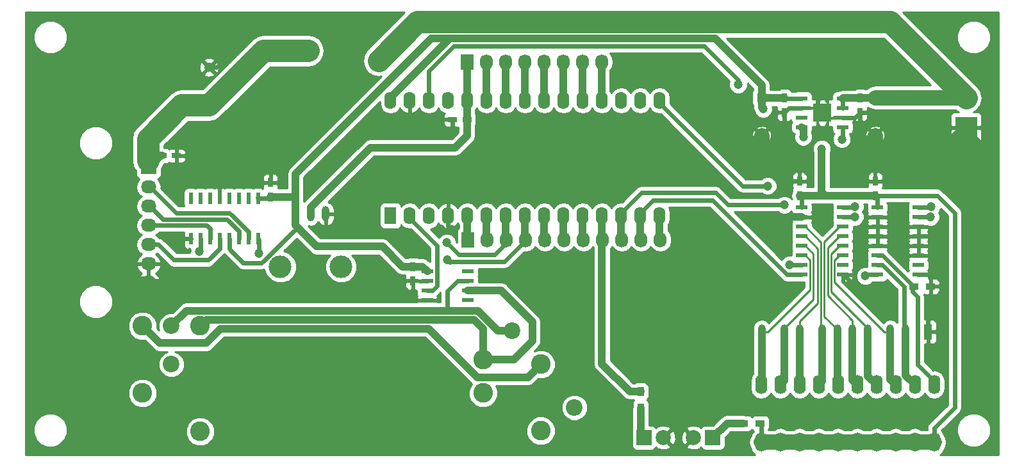
<source format=gbr>
G04 #@! TF.FileFunction,Copper,L2,Bot,Signal*
%FSLAX46Y46*%
G04 Gerber Fmt 4.6, Leading zero omitted, Abs format (unit mm)*
G04 Created by KiCad (PCBNEW 0.201604172031+6696~44~ubuntu14.04.1-product) date Thu 21 Apr 2016 04:41:40 PM EEST*
%MOMM*%
%LPD*%
G01*
G04 APERTURE LIST*
%ADD10C,0.100000*%
%ADD11C,1.500000*%
%ADD12C,2.600000*%
%ADD13C,2.200000*%
%ADD14O,1.600000X2.540000*%
%ADD15R,0.750000X1.200000*%
%ADD16R,1.200000X0.750000*%
%ADD17R,1.574800X2.286000*%
%ADD18O,1.574800X2.286000*%
%ADD19R,1.200000X0.900000*%
%ADD20R,1.550000X0.600000*%
%ADD21R,0.600000X1.500000*%
%ADD22R,1.500000X0.600000*%
%ADD23R,1.000000X2.000000*%
%ADD24O,1.000000X2.000000*%
%ADD25R,1.300000X1.300000*%
%ADD26C,1.300000*%
%ADD27R,2.032000X1.727200*%
%ADD28O,2.032000X1.727200*%
%ADD29R,1.175000X1.175000*%
%ADD30R,2.900000X2.900000*%
%ADD31C,2.900000*%
%ADD32C,3.000000*%
%ADD33R,2.000000X2.000000*%
%ADD34C,2.000000*%
%ADD35R,0.900000X1.200000*%
%ADD36R,1.727200X2.032000*%
%ADD37O,1.727200X2.032000*%
%ADD38C,1.200000*%
%ADD39C,3.000000*%
%ADD40C,0.600000*%
%ADD41C,1.000000*%
%ADD42C,2.000000*%
%ADD43C,0.250000*%
%ADD44C,0.254000*%
G04 APERTURE END LIST*
D10*
D11*
X118100000Y-75800000D03*
X127500000Y-77200000D03*
D12*
X103810000Y-126190000D03*
X96190000Y-121110000D03*
X96190000Y-112220000D03*
X103810000Y-112220000D03*
D13*
X100000000Y-117300000D03*
X100000000Y-112220000D03*
D12*
X148810000Y-126090000D03*
X141190000Y-121110000D03*
X148810000Y-117300000D03*
X141190000Y-116670000D03*
D13*
X145000000Y-112850000D03*
X153250000Y-123020000D03*
D14*
X177920000Y-120000000D03*
X177920000Y-127620000D03*
X180460000Y-120000000D03*
X180460000Y-127620000D03*
X183000000Y-120000000D03*
X183000000Y-127620000D03*
X185540000Y-120000000D03*
X185540000Y-127620000D03*
X188080000Y-120000000D03*
X188080000Y-127620000D03*
X190620000Y-120000000D03*
X190620000Y-127620000D03*
X193160000Y-120000000D03*
X193160000Y-127620000D03*
X195700000Y-120000000D03*
X195700000Y-127620000D03*
X198240000Y-120000000D03*
X198240000Y-127620000D03*
X200780000Y-120000000D03*
X200780000Y-127620000D03*
D15*
X191000000Y-82050000D03*
X191000000Y-83950000D03*
X181000000Y-82050000D03*
X181000000Y-83950000D03*
X131900000Y-104350000D03*
X131900000Y-106250000D03*
X113100000Y-95150000D03*
X113100000Y-93250000D03*
D16*
X139050000Y-84900000D03*
X137150000Y-84900000D03*
X98750000Y-89700000D03*
X100650000Y-89700000D03*
D17*
X128950000Y-97620000D03*
D18*
X131490000Y-97620000D03*
X134030000Y-97620000D03*
X136570000Y-97620000D03*
X139110000Y-97620000D03*
X141650000Y-97620000D03*
X144190000Y-97620000D03*
X146730000Y-97620000D03*
X149270000Y-97620000D03*
X151810000Y-97620000D03*
X154350000Y-97620000D03*
X156890000Y-97620000D03*
X159430000Y-97620000D03*
X161970000Y-97620000D03*
X164510000Y-97620000D03*
X164510000Y-82380000D03*
X161970000Y-82380000D03*
X159430000Y-82380000D03*
X156890000Y-82380000D03*
X154350000Y-82380000D03*
X151810000Y-82380000D03*
X149270000Y-82380000D03*
X146730000Y-82380000D03*
X144190000Y-82380000D03*
X141650000Y-82380000D03*
X139110000Y-82380000D03*
X136570000Y-82380000D03*
X134030000Y-82380000D03*
X131490000Y-82380000D03*
X128950000Y-82380000D03*
D19*
X198100000Y-107000000D03*
X200300000Y-107000000D03*
D20*
X139200000Y-104995000D03*
X139200000Y-106265000D03*
X139200000Y-107535000D03*
X139200000Y-108805000D03*
X133800000Y-108805000D03*
X133800000Y-107535000D03*
X133800000Y-106265000D03*
X133800000Y-104995000D03*
D21*
X111445000Y-100700000D03*
X110175000Y-100700000D03*
X108905000Y-100700000D03*
X107635000Y-100700000D03*
X106365000Y-100700000D03*
X105095000Y-100700000D03*
X103825000Y-100700000D03*
X102555000Y-100700000D03*
X102555000Y-95300000D03*
X103825000Y-95300000D03*
X105095000Y-95300000D03*
X106365000Y-95300000D03*
X107635000Y-95300000D03*
X108905000Y-95300000D03*
X110175000Y-95300000D03*
X111445000Y-95300000D03*
D22*
X188700000Y-96555000D03*
X188700000Y-97825000D03*
X188700000Y-99095000D03*
X188700000Y-100365000D03*
X188700000Y-101635000D03*
X188700000Y-102905000D03*
X188700000Y-104175000D03*
X188700000Y-105445000D03*
X183300000Y-105445000D03*
X183300000Y-104175000D03*
X183300000Y-102905000D03*
X183300000Y-101635000D03*
X183300000Y-100365000D03*
X183300000Y-99095000D03*
X183300000Y-97825000D03*
X183300000Y-96555000D03*
X198700000Y-96555000D03*
X198700000Y-97825000D03*
X198700000Y-99095000D03*
X198700000Y-100365000D03*
X198700000Y-101635000D03*
X198700000Y-102905000D03*
X198700000Y-104175000D03*
X198700000Y-105445000D03*
X193300000Y-105445000D03*
X193300000Y-104175000D03*
X193300000Y-102905000D03*
X193300000Y-101635000D03*
X193300000Y-100365000D03*
X193300000Y-99095000D03*
X193300000Y-97825000D03*
X193300000Y-96555000D03*
D23*
X200000000Y-113000000D03*
D24*
X197000000Y-113000000D03*
X195000000Y-113000000D03*
X192000000Y-113000000D03*
X190000000Y-113000000D03*
X188000000Y-113000000D03*
X186000000Y-113000000D03*
X183000000Y-113000000D03*
X181000000Y-113000000D03*
X178000000Y-113000000D03*
D25*
X193000000Y-82000000D03*
D26*
X193000000Y-87000000D03*
D25*
X178000000Y-82000000D03*
D26*
X178000000Y-87000000D03*
D25*
X105000000Y-83000000D03*
D26*
X105000000Y-78000000D03*
D15*
X183000000Y-94950000D03*
X183000000Y-93050000D03*
X193000000Y-94950000D03*
X193000000Y-93050000D03*
D27*
X97000000Y-91300000D03*
D28*
X97000000Y-93840000D03*
X97000000Y-96380000D03*
X97000000Y-98920000D03*
X97000000Y-101460000D03*
X97000000Y-104000000D03*
X97000000Y-106540000D03*
D20*
X188700000Y-82095000D03*
X188700000Y-83365000D03*
X188700000Y-84635000D03*
X188700000Y-85905000D03*
X183300000Y-85905000D03*
X183300000Y-84635000D03*
X183300000Y-83365000D03*
X183300000Y-82095000D03*
D29*
X185412500Y-84587500D03*
X185412500Y-83412500D03*
X186587500Y-84587500D03*
X186587500Y-83412500D03*
D30*
X205000000Y-86000000D03*
D31*
X205000000Y-82040000D03*
D24*
X120400000Y-97400000D03*
X118400000Y-97400000D03*
X116400000Y-97400000D03*
D32*
X122400000Y-104400000D03*
X114400000Y-104400000D03*
D33*
X162460000Y-127000000D03*
D34*
X165000000Y-127000000D03*
D33*
X171540000Y-127000000D03*
D34*
X169000000Y-127000000D03*
D35*
X162000000Y-120900000D03*
X162000000Y-123100000D03*
D19*
X175600000Y-125100000D03*
X177800000Y-125100000D03*
D36*
X139200000Y-100800000D03*
D37*
X141740000Y-100800000D03*
X144280000Y-100800000D03*
X146820000Y-100800000D03*
X149360000Y-100800000D03*
X151900000Y-100800000D03*
X154440000Y-100800000D03*
X156980000Y-100800000D03*
X159520000Y-100800000D03*
X162060000Y-100800000D03*
X164600000Y-100800000D03*
D36*
X139080000Y-77300000D03*
D37*
X141620000Y-77300000D03*
X144160000Y-77300000D03*
X146700000Y-77300000D03*
X149240000Y-77300000D03*
X151780000Y-77300000D03*
X154320000Y-77300000D03*
X156860000Y-77300000D03*
D38*
X188500000Y-80500000D03*
X187000000Y-80500000D03*
X185500000Y-80500000D03*
X184000000Y-80500000D03*
X104000000Y-80000000D03*
X107000000Y-77000000D03*
X105000000Y-76000000D03*
X103000000Y-78000000D03*
X101200000Y-101600000D03*
X101200000Y-100300000D03*
X96900000Y-108600000D03*
X94900000Y-106700000D03*
X99000000Y-107000004D03*
X180800000Y-99300000D03*
X136993254Y-86493254D03*
X181000000Y-85700000D03*
X137100000Y-99500000D03*
X135600000Y-99400000D03*
X200700000Y-105500000D03*
X190100000Y-106800000D03*
X192400000Y-84000000D03*
X191000000Y-85600000D03*
X140900000Y-86600000D03*
X133000000Y-84700000D03*
X130000000Y-84600000D03*
X131500000Y-84600000D03*
X181500000Y-93700000D03*
X200300000Y-110700000D03*
X191300000Y-100400000D03*
X200600000Y-100400000D03*
X197500000Y-79300000D03*
X202100000Y-89200000D03*
X204500000Y-89200000D03*
X206900000Y-89000000D03*
X195200000Y-90100000D03*
X193000000Y-90600000D03*
X190300000Y-90000000D03*
X180300000Y-90200000D03*
X175400000Y-90000000D03*
X178000000Y-90700000D03*
X183500000Y-87200000D03*
X185939514Y-88779648D03*
X178200000Y-83500000D03*
X136400000Y-101200000D03*
X103700000Y-102400000D03*
X136500000Y-103500000D03*
X111600000Y-102600000D03*
X181000000Y-96200002D03*
X200400000Y-96400000D03*
X190300000Y-96400000D03*
X178800000Y-93700000D03*
X200300000Y-97800000D03*
X190300000Y-97800000D03*
X181700000Y-104100000D03*
X191700000Y-105600000D03*
X188600000Y-87500000D03*
X174900000Y-80300000D03*
D39*
X205000000Y-82040000D02*
X194959978Y-71999978D01*
X194959978Y-71999978D02*
X132500022Y-71999978D01*
X132500022Y-71999978D02*
X127400000Y-77100000D01*
D40*
X188700000Y-83365000D02*
X188700000Y-82095000D01*
D41*
X191000000Y-82050000D02*
X188745000Y-82050000D01*
X188745000Y-82050000D02*
X188700000Y-82095000D01*
X193000000Y-82000000D02*
X191050000Y-82000000D01*
X191050000Y-82000000D02*
X191000000Y-82050000D01*
D42*
X193000000Y-82000000D02*
X204960000Y-82000000D01*
X204960000Y-82000000D02*
X205000000Y-82040000D01*
D40*
X185500000Y-80500000D02*
X187000000Y-80500000D01*
X185412500Y-83412500D02*
X185412500Y-81912500D01*
X185412500Y-81912500D02*
X184000000Y-80500000D01*
X105000000Y-78000000D02*
X106000000Y-78000000D01*
X106000000Y-78000000D02*
X107000000Y-77000000D01*
X102555000Y-100700000D02*
X101600000Y-100700000D01*
X101600000Y-100700000D02*
X101200000Y-100300000D01*
D42*
X96900000Y-107751472D02*
X96900000Y-108600000D01*
X96900000Y-106640000D02*
X96900000Y-107751472D01*
X97000000Y-106540000D02*
X96900000Y-106640000D01*
X95748528Y-106700000D02*
X94900000Y-106700000D01*
X96840000Y-106700000D02*
X95748528Y-106700000D01*
X97000000Y-106540000D02*
X96840000Y-106700000D01*
X98151472Y-107000004D02*
X99000000Y-107000004D01*
X97460004Y-107000004D02*
X98151472Y-107000004D01*
X97000000Y-106540000D02*
X97460004Y-107000004D01*
D41*
X180800000Y-98575000D02*
X180800000Y-99300000D01*
X181550000Y-97825000D02*
X180800000Y-98575000D01*
X183300000Y-97825000D02*
X181550000Y-97825000D01*
D40*
X137150000Y-86336508D02*
X136993254Y-86493254D01*
X137150000Y-84900000D02*
X137150000Y-86336508D01*
X181000000Y-83950000D02*
X181000000Y-85700000D01*
X136570000Y-97620000D02*
X136570000Y-98970000D01*
X136570000Y-98970000D02*
X137100000Y-99500000D01*
X198700000Y-105445000D02*
X200645000Y-105445000D01*
X200645000Y-105445000D02*
X200700000Y-105500000D01*
X188700000Y-105445000D02*
X188745000Y-105445000D01*
X188745000Y-105445000D02*
X190100000Y-106800000D01*
X191000000Y-83950000D02*
X192350000Y-83950000D01*
X192350000Y-83950000D02*
X192400000Y-84000000D01*
X191000000Y-83950000D02*
X191000000Y-85600000D01*
X131500000Y-84600000D02*
X130000000Y-84600000D01*
X183000000Y-93050000D02*
X182150000Y-93050000D01*
X182150000Y-93050000D02*
X181500000Y-93700000D01*
X200000000Y-113000000D02*
X200000000Y-111000000D01*
X200000000Y-111000000D02*
X200300000Y-110700000D01*
X193300000Y-100365000D02*
X191335000Y-100365000D01*
X191335000Y-100365000D02*
X191300000Y-100400000D01*
X198700000Y-100365000D02*
X200565000Y-100365000D01*
X200565000Y-100365000D02*
X200600000Y-100400000D01*
X183300000Y-83365000D02*
X181585000Y-83365000D01*
X181585000Y-83365000D02*
X181000000Y-83950000D01*
X188700000Y-84635000D02*
X190315000Y-84635000D01*
X190315000Y-84635000D02*
X191000000Y-83950000D01*
D42*
X205000000Y-86000000D02*
X205000000Y-86300000D01*
X205000000Y-86300000D02*
X202100000Y-89200000D01*
X205000000Y-86000000D02*
X205000000Y-88700000D01*
X205000000Y-88700000D02*
X204500000Y-89200000D01*
X205000000Y-86000000D02*
X205000000Y-87100000D01*
X205000000Y-87100000D02*
X206900000Y-89000000D01*
X193000000Y-87000000D02*
X193000000Y-87900000D01*
X193000000Y-87900000D02*
X195200000Y-90100000D01*
X193000000Y-87000000D02*
X193000000Y-90600000D01*
X193000000Y-87000000D02*
X193000000Y-87300000D01*
X193000000Y-87300000D02*
X190300000Y-90000000D01*
X178000000Y-87000000D02*
X178000000Y-87900000D01*
X178000000Y-87900000D02*
X180300000Y-90200000D01*
X178000000Y-87000000D02*
X178000000Y-87400000D01*
X178000000Y-87400000D02*
X175400000Y-90000000D01*
X178000000Y-87000000D02*
X178000000Y-90700000D01*
D41*
X116400000Y-95000000D02*
X116250000Y-95150000D01*
X116250000Y-95150000D02*
X113100000Y-95150000D01*
D40*
X109485000Y-103900000D02*
X111939998Y-103900000D01*
X111939998Y-103900000D02*
X116400000Y-99439998D01*
X116400000Y-99439998D02*
X116400000Y-98900000D01*
X107635000Y-100700000D02*
X107635000Y-102050000D01*
X107635000Y-102050000D02*
X109485000Y-103900000D01*
D41*
X183500000Y-86351472D02*
X183500000Y-87200000D01*
X183500000Y-86105000D02*
X183500000Y-86351472D01*
X183300000Y-85905000D02*
X183500000Y-86105000D01*
X185939514Y-94489514D02*
X185939514Y-89628176D01*
X186400000Y-94950000D02*
X185939514Y-94489514D01*
X185939514Y-89628176D02*
X185939514Y-88779648D01*
X116400000Y-92100000D02*
X116400000Y-95000000D01*
X116400000Y-95000000D02*
X116400000Y-97400000D01*
X137700000Y-74199989D02*
X136774411Y-74199989D01*
X171849989Y-74199989D02*
X137700000Y-74199989D01*
X137700000Y-74199989D02*
X134300011Y-74199989D01*
X134300011Y-74199989D02*
X116400000Y-92100000D01*
X128950000Y-82024400D02*
X128950000Y-82380000D01*
X136774411Y-74199989D02*
X128950000Y-82024400D01*
X178000000Y-80350000D02*
X171849989Y-74199989D01*
X178000000Y-82000000D02*
X178000000Y-80350000D01*
X178000000Y-82000000D02*
X178000000Y-83300000D01*
X178000000Y-83300000D02*
X178200000Y-83500000D01*
D40*
X200780000Y-127620000D02*
X200780000Y-125750000D01*
X200780000Y-125750000D02*
X203500000Y-123030000D01*
X203500000Y-123030000D02*
X203500000Y-97250000D01*
X201200000Y-94950000D02*
X193000000Y-94950000D01*
X203500000Y-97250000D02*
X201200000Y-94950000D01*
X193300000Y-96555000D02*
X193300000Y-95250000D01*
X193300000Y-95250000D02*
X193000000Y-94950000D01*
X177920000Y-127620000D02*
X177920000Y-125220000D01*
X177920000Y-125220000D02*
X177800000Y-125100000D01*
D42*
X180460000Y-127620000D02*
X177920000Y-127620000D01*
X183000000Y-127620000D02*
X180460000Y-127620000D01*
X185540000Y-127620000D02*
X183000000Y-127620000D01*
X188080000Y-127620000D02*
X185540000Y-127620000D01*
X190620000Y-127620000D02*
X188080000Y-127620000D01*
X193160000Y-127620000D02*
X190620000Y-127620000D01*
X195700000Y-127620000D02*
X193160000Y-127620000D01*
X198240000Y-127620000D02*
X195700000Y-127620000D01*
X200780000Y-127620000D02*
X198240000Y-127620000D01*
D40*
X111400000Y-95255000D02*
X111445000Y-95300000D01*
X111445000Y-95300000D02*
X112750000Y-95300000D01*
X112750000Y-95300000D02*
X113000000Y-95050000D01*
D41*
X193000000Y-94950000D02*
X186400000Y-94950000D01*
X186400000Y-94950000D02*
X183000000Y-94950000D01*
X116400000Y-97400000D02*
X116400000Y-98900000D01*
X116400000Y-98900000D02*
X119200000Y-101700000D01*
X119200000Y-101700000D02*
X127875000Y-101700000D01*
X127875000Y-101700000D02*
X130525000Y-104350000D01*
X130525000Y-104350000D02*
X131900000Y-104350000D01*
D40*
X193000000Y-94950000D02*
X183000000Y-94950000D01*
D41*
X181000000Y-82050000D02*
X178050000Y-82050000D01*
X178050000Y-82050000D02*
X178000000Y-82000000D01*
D40*
X183300000Y-82095000D02*
X181045000Y-82095000D01*
X181045000Y-82095000D02*
X181000000Y-82050000D01*
D41*
X131900000Y-104350000D02*
X133155000Y-104350000D01*
X133155000Y-104350000D02*
X133800000Y-104995000D01*
D40*
X183300000Y-96555000D02*
X183300000Y-95250000D01*
X183300000Y-95250000D02*
X183000000Y-94950000D01*
D41*
X139110000Y-82380000D02*
X139110000Y-77330000D01*
X139110000Y-77330000D02*
X139080000Y-77300000D01*
X139050000Y-84900000D02*
X139050000Y-87050000D01*
X139050000Y-87050000D02*
X137500000Y-88600000D01*
X137500000Y-88600000D02*
X126300000Y-88600000D01*
X126300000Y-88600000D02*
X118400000Y-96500000D01*
X118400000Y-96500000D02*
X118400000Y-97400000D01*
X139050000Y-85000000D02*
X139050000Y-82440000D01*
X139050000Y-82440000D02*
X139110000Y-82380000D01*
D39*
X96900000Y-87450000D02*
X96900000Y-90300000D01*
X105000000Y-83000000D02*
X101350000Y-83000000D01*
X101350000Y-83000000D02*
X96900000Y-87450000D01*
X118100000Y-75800000D02*
X112200000Y-75800000D01*
X112200000Y-75800000D02*
X105000000Y-83000000D01*
D41*
X98750000Y-89700000D02*
X98600000Y-89700000D01*
X98600000Y-89700000D02*
X97000000Y-91300000D01*
D40*
X97200000Y-91100000D02*
X97000000Y-91300000D01*
X133800000Y-107535000D02*
X134505002Y-107535000D01*
X131490000Y-97975600D02*
X131490000Y-97620000D01*
X134505002Y-107535000D02*
X135075001Y-106965001D01*
X135075001Y-106965001D02*
X135075001Y-101560601D01*
X135075001Y-101560601D02*
X131490000Y-97975600D01*
X134030000Y-97264400D02*
X134030000Y-97620000D01*
D41*
X139110000Y-97620000D02*
X139110000Y-100710000D01*
X139110000Y-100710000D02*
X139200000Y-100800000D01*
X141650000Y-97620000D02*
X141650000Y-100710000D01*
X141650000Y-100710000D02*
X141740000Y-100800000D01*
D40*
X144190000Y-97620000D02*
X144190000Y-101310000D01*
X144190000Y-101310000D02*
X142700000Y-102800000D01*
X142700000Y-102800000D02*
X138000000Y-102800000D01*
X138000000Y-102800000D02*
X136999999Y-101799999D01*
X136999999Y-101799999D02*
X136400000Y-101200000D01*
D41*
X144190000Y-97620000D02*
X144190000Y-100710000D01*
X144190000Y-100710000D02*
X144280000Y-100800000D01*
D40*
X103825000Y-100700000D02*
X103825000Y-102275000D01*
X103825000Y-102275000D02*
X103700000Y-102400000D01*
X146730000Y-97620000D02*
X146730000Y-100970000D01*
X146730000Y-100970000D02*
X144000000Y-103700000D01*
X144000000Y-103700000D02*
X136900000Y-103700000D01*
X136900000Y-103700000D02*
X136800000Y-103800000D01*
X136800000Y-103800000D02*
X136500000Y-103500000D01*
D41*
X146730000Y-97620000D02*
X146730000Y-100710000D01*
X146730000Y-100710000D02*
X146820000Y-100800000D01*
D40*
X111600000Y-102600000D02*
X111600000Y-100855000D01*
X111600000Y-100855000D02*
X111445000Y-100700000D01*
D41*
X149270000Y-97620000D02*
X149270000Y-100710000D01*
X149270000Y-100710000D02*
X149360000Y-100800000D01*
X151810000Y-97620000D02*
X151810000Y-100710000D01*
X151810000Y-100710000D02*
X151900000Y-100800000D01*
X154350000Y-97620000D02*
X154350000Y-100710000D01*
X154350000Y-100710000D02*
X154440000Y-100800000D01*
X164510000Y-97620000D02*
X164510000Y-100710000D01*
X164510000Y-100710000D02*
X164600000Y-100800000D01*
X154320000Y-77300000D02*
X154320000Y-82350000D01*
X154320000Y-82350000D02*
X154350000Y-82380000D01*
X151780000Y-77300000D02*
X151780000Y-82350000D01*
X151780000Y-82350000D02*
X151810000Y-82380000D01*
X149240000Y-77300000D02*
X149240000Y-82350000D01*
X149240000Y-82350000D02*
X149270000Y-82380000D01*
X146730000Y-82380000D02*
X146730000Y-77330000D01*
X146730000Y-77330000D02*
X146700000Y-77300000D01*
X144190000Y-82380000D02*
X144190000Y-77330000D01*
X144190000Y-77330000D02*
X144160000Y-77300000D01*
X141650000Y-82380000D02*
X141650000Y-77330000D01*
X141650000Y-77330000D02*
X141620000Y-77300000D01*
D40*
X198600000Y-108400000D02*
X198600000Y-117350000D01*
X197900000Y-107700000D02*
X198600000Y-108400000D01*
X193980002Y-102905000D02*
X197900000Y-106824998D01*
X197900000Y-106824998D02*
X197900000Y-107000000D01*
X193300000Y-102905000D02*
X193980002Y-102905000D01*
X200780000Y-119530000D02*
X200780000Y-120000000D01*
X198600000Y-117350000D02*
X200780000Y-119530000D01*
X197900000Y-107000000D02*
X197900000Y-107700000D01*
X139200000Y-106265000D02*
X137825000Y-106265000D01*
X137825000Y-106265000D02*
X136500000Y-107590000D01*
X136500000Y-107590000D02*
X136500000Y-110199989D01*
D41*
X145000000Y-112850000D02*
X143150000Y-112850000D01*
X140499989Y-110199989D02*
X136500000Y-110199989D01*
X143150000Y-112850000D02*
X140499989Y-110199989D01*
X136500000Y-110199989D02*
X102020011Y-110199989D01*
X102020011Y-110199989D02*
X100000000Y-112220000D01*
X139200000Y-107535000D02*
X143535000Y-107535000D01*
X143535000Y-107535000D02*
X147700000Y-111700000D01*
X147700000Y-114200000D02*
X145230000Y-116670000D01*
X147700000Y-111700000D02*
X147700000Y-114200000D01*
X145230000Y-116670000D02*
X141190000Y-116670000D01*
X141190000Y-116670000D02*
X141190000Y-112590000D01*
X141190000Y-112590000D02*
X140000000Y-111400000D01*
X140000000Y-111400000D02*
X104630000Y-111400000D01*
X104630000Y-111400000D02*
X103810000Y-112220000D01*
D40*
X107700000Y-97300000D02*
X110175000Y-99775000D01*
X97000000Y-93840000D02*
X97152400Y-93840000D01*
X110175000Y-99775000D02*
X110175000Y-100700000D01*
X97152400Y-93840000D02*
X100612400Y-97300000D01*
X100612400Y-97300000D02*
X107700000Y-97300000D01*
X98872411Y-98100011D02*
X107368625Y-98100011D01*
X97152400Y-96380000D02*
X98872411Y-98100011D01*
X97000000Y-96380000D02*
X97152400Y-96380000D01*
X108905000Y-99636386D02*
X108905000Y-100700000D01*
X107368625Y-98100011D02*
X108905000Y-99636386D01*
X106365000Y-100700000D02*
X106365000Y-102050000D01*
X98260000Y-101460000D02*
X97000000Y-101460000D01*
X106365000Y-102050000D02*
X104914999Y-103500001D01*
X100300001Y-103500001D02*
X98260000Y-101460000D01*
X104914999Y-103500001D02*
X100300001Y-103500001D01*
X105095000Y-100700000D02*
X105095000Y-99350000D01*
X105095000Y-99350000D02*
X104665000Y-98920000D01*
X104665000Y-98920000D02*
X98616000Y-98920000D01*
X98616000Y-98920000D02*
X97000000Y-98920000D01*
X97200000Y-98700000D02*
X96980000Y-98920000D01*
X96980000Y-98920000D02*
X97000000Y-98920000D01*
D41*
X159430000Y-97620000D02*
X159430000Y-100710000D01*
X159430000Y-100710000D02*
X159520000Y-100800000D01*
D40*
X162117421Y-94576979D02*
X171900000Y-94576979D01*
X181000000Y-96200002D02*
X173523023Y-96200002D01*
X173523023Y-96200002D02*
X171900000Y-94576979D01*
X159430000Y-97264400D02*
X162117421Y-94576979D01*
X198700000Y-96555000D02*
X200245000Y-96555000D01*
X200245000Y-96555000D02*
X200400000Y-96400000D01*
D41*
X159430000Y-97620000D02*
X159430000Y-97264400D01*
D40*
X188700000Y-96555000D02*
X190145000Y-96555000D01*
X190145000Y-96555000D02*
X190300000Y-96400000D01*
X164510000Y-82735600D02*
X175500000Y-93725600D01*
X178800000Y-93700000D02*
X175525600Y-93700000D01*
X175525600Y-93700000D02*
X175500000Y-93725600D01*
X164510000Y-82380000D02*
X164510000Y-82735600D01*
X200275000Y-97825000D02*
X200300000Y-97800000D01*
X198700000Y-97825000D02*
X200275000Y-97825000D01*
X188700000Y-97825000D02*
X190275000Y-97825000D01*
X190275000Y-97825000D02*
X190300000Y-97800000D01*
D41*
X161970000Y-97620000D02*
X161970000Y-100710000D01*
X161970000Y-100710000D02*
X162060000Y-100800000D01*
D40*
X161970000Y-97620000D02*
X161970000Y-97264400D01*
X161970000Y-97264400D02*
X163634400Y-95600000D01*
X163634400Y-95600000D02*
X171500000Y-95600000D01*
X171500000Y-95600000D02*
X181345000Y-105445000D01*
X181345000Y-105445000D02*
X183300000Y-105445000D01*
D41*
X161970000Y-97620000D02*
X162050885Y-97620000D01*
D40*
X181700000Y-104100000D02*
X183225000Y-104100000D01*
X183225000Y-104100000D02*
X183300000Y-104175000D01*
X193300000Y-105445000D02*
X191855000Y-105445000D01*
X191855000Y-105445000D02*
X191700000Y-105600000D01*
D41*
X148810000Y-117300000D02*
X147110000Y-119000000D01*
X147110000Y-119000000D02*
X140400000Y-119000000D01*
X140400000Y-119000000D02*
X134000010Y-112600010D01*
X134000010Y-112600010D02*
X106499990Y-112600010D01*
X106499990Y-112600010D02*
X104600000Y-114500000D01*
X104600000Y-114500000D02*
X98470000Y-114500000D01*
X98470000Y-114500000D02*
X96190000Y-112220000D01*
D40*
X197000000Y-112900000D02*
X197000000Y-113000000D01*
X196800000Y-112700000D02*
X197000000Y-112900000D01*
X196800000Y-106994998D02*
X196800000Y-112700000D01*
X193980002Y-104175000D02*
X196800000Y-106994998D01*
X193300000Y-104175000D02*
X193980002Y-104175000D01*
D41*
X197000000Y-113000000D02*
X197000000Y-118760000D01*
X197000000Y-118760000D02*
X198240000Y-120000000D01*
X195000000Y-113000000D02*
X195000000Y-119300000D01*
X195000000Y-119300000D02*
X195700000Y-120000000D01*
D43*
X187624999Y-106424999D02*
X194200000Y-113000000D01*
X194200000Y-113000000D02*
X195000000Y-113000000D01*
X188250000Y-102905000D02*
X188700000Y-102905000D01*
X187624999Y-106424999D02*
X187624999Y-103530001D01*
X187624999Y-103530001D02*
X188250000Y-102905000D01*
D41*
X192000000Y-113000000D02*
X192000000Y-118840000D01*
X192000000Y-118840000D02*
X193160000Y-120000000D01*
D43*
X188700000Y-101635000D02*
X188250000Y-101635000D01*
X188250000Y-101635000D02*
X187174988Y-102710012D01*
X187174988Y-102710012D02*
X187174988Y-107674988D01*
X187174988Y-107674988D02*
X192000000Y-112500000D01*
X192000000Y-112500000D02*
X192000000Y-113000000D01*
D41*
X190000000Y-113000000D02*
X190000000Y-119380000D01*
X190000000Y-119380000D02*
X190620000Y-120000000D01*
D43*
X186724977Y-101890023D02*
X186724977Y-108200000D01*
X186724977Y-108200000D02*
X190000000Y-111475023D01*
X190000000Y-111475023D02*
X190000000Y-113000000D01*
X188700000Y-100365000D02*
X188250000Y-100365000D01*
X188250000Y-100365000D02*
X186724977Y-101890023D01*
X188700000Y-99095000D02*
X188250000Y-99095000D01*
X188250000Y-99095000D02*
X186274966Y-101070034D01*
X186274966Y-101070034D02*
X186274966Y-110974966D01*
X186274966Y-110974966D02*
X188000000Y-112700000D01*
X188000000Y-112700000D02*
X188000000Y-113000000D01*
D41*
X188000000Y-113000000D02*
X188000000Y-119920000D01*
X188000000Y-119920000D02*
X188080000Y-120000000D01*
X186000000Y-113000000D02*
X186000000Y-119540000D01*
X186000000Y-119540000D02*
X185540000Y-120000000D01*
D43*
X183300000Y-99095000D02*
X183750000Y-99095000D01*
X183750000Y-99095000D02*
X185824955Y-101169955D01*
X185824955Y-112824955D02*
X186000000Y-113000000D01*
X185824955Y-101169955D02*
X185824955Y-112824955D01*
D41*
X183000000Y-113000000D02*
X183000000Y-120000000D01*
D43*
X185374944Y-101989944D02*
X185374944Y-109200000D01*
X183000000Y-111574944D02*
X183000000Y-113000000D01*
X185374944Y-109200000D02*
X183000000Y-111574944D01*
X183750000Y-100365000D02*
X185374944Y-101989944D01*
X183300000Y-100365000D02*
X183750000Y-100365000D01*
D41*
X181000000Y-113000000D02*
X181000000Y-119460000D01*
X181000000Y-119460000D02*
X180460000Y-120000000D01*
D43*
X181000000Y-112500000D02*
X181000000Y-113000000D01*
X184825012Y-102710012D02*
X184825012Y-108674988D01*
X183750000Y-101635000D02*
X184825012Y-102710012D01*
X183300000Y-101635000D02*
X183750000Y-101635000D01*
X184825012Y-108674988D02*
X181000000Y-112500000D01*
D41*
X178000000Y-119920000D02*
X177920000Y-120000000D01*
X178000000Y-113000000D02*
X178000000Y-119920000D01*
D43*
X178800000Y-113000000D02*
X178000000Y-113000000D01*
X183300000Y-102905000D02*
X183750000Y-102905000D01*
X183750000Y-102905000D02*
X184375001Y-103530001D01*
X184375001Y-103530001D02*
X184375001Y-107424999D01*
X184375001Y-107424999D02*
X178800000Y-113000000D01*
D41*
X156860000Y-77300000D02*
X156860000Y-82350000D01*
X156860000Y-82350000D02*
X156890000Y-82380000D01*
X162000000Y-123100000D02*
X162000000Y-126540000D01*
X162000000Y-126540000D02*
X162460000Y-127000000D01*
X175600000Y-125100000D02*
X173440000Y-125100000D01*
X173440000Y-125100000D02*
X171540000Y-127000000D01*
X156890000Y-97620000D02*
X156890000Y-100710000D01*
X156890000Y-100710000D02*
X156980000Y-100800000D01*
X156890000Y-97620000D02*
X156890000Y-117240000D01*
X156890000Y-117240000D02*
X160550000Y-120900000D01*
X160550000Y-120900000D02*
X162000000Y-120900000D01*
D40*
X134030000Y-82380000D02*
X134030000Y-78470000D01*
X134030000Y-78470000D02*
X137300000Y-75200000D01*
X137300000Y-75200000D02*
X170400000Y-75200000D01*
X170400000Y-75200000D02*
X174900000Y-79700000D01*
X174900000Y-79700000D02*
X174900000Y-80300000D01*
X188700000Y-87400000D02*
X188600000Y-87500000D01*
X188700000Y-85905000D02*
X188700000Y-87400000D01*
D44*
G36*
X125890327Y-75590327D02*
X125427517Y-76282971D01*
X125265000Y-77100000D01*
X125427517Y-77917029D01*
X125890327Y-78609673D01*
X126582971Y-79072483D01*
X127400000Y-79235000D01*
X127724394Y-79170474D01*
X115597434Y-91297434D01*
X115351397Y-91665654D01*
X115265000Y-92100000D01*
X115265000Y-94015000D01*
X114093974Y-94015000D01*
X114110000Y-93976309D01*
X114110000Y-93535750D01*
X113951250Y-93377000D01*
X113227000Y-93377000D01*
X113227000Y-93397000D01*
X112973000Y-93397000D01*
X112973000Y-93377000D01*
X112248750Y-93377000D01*
X112090000Y-93535750D01*
X112090000Y-93976309D01*
X112113198Y-94032315D01*
X111992765Y-93951843D01*
X111745000Y-93902560D01*
X111145000Y-93902560D01*
X110897235Y-93951843D01*
X110810000Y-94010132D01*
X110722765Y-93951843D01*
X110475000Y-93902560D01*
X109875000Y-93902560D01*
X109627235Y-93951843D01*
X109540000Y-94010132D01*
X109452765Y-93951843D01*
X109205000Y-93902560D01*
X108605000Y-93902560D01*
X108357235Y-93951843D01*
X108270000Y-94010132D01*
X108182765Y-93951843D01*
X107935000Y-93902560D01*
X107335000Y-93902560D01*
X107087235Y-93951843D01*
X107008028Y-94004768D01*
X106791310Y-93915000D01*
X106650750Y-93915000D01*
X106492000Y-94073750D01*
X106492000Y-95173000D01*
X106512000Y-95173000D01*
X106512000Y-95427000D01*
X106492000Y-95427000D01*
X106492000Y-95447000D01*
X106238000Y-95447000D01*
X106238000Y-95427000D01*
X106218000Y-95427000D01*
X106218000Y-95173000D01*
X106238000Y-95173000D01*
X106238000Y-94073750D01*
X106079250Y-93915000D01*
X105938690Y-93915000D01*
X105721972Y-94004768D01*
X105642765Y-93951843D01*
X105395000Y-93902560D01*
X104795000Y-93902560D01*
X104547235Y-93951843D01*
X104460000Y-94010132D01*
X104372765Y-93951843D01*
X104125000Y-93902560D01*
X103525000Y-93902560D01*
X103277235Y-93951843D01*
X103190000Y-94010132D01*
X103102765Y-93951843D01*
X102855000Y-93902560D01*
X102255000Y-93902560D01*
X102007235Y-93951843D01*
X101797191Y-94092191D01*
X101656843Y-94302235D01*
X101607560Y-94550000D01*
X101607560Y-96050000D01*
X101656843Y-96297765D01*
X101701768Y-96365000D01*
X100999690Y-96365000D01*
X98648727Y-94014037D01*
X98683345Y-93840000D01*
X98569271Y-93266511D01*
X98244415Y-92780330D01*
X98227434Y-92768984D01*
X98263765Y-92761757D01*
X98473809Y-92621409D01*
X98539102Y-92523691D01*
X112090000Y-92523691D01*
X112090000Y-92964250D01*
X112248750Y-93123000D01*
X112973000Y-93123000D01*
X112973000Y-92173750D01*
X113227000Y-92173750D01*
X113227000Y-93123000D01*
X113951250Y-93123000D01*
X114110000Y-92964250D01*
X114110000Y-92523691D01*
X114013327Y-92290302D01*
X113834699Y-92111673D01*
X113601310Y-92015000D01*
X113385750Y-92015000D01*
X113227000Y-92173750D01*
X112973000Y-92173750D01*
X112814250Y-92015000D01*
X112598690Y-92015000D01*
X112365301Y-92111673D01*
X112186673Y-92290302D01*
X112090000Y-92523691D01*
X98539102Y-92523691D01*
X98614157Y-92411365D01*
X98663440Y-92163600D01*
X98663440Y-91429884D01*
X98872483Y-91117029D01*
X98893435Y-91011697D01*
X99149622Y-90755510D01*
X99184346Y-90748603D01*
X99223502Y-90722440D01*
X99350000Y-90722440D01*
X99597765Y-90673157D01*
X99689102Y-90612127D01*
X99690302Y-90613327D01*
X99923691Y-90710000D01*
X100364250Y-90710000D01*
X100523000Y-90551250D01*
X100523000Y-89827000D01*
X100777000Y-89827000D01*
X100777000Y-90551250D01*
X100935750Y-90710000D01*
X101376309Y-90710000D01*
X101609698Y-90613327D01*
X101788327Y-90434699D01*
X101885000Y-90201310D01*
X101885000Y-89985750D01*
X101726250Y-89827000D01*
X100777000Y-89827000D01*
X100523000Y-89827000D01*
X100503000Y-89827000D01*
X100503000Y-89573000D01*
X100523000Y-89573000D01*
X100523000Y-88848750D01*
X100777000Y-88848750D01*
X100777000Y-89573000D01*
X101726250Y-89573000D01*
X101885000Y-89414250D01*
X101885000Y-89198690D01*
X101788327Y-88965301D01*
X101609698Y-88786673D01*
X101376309Y-88690000D01*
X100935750Y-88690000D01*
X100777000Y-88848750D01*
X100523000Y-88848750D01*
X100364250Y-88690000D01*
X99923691Y-88690000D01*
X99690302Y-88786673D01*
X99689102Y-88787873D01*
X99597765Y-88726843D01*
X99350000Y-88677560D01*
X99223502Y-88677560D01*
X99184346Y-88651397D01*
X99035000Y-88621690D01*
X99035000Y-88334346D01*
X102234346Y-85135000D01*
X105000000Y-85135000D01*
X105817029Y-84972483D01*
X106509673Y-84509673D01*
X113084346Y-77935000D01*
X118100000Y-77935000D01*
X118917029Y-77772483D01*
X119609673Y-77309673D01*
X120072483Y-76617029D01*
X120235000Y-75800000D01*
X120072483Y-74982971D01*
X119609673Y-74290327D01*
X118917029Y-73827517D01*
X118100000Y-73665000D01*
X112200000Y-73665000D01*
X111382971Y-73827517D01*
X110690327Y-74290327D01*
X104115654Y-80865000D01*
X101350000Y-80865000D01*
X100532970Y-81027517D01*
X99840327Y-81490327D01*
X95390327Y-85940327D01*
X94927517Y-86632971D01*
X94765000Y-87450000D01*
X94765000Y-90300000D01*
X94927517Y-91117029D01*
X95336560Y-91729205D01*
X95336560Y-92163600D01*
X95385843Y-92411365D01*
X95526191Y-92621409D01*
X95736235Y-92761757D01*
X95772566Y-92768984D01*
X95755585Y-92780330D01*
X95430729Y-93266511D01*
X95316655Y-93840000D01*
X95430729Y-94413489D01*
X95755585Y-94899670D01*
X96070366Y-95110000D01*
X95755585Y-95320330D01*
X95430729Y-95806511D01*
X95316655Y-96380000D01*
X95430729Y-96953489D01*
X95755585Y-97439670D01*
X96070366Y-97650000D01*
X95755585Y-97860330D01*
X95430729Y-98346511D01*
X95316655Y-98920000D01*
X95430729Y-99493489D01*
X95755585Y-99979670D01*
X96070366Y-100190000D01*
X95755585Y-100400330D01*
X95430729Y-100886511D01*
X95316655Y-101460000D01*
X95430729Y-102033489D01*
X95755585Y-102519670D01*
X96065069Y-102726461D01*
X95649268Y-103097964D01*
X95395291Y-103625209D01*
X95392642Y-103640974D01*
X95513783Y-103873000D01*
X96873000Y-103873000D01*
X96873000Y-103853000D01*
X97127000Y-103853000D01*
X97127000Y-103873000D01*
X98486217Y-103873000D01*
X98607358Y-103640974D01*
X98604709Y-103625209D01*
X98350732Y-103097964D01*
X97934931Y-102726461D01*
X98096328Y-102618618D01*
X99638856Y-104161146D01*
X99942192Y-104363828D01*
X100300001Y-104435001D01*
X104914999Y-104435001D01*
X105272808Y-104363828D01*
X105576144Y-104161146D01*
X107000000Y-102737290D01*
X108823855Y-104561145D01*
X109127191Y-104763827D01*
X109485000Y-104835000D01*
X111939998Y-104835000D01*
X112264676Y-104770417D01*
X112264630Y-104822815D01*
X112588980Y-105607800D01*
X113189041Y-106208909D01*
X113973459Y-106534628D01*
X114822815Y-106535370D01*
X115607800Y-106211020D01*
X116208909Y-105610959D01*
X116534628Y-104826541D01*
X116535370Y-103977185D01*
X116211020Y-103192200D01*
X115610959Y-102591091D01*
X114876268Y-102286020D01*
X116528578Y-100633710D01*
X118397434Y-102502566D01*
X118765654Y-102748603D01*
X119200000Y-102835000D01*
X120945750Y-102835000D01*
X120591091Y-103189041D01*
X120265372Y-103973459D01*
X120264630Y-104822815D01*
X120588980Y-105607800D01*
X121189041Y-106208909D01*
X121973459Y-106534628D01*
X122822815Y-106535370D01*
X123607800Y-106211020D01*
X124208909Y-105610959D01*
X124534628Y-104826541D01*
X124535370Y-103977185D01*
X124211020Y-103192200D01*
X123854443Y-102835000D01*
X127404868Y-102835000D01*
X129722434Y-105152566D01*
X130090654Y-105398603D01*
X130525000Y-105485000D01*
X130906026Y-105485000D01*
X130890000Y-105523691D01*
X130890000Y-105964250D01*
X131048750Y-106123000D01*
X131773000Y-106123000D01*
X131773000Y-106103000D01*
X132027000Y-106103000D01*
X132027000Y-106123000D01*
X132533750Y-106123000D01*
X132548750Y-106138000D01*
X133673000Y-106138000D01*
X133673000Y-106118000D01*
X133739672Y-106118000D01*
X133800000Y-106130000D01*
X133860328Y-106118000D01*
X133927000Y-106118000D01*
X133927000Y-106138000D01*
X133947000Y-106138000D01*
X133947000Y-106392000D01*
X133927000Y-106392000D01*
X133927000Y-106412000D01*
X133673000Y-106412000D01*
X133673000Y-106392000D01*
X132766250Y-106392000D01*
X132751250Y-106377000D01*
X132027000Y-106377000D01*
X132027000Y-107326250D01*
X132185750Y-107485000D01*
X132377560Y-107485000D01*
X132377560Y-107835000D01*
X132426843Y-108082765D01*
X132479768Y-108161972D01*
X132390000Y-108378690D01*
X132390000Y-108519250D01*
X132548750Y-108678000D01*
X133673000Y-108678000D01*
X133673000Y-108658000D01*
X133927000Y-108658000D01*
X133927000Y-108678000D01*
X135051250Y-108678000D01*
X135210000Y-108519250D01*
X135210000Y-108378690D01*
X135141272Y-108212766D01*
X135166147Y-108196145D01*
X135565000Y-107797292D01*
X135565000Y-109064989D01*
X135184239Y-109064989D01*
X135051250Y-108932000D01*
X133927000Y-108932000D01*
X133927000Y-108952000D01*
X133673000Y-108952000D01*
X133673000Y-108932000D01*
X132548750Y-108932000D01*
X132415761Y-109064989D01*
X102020011Y-109064989D01*
X101585665Y-109151386D01*
X101247807Y-109377136D01*
X101217445Y-109397423D01*
X100129756Y-110485112D01*
X99656401Y-110484699D01*
X99018485Y-110748281D01*
X98529996Y-111235918D01*
X98265301Y-111873373D01*
X98264699Y-112563599D01*
X98353398Y-112778266D01*
X98124713Y-112549581D01*
X98125335Y-111836793D01*
X97831370Y-111125342D01*
X97287521Y-110580543D01*
X96576584Y-110285337D01*
X95806793Y-110284665D01*
X95095342Y-110578630D01*
X94550543Y-111122479D01*
X94255337Y-111833416D01*
X94254665Y-112603207D01*
X94548630Y-113314658D01*
X95092479Y-113859457D01*
X95803416Y-114154663D01*
X96520157Y-114155289D01*
X97667434Y-115302566D01*
X98035654Y-115548603D01*
X98470000Y-115635000D01*
X99486260Y-115635000D01*
X99018485Y-115828281D01*
X98529996Y-116315918D01*
X98265301Y-116953373D01*
X98264699Y-117643599D01*
X98528281Y-118281515D01*
X99015918Y-118770004D01*
X99653373Y-119034699D01*
X100343599Y-119035301D01*
X100981515Y-118771719D01*
X101470004Y-118284082D01*
X101734699Y-117646627D01*
X101735301Y-116956401D01*
X101471719Y-116318485D01*
X100984082Y-115829996D01*
X100514480Y-115635000D01*
X104600000Y-115635000D01*
X105034346Y-115548603D01*
X105402566Y-115302566D01*
X106970122Y-113735010D01*
X133529878Y-113735010D01*
X139597434Y-119802566D01*
X139695310Y-119867965D01*
X139550543Y-120012479D01*
X139255337Y-120723416D01*
X139254665Y-121493207D01*
X139548630Y-122204658D01*
X140092479Y-122749457D01*
X140803416Y-123044663D01*
X141573207Y-123045335D01*
X142284658Y-122751370D01*
X142829457Y-122207521D01*
X143124663Y-121496584D01*
X143125335Y-120726793D01*
X142880812Y-120135000D01*
X147110000Y-120135000D01*
X147544346Y-120048603D01*
X147912566Y-119802566D01*
X148480419Y-119234713D01*
X149193207Y-119235335D01*
X149904658Y-118941370D01*
X150449457Y-118397521D01*
X150744663Y-117686584D01*
X150745335Y-116916793D01*
X150451370Y-116205342D01*
X149907521Y-115660543D01*
X149196584Y-115365337D01*
X148426793Y-115364665D01*
X147938857Y-115566276D01*
X148502566Y-115002567D01*
X148748603Y-114634346D01*
X148780050Y-114476250D01*
X148835000Y-114200000D01*
X148835000Y-111700000D01*
X148748603Y-111265654D01*
X148727861Y-111234611D01*
X148502566Y-110897433D01*
X144337566Y-106732434D01*
X144310352Y-106714250D01*
X143969346Y-106486397D01*
X143535000Y-106400000D01*
X140622440Y-106400000D01*
X140622440Y-105965000D01*
X140573157Y-105717235D01*
X140514868Y-105630000D01*
X140573157Y-105542765D01*
X140622440Y-105295000D01*
X140622440Y-104695000D01*
X140610505Y-104635000D01*
X144000000Y-104635000D01*
X144357809Y-104563827D01*
X144661145Y-104361145D01*
X146585575Y-102436715D01*
X146820000Y-102483345D01*
X147393489Y-102369271D01*
X147879670Y-102044415D01*
X148090000Y-101729634D01*
X148300330Y-102044415D01*
X148786511Y-102369271D01*
X149360000Y-102483345D01*
X149933489Y-102369271D01*
X150419670Y-102044415D01*
X150630000Y-101729634D01*
X150840330Y-102044415D01*
X151326511Y-102369271D01*
X151900000Y-102483345D01*
X152473489Y-102369271D01*
X152959670Y-102044415D01*
X153170000Y-101729634D01*
X153380330Y-102044415D01*
X153866511Y-102369271D01*
X154440000Y-102483345D01*
X155013489Y-102369271D01*
X155499670Y-102044415D01*
X155710000Y-101729634D01*
X155755000Y-101796981D01*
X155755000Y-117240000D01*
X155841397Y-117674346D01*
X155968788Y-117865000D01*
X156087434Y-118042566D01*
X159747434Y-121702566D01*
X160115655Y-121948604D01*
X160550000Y-122035000D01*
X161102953Y-122035000D01*
X161092191Y-122042191D01*
X160951843Y-122252235D01*
X160902560Y-122500000D01*
X160902560Y-122911174D01*
X160865000Y-123100000D01*
X160865000Y-125747510D01*
X160861843Y-125752235D01*
X160812560Y-126000000D01*
X160812560Y-128000000D01*
X160861843Y-128247765D01*
X161002191Y-128457809D01*
X161212235Y-128598157D01*
X161460000Y-128647440D01*
X163460000Y-128647440D01*
X163707765Y-128598157D01*
X163917809Y-128457809D01*
X164058157Y-128247765D01*
X164059600Y-128240509D01*
X164125736Y-128419387D01*
X164735461Y-128645908D01*
X165385460Y-128621856D01*
X165874264Y-128419387D01*
X165972927Y-128152532D01*
X165000000Y-127179605D01*
X164985858Y-127193748D01*
X164806253Y-127014143D01*
X164820395Y-127000000D01*
X165179605Y-127000000D01*
X166152532Y-127972927D01*
X166419387Y-127874264D01*
X166645908Y-127264539D01*
X166626331Y-126735461D01*
X167354092Y-126735461D01*
X167378144Y-127385460D01*
X167580613Y-127874264D01*
X167847468Y-127972927D01*
X168820395Y-127000000D01*
X167847468Y-126027073D01*
X167580613Y-126125736D01*
X167354092Y-126735461D01*
X166626331Y-126735461D01*
X166621856Y-126614540D01*
X166419387Y-126125736D01*
X166152532Y-126027073D01*
X165179605Y-127000000D01*
X164820395Y-127000000D01*
X164806253Y-126985858D01*
X164985858Y-126806253D01*
X165000000Y-126820395D01*
X165972927Y-125847468D01*
X165874264Y-125580613D01*
X165264539Y-125354092D01*
X164614540Y-125378144D01*
X164125736Y-125580613D01*
X164059600Y-125759491D01*
X164058157Y-125752235D01*
X163917809Y-125542191D01*
X163707765Y-125401843D01*
X163460000Y-125352560D01*
X163135000Y-125352560D01*
X163135000Y-123100000D01*
X163097440Y-122911174D01*
X163097440Y-122500000D01*
X163048157Y-122252235D01*
X162907809Y-122042191D01*
X162844666Y-122000000D01*
X162907809Y-121957809D01*
X163048157Y-121747765D01*
X163097440Y-121500000D01*
X163097440Y-121088826D01*
X163135000Y-120900000D01*
X163097440Y-120711174D01*
X163097440Y-120300000D01*
X163048157Y-120052235D01*
X162907809Y-119842191D01*
X162697765Y-119701843D01*
X162450000Y-119652560D01*
X161550000Y-119652560D01*
X161302235Y-119701843D01*
X161207715Y-119765000D01*
X161020132Y-119765000D01*
X158025000Y-116769868D01*
X158025000Y-102054217D01*
X158039670Y-102044415D01*
X158250000Y-101729634D01*
X158460330Y-102044415D01*
X158946511Y-102369271D01*
X159520000Y-102483345D01*
X160093489Y-102369271D01*
X160579670Y-102044415D01*
X160790000Y-101729634D01*
X161000330Y-102044415D01*
X161486511Y-102369271D01*
X162060000Y-102483345D01*
X162633489Y-102369271D01*
X163119670Y-102044415D01*
X163330000Y-101729634D01*
X163540330Y-102044415D01*
X164026511Y-102369271D01*
X164600000Y-102483345D01*
X165173489Y-102369271D01*
X165659670Y-102044415D01*
X165984526Y-101558234D01*
X166098600Y-100984745D01*
X166098600Y-100615255D01*
X165984526Y-100041766D01*
X165659670Y-99555585D01*
X165645000Y-99545783D01*
X165645000Y-98822844D01*
X165824126Y-98554762D01*
X165932400Y-98010433D01*
X165932400Y-97229567D01*
X165824126Y-96685238D01*
X165723740Y-96535000D01*
X171112710Y-96535000D01*
X180683855Y-106106145D01*
X180987191Y-106308827D01*
X181046556Y-106320636D01*
X181345000Y-106380001D01*
X181345005Y-106380000D01*
X182487459Y-106380000D01*
X182550000Y-106392440D01*
X183615001Y-106392440D01*
X183615001Y-107110197D01*
X178905598Y-111819600D01*
X178802566Y-111665402D01*
X178434346Y-111419365D01*
X178000000Y-111332968D01*
X177565654Y-111419365D01*
X177197434Y-111665402D01*
X176951397Y-112033622D01*
X176865000Y-112467968D01*
X176865000Y-118538297D01*
X176594233Y-118943528D01*
X176485000Y-119492679D01*
X176485000Y-120507321D01*
X176594233Y-121056472D01*
X176905302Y-121522019D01*
X177370849Y-121833088D01*
X177920000Y-121942321D01*
X178469151Y-121833088D01*
X178934698Y-121522019D01*
X179190000Y-121139933D01*
X179445302Y-121522019D01*
X179910849Y-121833088D01*
X180460000Y-121942321D01*
X181009151Y-121833088D01*
X181474698Y-121522019D01*
X181730000Y-121139933D01*
X181985302Y-121522019D01*
X182450849Y-121833088D01*
X183000000Y-121942321D01*
X183549151Y-121833088D01*
X184014698Y-121522019D01*
X184270000Y-121139933D01*
X184525302Y-121522019D01*
X184990849Y-121833088D01*
X185540000Y-121942321D01*
X186089151Y-121833088D01*
X186554698Y-121522019D01*
X186810000Y-121139933D01*
X187065302Y-121522019D01*
X187530849Y-121833088D01*
X188080000Y-121942321D01*
X188629151Y-121833088D01*
X189094698Y-121522019D01*
X189350000Y-121139933D01*
X189605302Y-121522019D01*
X190070849Y-121833088D01*
X190620000Y-121942321D01*
X191169151Y-121833088D01*
X191634698Y-121522019D01*
X191890000Y-121139933D01*
X192145302Y-121522019D01*
X192610849Y-121833088D01*
X193160000Y-121942321D01*
X193709151Y-121833088D01*
X194174698Y-121522019D01*
X194430000Y-121139933D01*
X194685302Y-121522019D01*
X195150849Y-121833088D01*
X195700000Y-121942321D01*
X196249151Y-121833088D01*
X196714698Y-121522019D01*
X196970000Y-121139933D01*
X197225302Y-121522019D01*
X197690849Y-121833088D01*
X198240000Y-121942321D01*
X198789151Y-121833088D01*
X199254698Y-121522019D01*
X199510000Y-121139933D01*
X199765302Y-121522019D01*
X200230849Y-121833088D01*
X200780000Y-121942321D01*
X201329151Y-121833088D01*
X201794698Y-121522019D01*
X202105767Y-121056472D01*
X202215000Y-120507321D01*
X202215000Y-119492679D01*
X202105767Y-118943528D01*
X201794698Y-118477981D01*
X201329151Y-118166912D01*
X200780000Y-118057679D01*
X200654861Y-118082571D01*
X199535000Y-116962710D01*
X199535000Y-114635000D01*
X199714250Y-114635000D01*
X199873000Y-114476250D01*
X199873000Y-113127000D01*
X200127000Y-113127000D01*
X200127000Y-114476250D01*
X200285750Y-114635000D01*
X200626309Y-114635000D01*
X200859698Y-114538327D01*
X201038327Y-114359699D01*
X201135000Y-114126310D01*
X201135000Y-113285750D01*
X200976250Y-113127000D01*
X200127000Y-113127000D01*
X199873000Y-113127000D01*
X199853000Y-113127000D01*
X199853000Y-112873000D01*
X199873000Y-112873000D01*
X199873000Y-111523750D01*
X200127000Y-111523750D01*
X200127000Y-112873000D01*
X200976250Y-112873000D01*
X201135000Y-112714250D01*
X201135000Y-111873690D01*
X201038327Y-111640301D01*
X200859698Y-111461673D01*
X200626309Y-111365000D01*
X200285750Y-111365000D01*
X200127000Y-111523750D01*
X199873000Y-111523750D01*
X199714250Y-111365000D01*
X199535000Y-111365000D01*
X199535000Y-108400000D01*
X199463827Y-108042191D01*
X199461334Y-108038460D01*
X199573691Y-108085000D01*
X200014250Y-108085000D01*
X200173000Y-107926250D01*
X200173000Y-107127000D01*
X200427000Y-107127000D01*
X200427000Y-107926250D01*
X200585750Y-108085000D01*
X201026309Y-108085000D01*
X201259698Y-107988327D01*
X201438327Y-107809699D01*
X201535000Y-107576310D01*
X201535000Y-107285750D01*
X201376250Y-107127000D01*
X200427000Y-107127000D01*
X200173000Y-107127000D01*
X200153000Y-107127000D01*
X200153000Y-106873000D01*
X200173000Y-106873000D01*
X200173000Y-106073750D01*
X200427000Y-106073750D01*
X200427000Y-106873000D01*
X201376250Y-106873000D01*
X201535000Y-106714250D01*
X201535000Y-106423690D01*
X201438327Y-106190301D01*
X201259698Y-106011673D01*
X201026309Y-105915000D01*
X200585750Y-105915000D01*
X200427000Y-106073750D01*
X200173000Y-106073750D01*
X200051481Y-105952231D01*
X200085000Y-105871310D01*
X200085000Y-105730750D01*
X199926250Y-105572000D01*
X198827000Y-105572000D01*
X198827000Y-105592000D01*
X198573000Y-105592000D01*
X198573000Y-105572000D01*
X198553000Y-105572000D01*
X198553000Y-105318000D01*
X198573000Y-105318000D01*
X198573000Y-105298000D01*
X198827000Y-105298000D01*
X198827000Y-105318000D01*
X199926250Y-105318000D01*
X200085000Y-105159250D01*
X200085000Y-105018690D01*
X199995232Y-104801972D01*
X200048157Y-104722765D01*
X200097440Y-104475000D01*
X200097440Y-103875000D01*
X200048157Y-103627235D01*
X199995232Y-103548028D01*
X200085000Y-103331310D01*
X200085000Y-103190750D01*
X199926250Y-103032000D01*
X198827000Y-103032000D01*
X198827000Y-103052000D01*
X198573000Y-103052000D01*
X198573000Y-103032000D01*
X197473750Y-103032000D01*
X197315000Y-103190750D01*
X197315000Y-103331310D01*
X197404768Y-103548028D01*
X197351843Y-103627235D01*
X197302560Y-103875000D01*
X197302560Y-104475000D01*
X197351843Y-104722765D01*
X197404768Y-104801972D01*
X197344577Y-104947285D01*
X194641147Y-102243855D01*
X194616272Y-102227234D01*
X194685000Y-102061310D01*
X194685000Y-101920750D01*
X197315000Y-101920750D01*
X197315000Y-102061310D01*
X197401442Y-102270000D01*
X197315000Y-102478690D01*
X197315000Y-102619250D01*
X197473750Y-102778000D01*
X198573000Y-102778000D01*
X198573000Y-101762000D01*
X198827000Y-101762000D01*
X198827000Y-102778000D01*
X199926250Y-102778000D01*
X200085000Y-102619250D01*
X200085000Y-102478690D01*
X199998558Y-102270000D01*
X200085000Y-102061310D01*
X200085000Y-101920750D01*
X199926250Y-101762000D01*
X198827000Y-101762000D01*
X198573000Y-101762000D01*
X197473750Y-101762000D01*
X197315000Y-101920750D01*
X194685000Y-101920750D01*
X194526250Y-101762000D01*
X193427000Y-101762000D01*
X193427000Y-101782000D01*
X193173000Y-101782000D01*
X193173000Y-101762000D01*
X192073750Y-101762000D01*
X191915000Y-101920750D01*
X191915000Y-102061310D01*
X192004768Y-102278028D01*
X191951843Y-102357235D01*
X191902560Y-102605000D01*
X191902560Y-103205000D01*
X191951843Y-103452765D01*
X192010132Y-103540000D01*
X191951843Y-103627235D01*
X191902560Y-103875000D01*
X191902560Y-104365176D01*
X191455421Y-104364786D01*
X191001343Y-104552408D01*
X190653629Y-104899515D01*
X190465215Y-105353266D01*
X190464786Y-105844579D01*
X190652408Y-106298657D01*
X190999515Y-106646371D01*
X191453266Y-106834785D01*
X191944579Y-106835214D01*
X192398657Y-106647592D01*
X192654255Y-106392440D01*
X194050000Y-106392440D01*
X194297765Y-106343157D01*
X194507809Y-106202809D01*
X194578991Y-106096279D01*
X195865000Y-107382288D01*
X195865000Y-111758841D01*
X195802566Y-111665402D01*
X195434346Y-111419365D01*
X195000000Y-111332968D01*
X194565654Y-111419365D01*
X194197434Y-111665402D01*
X194094402Y-111819600D01*
X188534526Y-106259724D01*
X188573000Y-106221250D01*
X188573000Y-105572000D01*
X188827000Y-105572000D01*
X188827000Y-106221250D01*
X188985750Y-106380000D01*
X189576309Y-106380000D01*
X189809698Y-106283327D01*
X189988327Y-106104699D01*
X190085000Y-105871310D01*
X190085000Y-105730750D01*
X189926250Y-105572000D01*
X188827000Y-105572000D01*
X188573000Y-105572000D01*
X188553000Y-105572000D01*
X188553000Y-105318000D01*
X188573000Y-105318000D01*
X188573000Y-105298000D01*
X188827000Y-105298000D01*
X188827000Y-105318000D01*
X189926250Y-105318000D01*
X190085000Y-105159250D01*
X190085000Y-105018690D01*
X189995232Y-104801972D01*
X190048157Y-104722765D01*
X190097440Y-104475000D01*
X190097440Y-103875000D01*
X190048157Y-103627235D01*
X189989868Y-103540000D01*
X190048157Y-103452765D01*
X190097440Y-103205000D01*
X190097440Y-102605000D01*
X190048157Y-102357235D01*
X189989868Y-102270000D01*
X190048157Y-102182765D01*
X190097440Y-101935000D01*
X190097440Y-101335000D01*
X190048157Y-101087235D01*
X189989868Y-101000000D01*
X190048157Y-100912765D01*
X190097440Y-100665000D01*
X190097440Y-100650750D01*
X191915000Y-100650750D01*
X191915000Y-100791310D01*
X192001442Y-101000000D01*
X191915000Y-101208690D01*
X191915000Y-101349250D01*
X192073750Y-101508000D01*
X193173000Y-101508000D01*
X193173000Y-100492000D01*
X193427000Y-100492000D01*
X193427000Y-101508000D01*
X194526250Y-101508000D01*
X194685000Y-101349250D01*
X194685000Y-101208690D01*
X194598558Y-101000000D01*
X194685000Y-100791310D01*
X194685000Y-100650750D01*
X197315000Y-100650750D01*
X197315000Y-100791310D01*
X197401442Y-101000000D01*
X197315000Y-101208690D01*
X197315000Y-101349250D01*
X197473750Y-101508000D01*
X198573000Y-101508000D01*
X198573000Y-100492000D01*
X198827000Y-100492000D01*
X198827000Y-101508000D01*
X199926250Y-101508000D01*
X200085000Y-101349250D01*
X200085000Y-101208690D01*
X199998558Y-101000000D01*
X200085000Y-100791310D01*
X200085000Y-100650750D01*
X199926250Y-100492000D01*
X198827000Y-100492000D01*
X198573000Y-100492000D01*
X197473750Y-100492000D01*
X197315000Y-100650750D01*
X194685000Y-100650750D01*
X194526250Y-100492000D01*
X193427000Y-100492000D01*
X193173000Y-100492000D01*
X192073750Y-100492000D01*
X191915000Y-100650750D01*
X190097440Y-100650750D01*
X190097440Y-100065000D01*
X190048157Y-99817235D01*
X189989868Y-99730000D01*
X190048157Y-99642765D01*
X190097440Y-99395000D01*
X190097440Y-99380750D01*
X191915000Y-99380750D01*
X191915000Y-99521310D01*
X192001442Y-99730000D01*
X191915000Y-99938690D01*
X191915000Y-100079250D01*
X192073750Y-100238000D01*
X193173000Y-100238000D01*
X193173000Y-99222000D01*
X193427000Y-99222000D01*
X193427000Y-100238000D01*
X194526250Y-100238000D01*
X194685000Y-100079250D01*
X194685000Y-99938690D01*
X194598558Y-99730000D01*
X194685000Y-99521310D01*
X194685000Y-99380750D01*
X197315000Y-99380750D01*
X197315000Y-99521310D01*
X197401442Y-99730000D01*
X197315000Y-99938690D01*
X197315000Y-100079250D01*
X197473750Y-100238000D01*
X198573000Y-100238000D01*
X198573000Y-99222000D01*
X198827000Y-99222000D01*
X198827000Y-100238000D01*
X199926250Y-100238000D01*
X200085000Y-100079250D01*
X200085000Y-99938690D01*
X199998558Y-99730000D01*
X200085000Y-99521310D01*
X200085000Y-99380750D01*
X199926250Y-99222000D01*
X198827000Y-99222000D01*
X198573000Y-99222000D01*
X197473750Y-99222000D01*
X197315000Y-99380750D01*
X194685000Y-99380750D01*
X194526250Y-99222000D01*
X193427000Y-99222000D01*
X193173000Y-99222000D01*
X192073750Y-99222000D01*
X191915000Y-99380750D01*
X190097440Y-99380750D01*
X190097440Y-99034824D01*
X190544579Y-99035214D01*
X190998657Y-98847592D01*
X191346371Y-98500485D01*
X191508203Y-98110750D01*
X191915000Y-98110750D01*
X191915000Y-98251310D01*
X192001442Y-98460000D01*
X191915000Y-98668690D01*
X191915000Y-98809250D01*
X192073750Y-98968000D01*
X193173000Y-98968000D01*
X193173000Y-97952000D01*
X193427000Y-97952000D01*
X193427000Y-98968000D01*
X194526250Y-98968000D01*
X194685000Y-98809250D01*
X194685000Y-98668690D01*
X194598558Y-98460000D01*
X194685000Y-98251310D01*
X194685000Y-98110750D01*
X194526250Y-97952000D01*
X193427000Y-97952000D01*
X193173000Y-97952000D01*
X192073750Y-97952000D01*
X191915000Y-98110750D01*
X191508203Y-98110750D01*
X191534785Y-98046734D01*
X191535214Y-97555421D01*
X191347592Y-97101343D01*
X191346478Y-97100227D01*
X191534785Y-96646734D01*
X191535214Y-96155421D01*
X191506117Y-96085000D01*
X191936375Y-96085000D01*
X191902560Y-96255000D01*
X191902560Y-96855000D01*
X191951843Y-97102765D01*
X192004768Y-97181972D01*
X191915000Y-97398690D01*
X191915000Y-97539250D01*
X192073750Y-97698000D01*
X193173000Y-97698000D01*
X193173000Y-97678000D01*
X193427000Y-97678000D01*
X193427000Y-97698000D01*
X194526250Y-97698000D01*
X194685000Y-97539250D01*
X194685000Y-97398690D01*
X194595232Y-97181972D01*
X194648157Y-97102765D01*
X194697440Y-96855000D01*
X194697440Y-96255000D01*
X194648157Y-96007235D01*
X194566482Y-95885000D01*
X197433518Y-95885000D01*
X197351843Y-96007235D01*
X197302560Y-96255000D01*
X197302560Y-96855000D01*
X197351843Y-97102765D01*
X197410132Y-97190000D01*
X197351843Y-97277235D01*
X197302560Y-97525000D01*
X197302560Y-98125000D01*
X197351843Y-98372765D01*
X197404768Y-98451972D01*
X197315000Y-98668690D01*
X197315000Y-98809250D01*
X197473750Y-98968000D01*
X198573000Y-98968000D01*
X198573000Y-98948000D01*
X198827000Y-98948000D01*
X198827000Y-98968000D01*
X199892430Y-98968000D01*
X200053266Y-99034785D01*
X200544579Y-99035214D01*
X200998657Y-98847592D01*
X201346371Y-98500485D01*
X201534785Y-98046734D01*
X201535214Y-97555421D01*
X201376187Y-97170547D01*
X201446371Y-97100485D01*
X201617081Y-96689371D01*
X202565000Y-97637290D01*
X202565000Y-122642710D01*
X200118855Y-125088855D01*
X199916173Y-125392191D01*
X199845000Y-125750000D01*
X199845000Y-125985000D01*
X199085610Y-125985000D01*
X198789151Y-125786912D01*
X198240000Y-125677679D01*
X197690849Y-125786912D01*
X197394390Y-125985000D01*
X196545610Y-125985000D01*
X196249151Y-125786912D01*
X195700000Y-125677679D01*
X195150849Y-125786912D01*
X194854390Y-125985000D01*
X194005610Y-125985000D01*
X193709151Y-125786912D01*
X193160000Y-125677679D01*
X192610849Y-125786912D01*
X192314390Y-125985000D01*
X191465610Y-125985000D01*
X191169151Y-125786912D01*
X190620000Y-125677679D01*
X190070849Y-125786912D01*
X189774390Y-125985000D01*
X188925610Y-125985000D01*
X188629151Y-125786912D01*
X188080000Y-125677679D01*
X187530849Y-125786912D01*
X187234390Y-125985000D01*
X186385610Y-125985000D01*
X186089151Y-125786912D01*
X185540000Y-125677679D01*
X184990849Y-125786912D01*
X184694390Y-125985000D01*
X183845610Y-125985000D01*
X183549151Y-125786912D01*
X183000000Y-125677679D01*
X182450849Y-125786912D01*
X182154390Y-125985000D01*
X181305610Y-125985000D01*
X181009151Y-125786912D01*
X180460000Y-125677679D01*
X179910849Y-125786912D01*
X179614390Y-125985000D01*
X178873050Y-125985000D01*
X178998157Y-125797765D01*
X179047440Y-125550000D01*
X179047440Y-124650000D01*
X178998157Y-124402235D01*
X178857809Y-124192191D01*
X178647765Y-124051843D01*
X178400000Y-124002560D01*
X177200000Y-124002560D01*
X176952235Y-124051843D01*
X176742191Y-124192191D01*
X176700000Y-124255334D01*
X176657809Y-124192191D01*
X176447765Y-124051843D01*
X176200000Y-124002560D01*
X175788826Y-124002560D01*
X175600000Y-123965000D01*
X173440000Y-123965000D01*
X173005654Y-124051397D01*
X172701442Y-124254665D01*
X172637434Y-124297434D01*
X171582308Y-125352560D01*
X170540000Y-125352560D01*
X170292235Y-125401843D01*
X170082191Y-125542191D01*
X169941843Y-125752235D01*
X169940400Y-125759491D01*
X169874264Y-125580613D01*
X169264539Y-125354092D01*
X168614540Y-125378144D01*
X168125736Y-125580613D01*
X168027073Y-125847468D01*
X169000000Y-126820395D01*
X169014143Y-126806253D01*
X169193748Y-126985858D01*
X169179605Y-127000000D01*
X169193748Y-127014143D01*
X169014143Y-127193748D01*
X169000000Y-127179605D01*
X168027073Y-128152532D01*
X168125736Y-128419387D01*
X168735461Y-128645908D01*
X169385460Y-128621856D01*
X169874264Y-128419387D01*
X169940400Y-128240509D01*
X169941843Y-128247765D01*
X170082191Y-128457809D01*
X170292235Y-128598157D01*
X170540000Y-128647440D01*
X172540000Y-128647440D01*
X172787765Y-128598157D01*
X172997809Y-128457809D01*
X173138157Y-128247765D01*
X173187440Y-128000000D01*
X173187440Y-126957692D01*
X173910132Y-126235000D01*
X175600000Y-126235000D01*
X175788826Y-126197440D01*
X176200000Y-126197440D01*
X176447765Y-126148157D01*
X176657809Y-126007809D01*
X176700000Y-125944666D01*
X176742191Y-126007809D01*
X176896610Y-126110989D01*
X176594233Y-126563528D01*
X176550546Y-126783158D01*
X176409457Y-126994313D01*
X176285000Y-127620000D01*
X176409457Y-128245687D01*
X176550546Y-128456842D01*
X176594233Y-128676472D01*
X176905302Y-129142019D01*
X177126771Y-129290000D01*
X80710000Y-129290000D01*
X80710000Y-126442619D01*
X81764613Y-126442619D01*
X82104155Y-127264372D01*
X82732321Y-127893636D01*
X83553481Y-128234611D01*
X84442619Y-128235387D01*
X85264372Y-127895845D01*
X85893636Y-127267679D01*
X86182005Y-126573207D01*
X101874665Y-126573207D01*
X102168630Y-127284658D01*
X102712479Y-127829457D01*
X103423416Y-128124663D01*
X104193207Y-128125335D01*
X104904658Y-127831370D01*
X105449457Y-127287521D01*
X105744663Y-126576584D01*
X105744753Y-126473207D01*
X146874665Y-126473207D01*
X147168630Y-127184658D01*
X147712479Y-127729457D01*
X148423416Y-128024663D01*
X149193207Y-128025335D01*
X149904658Y-127731370D01*
X150449457Y-127187521D01*
X150744663Y-126476584D01*
X150745335Y-125706793D01*
X150451370Y-124995342D01*
X149907521Y-124450543D01*
X149196584Y-124155337D01*
X148426793Y-124154665D01*
X147715342Y-124448630D01*
X147170543Y-124992479D01*
X146875337Y-125703416D01*
X146874665Y-126473207D01*
X105744753Y-126473207D01*
X105745335Y-125806793D01*
X105451370Y-125095342D01*
X104907521Y-124550543D01*
X104196584Y-124255337D01*
X103426793Y-124254665D01*
X102715342Y-124548630D01*
X102170543Y-125092479D01*
X101875337Y-125803416D01*
X101874665Y-126573207D01*
X86182005Y-126573207D01*
X86234611Y-126446519D01*
X86235387Y-125557381D01*
X85895845Y-124735628D01*
X85267679Y-124106364D01*
X84446519Y-123765389D01*
X83557381Y-123764613D01*
X82735628Y-124104155D01*
X82106364Y-124732321D01*
X81765389Y-125553481D01*
X81764613Y-126442619D01*
X80710000Y-126442619D01*
X80710000Y-123363599D01*
X151514699Y-123363599D01*
X151778281Y-124001515D01*
X152265918Y-124490004D01*
X152903373Y-124754699D01*
X153593599Y-124755301D01*
X154231515Y-124491719D01*
X154720004Y-124004082D01*
X154984699Y-123366627D01*
X154985301Y-122676401D01*
X154721719Y-122038485D01*
X154234082Y-121549996D01*
X153596627Y-121285301D01*
X152906401Y-121284699D01*
X152268485Y-121548281D01*
X151779996Y-122035918D01*
X151515301Y-122673373D01*
X151514699Y-123363599D01*
X80710000Y-123363599D01*
X80710000Y-121493207D01*
X94254665Y-121493207D01*
X94548630Y-122204658D01*
X95092479Y-122749457D01*
X95803416Y-123044663D01*
X96573207Y-123045335D01*
X97284658Y-122751370D01*
X97829457Y-122207521D01*
X98124663Y-121496584D01*
X98125335Y-120726793D01*
X97831370Y-120015342D01*
X97287521Y-119470543D01*
X96576584Y-119175337D01*
X95806793Y-119174665D01*
X95095342Y-119468630D01*
X94550543Y-120012479D01*
X94255337Y-120723416D01*
X94254665Y-121493207D01*
X80710000Y-121493207D01*
X80710000Y-109442619D01*
X87764613Y-109442619D01*
X88104155Y-110264372D01*
X88732321Y-110893636D01*
X89553481Y-111234611D01*
X90442619Y-111235387D01*
X91264372Y-110895845D01*
X91893636Y-110267679D01*
X92234611Y-109446519D01*
X92235387Y-108557381D01*
X91895845Y-107735628D01*
X91267679Y-107106364D01*
X90768354Y-106899026D01*
X95392642Y-106899026D01*
X95395291Y-106914791D01*
X95649268Y-107442036D01*
X96085680Y-107831954D01*
X96638087Y-108025184D01*
X96873000Y-107880924D01*
X96873000Y-106667000D01*
X97127000Y-106667000D01*
X97127000Y-107880924D01*
X97361913Y-108025184D01*
X97914320Y-107831954D01*
X98350732Y-107442036D01*
X98604709Y-106914791D01*
X98607358Y-106899026D01*
X98486217Y-106667000D01*
X97127000Y-106667000D01*
X96873000Y-106667000D01*
X95513783Y-106667000D01*
X95392642Y-106899026D01*
X90768354Y-106899026D01*
X90446519Y-106765389D01*
X89557381Y-106764613D01*
X88735628Y-107104155D01*
X88106364Y-107732321D01*
X87765389Y-108553481D01*
X87764613Y-109442619D01*
X80710000Y-109442619D01*
X80710000Y-106535750D01*
X130890000Y-106535750D01*
X130890000Y-106976309D01*
X130986673Y-107209698D01*
X131165301Y-107388327D01*
X131398690Y-107485000D01*
X131614250Y-107485000D01*
X131773000Y-107326250D01*
X131773000Y-106377000D01*
X131048750Y-106377000D01*
X130890000Y-106535750D01*
X80710000Y-106535750D01*
X80710000Y-104359026D01*
X95392642Y-104359026D01*
X95395291Y-104374791D01*
X95649268Y-104902036D01*
X96061108Y-105270000D01*
X95649268Y-105637964D01*
X95395291Y-106165209D01*
X95392642Y-106180974D01*
X95513783Y-106413000D01*
X96873000Y-106413000D01*
X96873000Y-104127000D01*
X97127000Y-104127000D01*
X97127000Y-106413000D01*
X98486217Y-106413000D01*
X98607358Y-106180974D01*
X98604709Y-106165209D01*
X98350732Y-105637964D01*
X97938892Y-105270000D01*
X98350732Y-104902036D01*
X98604709Y-104374791D01*
X98607358Y-104359026D01*
X98486217Y-104127000D01*
X97127000Y-104127000D01*
X96873000Y-104127000D01*
X95513783Y-104127000D01*
X95392642Y-104359026D01*
X80710000Y-104359026D01*
X80710000Y-88442619D01*
X87764613Y-88442619D01*
X88104155Y-89264372D01*
X88732321Y-89893636D01*
X89553481Y-90234611D01*
X90442619Y-90235387D01*
X91264372Y-89895845D01*
X91893636Y-89267679D01*
X92234611Y-88446519D01*
X92235387Y-87557381D01*
X91895845Y-86735628D01*
X91267679Y-86106364D01*
X90446519Y-85765389D01*
X89557381Y-85764613D01*
X88735628Y-86104155D01*
X88106364Y-86732321D01*
X87765389Y-87553481D01*
X87764613Y-88442619D01*
X80710000Y-88442619D01*
X80710000Y-78899016D01*
X104280590Y-78899016D01*
X104336271Y-79129611D01*
X104819078Y-79297622D01*
X105329428Y-79268083D01*
X105663729Y-79129611D01*
X105719410Y-78899016D01*
X105000000Y-78179605D01*
X104280590Y-78899016D01*
X80710000Y-78899016D01*
X80710000Y-77819078D01*
X103702378Y-77819078D01*
X103731917Y-78329428D01*
X103870389Y-78663729D01*
X104100984Y-78719410D01*
X104820395Y-78000000D01*
X105179605Y-78000000D01*
X105899016Y-78719410D01*
X106129611Y-78663729D01*
X106297622Y-78180922D01*
X106268083Y-77670572D01*
X106129611Y-77336271D01*
X105899016Y-77280590D01*
X105179605Y-78000000D01*
X104820395Y-78000000D01*
X104100984Y-77280590D01*
X103870389Y-77336271D01*
X103702378Y-77819078D01*
X80710000Y-77819078D01*
X80710000Y-77100984D01*
X104280590Y-77100984D01*
X105000000Y-77820395D01*
X105719410Y-77100984D01*
X105663729Y-76870389D01*
X105180922Y-76702378D01*
X104670572Y-76731917D01*
X104336271Y-76870389D01*
X104280590Y-77100984D01*
X80710000Y-77100984D01*
X80710000Y-74442619D01*
X81764613Y-74442619D01*
X82104155Y-75264372D01*
X82732321Y-75893636D01*
X83553481Y-76234611D01*
X84442619Y-76235387D01*
X85264372Y-75895845D01*
X85893636Y-75267679D01*
X86234611Y-74446519D01*
X86235387Y-73557381D01*
X85895845Y-72735628D01*
X85267679Y-72106364D01*
X84446519Y-71765389D01*
X83557381Y-71764613D01*
X82735628Y-72104155D01*
X82106364Y-72732321D01*
X81765389Y-73553481D01*
X81764613Y-74442619D01*
X80710000Y-74442619D01*
X80710000Y-70710000D01*
X130770654Y-70710000D01*
X125890327Y-75590327D01*
X125890327Y-75590327D01*
G37*
X125890327Y-75590327D02*
X125427517Y-76282971D01*
X125265000Y-77100000D01*
X125427517Y-77917029D01*
X125890327Y-78609673D01*
X126582971Y-79072483D01*
X127400000Y-79235000D01*
X127724394Y-79170474D01*
X115597434Y-91297434D01*
X115351397Y-91665654D01*
X115265000Y-92100000D01*
X115265000Y-94015000D01*
X114093974Y-94015000D01*
X114110000Y-93976309D01*
X114110000Y-93535750D01*
X113951250Y-93377000D01*
X113227000Y-93377000D01*
X113227000Y-93397000D01*
X112973000Y-93397000D01*
X112973000Y-93377000D01*
X112248750Y-93377000D01*
X112090000Y-93535750D01*
X112090000Y-93976309D01*
X112113198Y-94032315D01*
X111992765Y-93951843D01*
X111745000Y-93902560D01*
X111145000Y-93902560D01*
X110897235Y-93951843D01*
X110810000Y-94010132D01*
X110722765Y-93951843D01*
X110475000Y-93902560D01*
X109875000Y-93902560D01*
X109627235Y-93951843D01*
X109540000Y-94010132D01*
X109452765Y-93951843D01*
X109205000Y-93902560D01*
X108605000Y-93902560D01*
X108357235Y-93951843D01*
X108270000Y-94010132D01*
X108182765Y-93951843D01*
X107935000Y-93902560D01*
X107335000Y-93902560D01*
X107087235Y-93951843D01*
X107008028Y-94004768D01*
X106791310Y-93915000D01*
X106650750Y-93915000D01*
X106492000Y-94073750D01*
X106492000Y-95173000D01*
X106512000Y-95173000D01*
X106512000Y-95427000D01*
X106492000Y-95427000D01*
X106492000Y-95447000D01*
X106238000Y-95447000D01*
X106238000Y-95427000D01*
X106218000Y-95427000D01*
X106218000Y-95173000D01*
X106238000Y-95173000D01*
X106238000Y-94073750D01*
X106079250Y-93915000D01*
X105938690Y-93915000D01*
X105721972Y-94004768D01*
X105642765Y-93951843D01*
X105395000Y-93902560D01*
X104795000Y-93902560D01*
X104547235Y-93951843D01*
X104460000Y-94010132D01*
X104372765Y-93951843D01*
X104125000Y-93902560D01*
X103525000Y-93902560D01*
X103277235Y-93951843D01*
X103190000Y-94010132D01*
X103102765Y-93951843D01*
X102855000Y-93902560D01*
X102255000Y-93902560D01*
X102007235Y-93951843D01*
X101797191Y-94092191D01*
X101656843Y-94302235D01*
X101607560Y-94550000D01*
X101607560Y-96050000D01*
X101656843Y-96297765D01*
X101701768Y-96365000D01*
X100999690Y-96365000D01*
X98648727Y-94014037D01*
X98683345Y-93840000D01*
X98569271Y-93266511D01*
X98244415Y-92780330D01*
X98227434Y-92768984D01*
X98263765Y-92761757D01*
X98473809Y-92621409D01*
X98539102Y-92523691D01*
X112090000Y-92523691D01*
X112090000Y-92964250D01*
X112248750Y-93123000D01*
X112973000Y-93123000D01*
X112973000Y-92173750D01*
X113227000Y-92173750D01*
X113227000Y-93123000D01*
X113951250Y-93123000D01*
X114110000Y-92964250D01*
X114110000Y-92523691D01*
X114013327Y-92290302D01*
X113834699Y-92111673D01*
X113601310Y-92015000D01*
X113385750Y-92015000D01*
X113227000Y-92173750D01*
X112973000Y-92173750D01*
X112814250Y-92015000D01*
X112598690Y-92015000D01*
X112365301Y-92111673D01*
X112186673Y-92290302D01*
X112090000Y-92523691D01*
X98539102Y-92523691D01*
X98614157Y-92411365D01*
X98663440Y-92163600D01*
X98663440Y-91429884D01*
X98872483Y-91117029D01*
X98893435Y-91011697D01*
X99149622Y-90755510D01*
X99184346Y-90748603D01*
X99223502Y-90722440D01*
X99350000Y-90722440D01*
X99597765Y-90673157D01*
X99689102Y-90612127D01*
X99690302Y-90613327D01*
X99923691Y-90710000D01*
X100364250Y-90710000D01*
X100523000Y-90551250D01*
X100523000Y-89827000D01*
X100777000Y-89827000D01*
X100777000Y-90551250D01*
X100935750Y-90710000D01*
X101376309Y-90710000D01*
X101609698Y-90613327D01*
X101788327Y-90434699D01*
X101885000Y-90201310D01*
X101885000Y-89985750D01*
X101726250Y-89827000D01*
X100777000Y-89827000D01*
X100523000Y-89827000D01*
X100503000Y-89827000D01*
X100503000Y-89573000D01*
X100523000Y-89573000D01*
X100523000Y-88848750D01*
X100777000Y-88848750D01*
X100777000Y-89573000D01*
X101726250Y-89573000D01*
X101885000Y-89414250D01*
X101885000Y-89198690D01*
X101788327Y-88965301D01*
X101609698Y-88786673D01*
X101376309Y-88690000D01*
X100935750Y-88690000D01*
X100777000Y-88848750D01*
X100523000Y-88848750D01*
X100364250Y-88690000D01*
X99923691Y-88690000D01*
X99690302Y-88786673D01*
X99689102Y-88787873D01*
X99597765Y-88726843D01*
X99350000Y-88677560D01*
X99223502Y-88677560D01*
X99184346Y-88651397D01*
X99035000Y-88621690D01*
X99035000Y-88334346D01*
X102234346Y-85135000D01*
X105000000Y-85135000D01*
X105817029Y-84972483D01*
X106509673Y-84509673D01*
X113084346Y-77935000D01*
X118100000Y-77935000D01*
X118917029Y-77772483D01*
X119609673Y-77309673D01*
X120072483Y-76617029D01*
X120235000Y-75800000D01*
X120072483Y-74982971D01*
X119609673Y-74290327D01*
X118917029Y-73827517D01*
X118100000Y-73665000D01*
X112200000Y-73665000D01*
X111382971Y-73827517D01*
X110690327Y-74290327D01*
X104115654Y-80865000D01*
X101350000Y-80865000D01*
X100532970Y-81027517D01*
X99840327Y-81490327D01*
X95390327Y-85940327D01*
X94927517Y-86632971D01*
X94765000Y-87450000D01*
X94765000Y-90300000D01*
X94927517Y-91117029D01*
X95336560Y-91729205D01*
X95336560Y-92163600D01*
X95385843Y-92411365D01*
X95526191Y-92621409D01*
X95736235Y-92761757D01*
X95772566Y-92768984D01*
X95755585Y-92780330D01*
X95430729Y-93266511D01*
X95316655Y-93840000D01*
X95430729Y-94413489D01*
X95755585Y-94899670D01*
X96070366Y-95110000D01*
X95755585Y-95320330D01*
X95430729Y-95806511D01*
X95316655Y-96380000D01*
X95430729Y-96953489D01*
X95755585Y-97439670D01*
X96070366Y-97650000D01*
X95755585Y-97860330D01*
X95430729Y-98346511D01*
X95316655Y-98920000D01*
X95430729Y-99493489D01*
X95755585Y-99979670D01*
X96070366Y-100190000D01*
X95755585Y-100400330D01*
X95430729Y-100886511D01*
X95316655Y-101460000D01*
X95430729Y-102033489D01*
X95755585Y-102519670D01*
X96065069Y-102726461D01*
X95649268Y-103097964D01*
X95395291Y-103625209D01*
X95392642Y-103640974D01*
X95513783Y-103873000D01*
X96873000Y-103873000D01*
X96873000Y-103853000D01*
X97127000Y-103853000D01*
X97127000Y-103873000D01*
X98486217Y-103873000D01*
X98607358Y-103640974D01*
X98604709Y-103625209D01*
X98350732Y-103097964D01*
X97934931Y-102726461D01*
X98096328Y-102618618D01*
X99638856Y-104161146D01*
X99942192Y-104363828D01*
X100300001Y-104435001D01*
X104914999Y-104435001D01*
X105272808Y-104363828D01*
X105576144Y-104161146D01*
X107000000Y-102737290D01*
X108823855Y-104561145D01*
X109127191Y-104763827D01*
X109485000Y-104835000D01*
X111939998Y-104835000D01*
X112264676Y-104770417D01*
X112264630Y-104822815D01*
X112588980Y-105607800D01*
X113189041Y-106208909D01*
X113973459Y-106534628D01*
X114822815Y-106535370D01*
X115607800Y-106211020D01*
X116208909Y-105610959D01*
X116534628Y-104826541D01*
X116535370Y-103977185D01*
X116211020Y-103192200D01*
X115610959Y-102591091D01*
X114876268Y-102286020D01*
X116528578Y-100633710D01*
X118397434Y-102502566D01*
X118765654Y-102748603D01*
X119200000Y-102835000D01*
X120945750Y-102835000D01*
X120591091Y-103189041D01*
X120265372Y-103973459D01*
X120264630Y-104822815D01*
X120588980Y-105607800D01*
X121189041Y-106208909D01*
X121973459Y-106534628D01*
X122822815Y-106535370D01*
X123607800Y-106211020D01*
X124208909Y-105610959D01*
X124534628Y-104826541D01*
X124535370Y-103977185D01*
X124211020Y-103192200D01*
X123854443Y-102835000D01*
X127404868Y-102835000D01*
X129722434Y-105152566D01*
X130090654Y-105398603D01*
X130525000Y-105485000D01*
X130906026Y-105485000D01*
X130890000Y-105523691D01*
X130890000Y-105964250D01*
X131048750Y-106123000D01*
X131773000Y-106123000D01*
X131773000Y-106103000D01*
X132027000Y-106103000D01*
X132027000Y-106123000D01*
X132533750Y-106123000D01*
X132548750Y-106138000D01*
X133673000Y-106138000D01*
X133673000Y-106118000D01*
X133739672Y-106118000D01*
X133800000Y-106130000D01*
X133860328Y-106118000D01*
X133927000Y-106118000D01*
X133927000Y-106138000D01*
X133947000Y-106138000D01*
X133947000Y-106392000D01*
X133927000Y-106392000D01*
X133927000Y-106412000D01*
X133673000Y-106412000D01*
X133673000Y-106392000D01*
X132766250Y-106392000D01*
X132751250Y-106377000D01*
X132027000Y-106377000D01*
X132027000Y-107326250D01*
X132185750Y-107485000D01*
X132377560Y-107485000D01*
X132377560Y-107835000D01*
X132426843Y-108082765D01*
X132479768Y-108161972D01*
X132390000Y-108378690D01*
X132390000Y-108519250D01*
X132548750Y-108678000D01*
X133673000Y-108678000D01*
X133673000Y-108658000D01*
X133927000Y-108658000D01*
X133927000Y-108678000D01*
X135051250Y-108678000D01*
X135210000Y-108519250D01*
X135210000Y-108378690D01*
X135141272Y-108212766D01*
X135166147Y-108196145D01*
X135565000Y-107797292D01*
X135565000Y-109064989D01*
X135184239Y-109064989D01*
X135051250Y-108932000D01*
X133927000Y-108932000D01*
X133927000Y-108952000D01*
X133673000Y-108952000D01*
X133673000Y-108932000D01*
X132548750Y-108932000D01*
X132415761Y-109064989D01*
X102020011Y-109064989D01*
X101585665Y-109151386D01*
X101247807Y-109377136D01*
X101217445Y-109397423D01*
X100129756Y-110485112D01*
X99656401Y-110484699D01*
X99018485Y-110748281D01*
X98529996Y-111235918D01*
X98265301Y-111873373D01*
X98264699Y-112563599D01*
X98353398Y-112778266D01*
X98124713Y-112549581D01*
X98125335Y-111836793D01*
X97831370Y-111125342D01*
X97287521Y-110580543D01*
X96576584Y-110285337D01*
X95806793Y-110284665D01*
X95095342Y-110578630D01*
X94550543Y-111122479D01*
X94255337Y-111833416D01*
X94254665Y-112603207D01*
X94548630Y-113314658D01*
X95092479Y-113859457D01*
X95803416Y-114154663D01*
X96520157Y-114155289D01*
X97667434Y-115302566D01*
X98035654Y-115548603D01*
X98470000Y-115635000D01*
X99486260Y-115635000D01*
X99018485Y-115828281D01*
X98529996Y-116315918D01*
X98265301Y-116953373D01*
X98264699Y-117643599D01*
X98528281Y-118281515D01*
X99015918Y-118770004D01*
X99653373Y-119034699D01*
X100343599Y-119035301D01*
X100981515Y-118771719D01*
X101470004Y-118284082D01*
X101734699Y-117646627D01*
X101735301Y-116956401D01*
X101471719Y-116318485D01*
X100984082Y-115829996D01*
X100514480Y-115635000D01*
X104600000Y-115635000D01*
X105034346Y-115548603D01*
X105402566Y-115302566D01*
X106970122Y-113735010D01*
X133529878Y-113735010D01*
X139597434Y-119802566D01*
X139695310Y-119867965D01*
X139550543Y-120012479D01*
X139255337Y-120723416D01*
X139254665Y-121493207D01*
X139548630Y-122204658D01*
X140092479Y-122749457D01*
X140803416Y-123044663D01*
X141573207Y-123045335D01*
X142284658Y-122751370D01*
X142829457Y-122207521D01*
X143124663Y-121496584D01*
X143125335Y-120726793D01*
X142880812Y-120135000D01*
X147110000Y-120135000D01*
X147544346Y-120048603D01*
X147912566Y-119802566D01*
X148480419Y-119234713D01*
X149193207Y-119235335D01*
X149904658Y-118941370D01*
X150449457Y-118397521D01*
X150744663Y-117686584D01*
X150745335Y-116916793D01*
X150451370Y-116205342D01*
X149907521Y-115660543D01*
X149196584Y-115365337D01*
X148426793Y-115364665D01*
X147938857Y-115566276D01*
X148502566Y-115002567D01*
X148748603Y-114634346D01*
X148780050Y-114476250D01*
X148835000Y-114200000D01*
X148835000Y-111700000D01*
X148748603Y-111265654D01*
X148727861Y-111234611D01*
X148502566Y-110897433D01*
X144337566Y-106732434D01*
X144310352Y-106714250D01*
X143969346Y-106486397D01*
X143535000Y-106400000D01*
X140622440Y-106400000D01*
X140622440Y-105965000D01*
X140573157Y-105717235D01*
X140514868Y-105630000D01*
X140573157Y-105542765D01*
X140622440Y-105295000D01*
X140622440Y-104695000D01*
X140610505Y-104635000D01*
X144000000Y-104635000D01*
X144357809Y-104563827D01*
X144661145Y-104361145D01*
X146585575Y-102436715D01*
X146820000Y-102483345D01*
X147393489Y-102369271D01*
X147879670Y-102044415D01*
X148090000Y-101729634D01*
X148300330Y-102044415D01*
X148786511Y-102369271D01*
X149360000Y-102483345D01*
X149933489Y-102369271D01*
X150419670Y-102044415D01*
X150630000Y-101729634D01*
X150840330Y-102044415D01*
X151326511Y-102369271D01*
X151900000Y-102483345D01*
X152473489Y-102369271D01*
X152959670Y-102044415D01*
X153170000Y-101729634D01*
X153380330Y-102044415D01*
X153866511Y-102369271D01*
X154440000Y-102483345D01*
X155013489Y-102369271D01*
X155499670Y-102044415D01*
X155710000Y-101729634D01*
X155755000Y-101796981D01*
X155755000Y-117240000D01*
X155841397Y-117674346D01*
X155968788Y-117865000D01*
X156087434Y-118042566D01*
X159747434Y-121702566D01*
X160115655Y-121948604D01*
X160550000Y-122035000D01*
X161102953Y-122035000D01*
X161092191Y-122042191D01*
X160951843Y-122252235D01*
X160902560Y-122500000D01*
X160902560Y-122911174D01*
X160865000Y-123100000D01*
X160865000Y-125747510D01*
X160861843Y-125752235D01*
X160812560Y-126000000D01*
X160812560Y-128000000D01*
X160861843Y-128247765D01*
X161002191Y-128457809D01*
X161212235Y-128598157D01*
X161460000Y-128647440D01*
X163460000Y-128647440D01*
X163707765Y-128598157D01*
X163917809Y-128457809D01*
X164058157Y-128247765D01*
X164059600Y-128240509D01*
X164125736Y-128419387D01*
X164735461Y-128645908D01*
X165385460Y-128621856D01*
X165874264Y-128419387D01*
X165972927Y-128152532D01*
X165000000Y-127179605D01*
X164985858Y-127193748D01*
X164806253Y-127014143D01*
X164820395Y-127000000D01*
X165179605Y-127000000D01*
X166152532Y-127972927D01*
X166419387Y-127874264D01*
X166645908Y-127264539D01*
X166626331Y-126735461D01*
X167354092Y-126735461D01*
X167378144Y-127385460D01*
X167580613Y-127874264D01*
X167847468Y-127972927D01*
X168820395Y-127000000D01*
X167847468Y-126027073D01*
X167580613Y-126125736D01*
X167354092Y-126735461D01*
X166626331Y-126735461D01*
X166621856Y-126614540D01*
X166419387Y-126125736D01*
X166152532Y-126027073D01*
X165179605Y-127000000D01*
X164820395Y-127000000D01*
X164806253Y-126985858D01*
X164985858Y-126806253D01*
X165000000Y-126820395D01*
X165972927Y-125847468D01*
X165874264Y-125580613D01*
X165264539Y-125354092D01*
X164614540Y-125378144D01*
X164125736Y-125580613D01*
X164059600Y-125759491D01*
X164058157Y-125752235D01*
X163917809Y-125542191D01*
X163707765Y-125401843D01*
X163460000Y-125352560D01*
X163135000Y-125352560D01*
X163135000Y-123100000D01*
X163097440Y-122911174D01*
X163097440Y-122500000D01*
X163048157Y-122252235D01*
X162907809Y-122042191D01*
X162844666Y-122000000D01*
X162907809Y-121957809D01*
X163048157Y-121747765D01*
X163097440Y-121500000D01*
X163097440Y-121088826D01*
X163135000Y-120900000D01*
X163097440Y-120711174D01*
X163097440Y-120300000D01*
X163048157Y-120052235D01*
X162907809Y-119842191D01*
X162697765Y-119701843D01*
X162450000Y-119652560D01*
X161550000Y-119652560D01*
X161302235Y-119701843D01*
X161207715Y-119765000D01*
X161020132Y-119765000D01*
X158025000Y-116769868D01*
X158025000Y-102054217D01*
X158039670Y-102044415D01*
X158250000Y-101729634D01*
X158460330Y-102044415D01*
X158946511Y-102369271D01*
X159520000Y-102483345D01*
X160093489Y-102369271D01*
X160579670Y-102044415D01*
X160790000Y-101729634D01*
X161000330Y-102044415D01*
X161486511Y-102369271D01*
X162060000Y-102483345D01*
X162633489Y-102369271D01*
X163119670Y-102044415D01*
X163330000Y-101729634D01*
X163540330Y-102044415D01*
X164026511Y-102369271D01*
X164600000Y-102483345D01*
X165173489Y-102369271D01*
X165659670Y-102044415D01*
X165984526Y-101558234D01*
X166098600Y-100984745D01*
X166098600Y-100615255D01*
X165984526Y-100041766D01*
X165659670Y-99555585D01*
X165645000Y-99545783D01*
X165645000Y-98822844D01*
X165824126Y-98554762D01*
X165932400Y-98010433D01*
X165932400Y-97229567D01*
X165824126Y-96685238D01*
X165723740Y-96535000D01*
X171112710Y-96535000D01*
X180683855Y-106106145D01*
X180987191Y-106308827D01*
X181046556Y-106320636D01*
X181345000Y-106380001D01*
X181345005Y-106380000D01*
X182487459Y-106380000D01*
X182550000Y-106392440D01*
X183615001Y-106392440D01*
X183615001Y-107110197D01*
X178905598Y-111819600D01*
X178802566Y-111665402D01*
X178434346Y-111419365D01*
X178000000Y-111332968D01*
X177565654Y-111419365D01*
X177197434Y-111665402D01*
X176951397Y-112033622D01*
X176865000Y-112467968D01*
X176865000Y-118538297D01*
X176594233Y-118943528D01*
X176485000Y-119492679D01*
X176485000Y-120507321D01*
X176594233Y-121056472D01*
X176905302Y-121522019D01*
X177370849Y-121833088D01*
X177920000Y-121942321D01*
X178469151Y-121833088D01*
X178934698Y-121522019D01*
X179190000Y-121139933D01*
X179445302Y-121522019D01*
X179910849Y-121833088D01*
X180460000Y-121942321D01*
X181009151Y-121833088D01*
X181474698Y-121522019D01*
X181730000Y-121139933D01*
X181985302Y-121522019D01*
X182450849Y-121833088D01*
X183000000Y-121942321D01*
X183549151Y-121833088D01*
X184014698Y-121522019D01*
X184270000Y-121139933D01*
X184525302Y-121522019D01*
X184990849Y-121833088D01*
X185540000Y-121942321D01*
X186089151Y-121833088D01*
X186554698Y-121522019D01*
X186810000Y-121139933D01*
X187065302Y-121522019D01*
X187530849Y-121833088D01*
X188080000Y-121942321D01*
X188629151Y-121833088D01*
X189094698Y-121522019D01*
X189350000Y-121139933D01*
X189605302Y-121522019D01*
X190070849Y-121833088D01*
X190620000Y-121942321D01*
X191169151Y-121833088D01*
X191634698Y-121522019D01*
X191890000Y-121139933D01*
X192145302Y-121522019D01*
X192610849Y-121833088D01*
X193160000Y-121942321D01*
X193709151Y-121833088D01*
X194174698Y-121522019D01*
X194430000Y-121139933D01*
X194685302Y-121522019D01*
X195150849Y-121833088D01*
X195700000Y-121942321D01*
X196249151Y-121833088D01*
X196714698Y-121522019D01*
X196970000Y-121139933D01*
X197225302Y-121522019D01*
X197690849Y-121833088D01*
X198240000Y-121942321D01*
X198789151Y-121833088D01*
X199254698Y-121522019D01*
X199510000Y-121139933D01*
X199765302Y-121522019D01*
X200230849Y-121833088D01*
X200780000Y-121942321D01*
X201329151Y-121833088D01*
X201794698Y-121522019D01*
X202105767Y-121056472D01*
X202215000Y-120507321D01*
X202215000Y-119492679D01*
X202105767Y-118943528D01*
X201794698Y-118477981D01*
X201329151Y-118166912D01*
X200780000Y-118057679D01*
X200654861Y-118082571D01*
X199535000Y-116962710D01*
X199535000Y-114635000D01*
X199714250Y-114635000D01*
X199873000Y-114476250D01*
X199873000Y-113127000D01*
X200127000Y-113127000D01*
X200127000Y-114476250D01*
X200285750Y-114635000D01*
X200626309Y-114635000D01*
X200859698Y-114538327D01*
X201038327Y-114359699D01*
X201135000Y-114126310D01*
X201135000Y-113285750D01*
X200976250Y-113127000D01*
X200127000Y-113127000D01*
X199873000Y-113127000D01*
X199853000Y-113127000D01*
X199853000Y-112873000D01*
X199873000Y-112873000D01*
X199873000Y-111523750D01*
X200127000Y-111523750D01*
X200127000Y-112873000D01*
X200976250Y-112873000D01*
X201135000Y-112714250D01*
X201135000Y-111873690D01*
X201038327Y-111640301D01*
X200859698Y-111461673D01*
X200626309Y-111365000D01*
X200285750Y-111365000D01*
X200127000Y-111523750D01*
X199873000Y-111523750D01*
X199714250Y-111365000D01*
X199535000Y-111365000D01*
X199535000Y-108400000D01*
X199463827Y-108042191D01*
X199461334Y-108038460D01*
X199573691Y-108085000D01*
X200014250Y-108085000D01*
X200173000Y-107926250D01*
X200173000Y-107127000D01*
X200427000Y-107127000D01*
X200427000Y-107926250D01*
X200585750Y-108085000D01*
X201026309Y-108085000D01*
X201259698Y-107988327D01*
X201438327Y-107809699D01*
X201535000Y-107576310D01*
X201535000Y-107285750D01*
X201376250Y-107127000D01*
X200427000Y-107127000D01*
X200173000Y-107127000D01*
X200153000Y-107127000D01*
X200153000Y-106873000D01*
X200173000Y-106873000D01*
X200173000Y-106073750D01*
X200427000Y-106073750D01*
X200427000Y-106873000D01*
X201376250Y-106873000D01*
X201535000Y-106714250D01*
X201535000Y-106423690D01*
X201438327Y-106190301D01*
X201259698Y-106011673D01*
X201026309Y-105915000D01*
X200585750Y-105915000D01*
X200427000Y-106073750D01*
X200173000Y-106073750D01*
X200051481Y-105952231D01*
X200085000Y-105871310D01*
X200085000Y-105730750D01*
X199926250Y-105572000D01*
X198827000Y-105572000D01*
X198827000Y-105592000D01*
X198573000Y-105592000D01*
X198573000Y-105572000D01*
X198553000Y-105572000D01*
X198553000Y-105318000D01*
X198573000Y-105318000D01*
X198573000Y-105298000D01*
X198827000Y-105298000D01*
X198827000Y-105318000D01*
X199926250Y-105318000D01*
X200085000Y-105159250D01*
X200085000Y-105018690D01*
X199995232Y-104801972D01*
X200048157Y-104722765D01*
X200097440Y-104475000D01*
X200097440Y-103875000D01*
X200048157Y-103627235D01*
X199995232Y-103548028D01*
X200085000Y-103331310D01*
X200085000Y-103190750D01*
X199926250Y-103032000D01*
X198827000Y-103032000D01*
X198827000Y-103052000D01*
X198573000Y-103052000D01*
X198573000Y-103032000D01*
X197473750Y-103032000D01*
X197315000Y-103190750D01*
X197315000Y-103331310D01*
X197404768Y-103548028D01*
X197351843Y-103627235D01*
X197302560Y-103875000D01*
X197302560Y-104475000D01*
X197351843Y-104722765D01*
X197404768Y-104801972D01*
X197344577Y-104947285D01*
X194641147Y-102243855D01*
X194616272Y-102227234D01*
X194685000Y-102061310D01*
X194685000Y-101920750D01*
X197315000Y-101920750D01*
X197315000Y-102061310D01*
X197401442Y-102270000D01*
X197315000Y-102478690D01*
X197315000Y-102619250D01*
X197473750Y-102778000D01*
X198573000Y-102778000D01*
X198573000Y-101762000D01*
X198827000Y-101762000D01*
X198827000Y-102778000D01*
X199926250Y-102778000D01*
X200085000Y-102619250D01*
X200085000Y-102478690D01*
X199998558Y-102270000D01*
X200085000Y-102061310D01*
X200085000Y-101920750D01*
X199926250Y-101762000D01*
X198827000Y-101762000D01*
X198573000Y-101762000D01*
X197473750Y-101762000D01*
X197315000Y-101920750D01*
X194685000Y-101920750D01*
X194526250Y-101762000D01*
X193427000Y-101762000D01*
X193427000Y-101782000D01*
X193173000Y-101782000D01*
X193173000Y-101762000D01*
X192073750Y-101762000D01*
X191915000Y-101920750D01*
X191915000Y-102061310D01*
X192004768Y-102278028D01*
X191951843Y-102357235D01*
X191902560Y-102605000D01*
X191902560Y-103205000D01*
X191951843Y-103452765D01*
X192010132Y-103540000D01*
X191951843Y-103627235D01*
X191902560Y-103875000D01*
X191902560Y-104365176D01*
X191455421Y-104364786D01*
X191001343Y-104552408D01*
X190653629Y-104899515D01*
X190465215Y-105353266D01*
X190464786Y-105844579D01*
X190652408Y-106298657D01*
X190999515Y-106646371D01*
X191453266Y-106834785D01*
X191944579Y-106835214D01*
X192398657Y-106647592D01*
X192654255Y-106392440D01*
X194050000Y-106392440D01*
X194297765Y-106343157D01*
X194507809Y-106202809D01*
X194578991Y-106096279D01*
X195865000Y-107382288D01*
X195865000Y-111758841D01*
X195802566Y-111665402D01*
X195434346Y-111419365D01*
X195000000Y-111332968D01*
X194565654Y-111419365D01*
X194197434Y-111665402D01*
X194094402Y-111819600D01*
X188534526Y-106259724D01*
X188573000Y-106221250D01*
X188573000Y-105572000D01*
X188827000Y-105572000D01*
X188827000Y-106221250D01*
X188985750Y-106380000D01*
X189576309Y-106380000D01*
X189809698Y-106283327D01*
X189988327Y-106104699D01*
X190085000Y-105871310D01*
X190085000Y-105730750D01*
X189926250Y-105572000D01*
X188827000Y-105572000D01*
X188573000Y-105572000D01*
X188553000Y-105572000D01*
X188553000Y-105318000D01*
X188573000Y-105318000D01*
X188573000Y-105298000D01*
X188827000Y-105298000D01*
X188827000Y-105318000D01*
X189926250Y-105318000D01*
X190085000Y-105159250D01*
X190085000Y-105018690D01*
X189995232Y-104801972D01*
X190048157Y-104722765D01*
X190097440Y-104475000D01*
X190097440Y-103875000D01*
X190048157Y-103627235D01*
X189989868Y-103540000D01*
X190048157Y-103452765D01*
X190097440Y-103205000D01*
X190097440Y-102605000D01*
X190048157Y-102357235D01*
X189989868Y-102270000D01*
X190048157Y-102182765D01*
X190097440Y-101935000D01*
X190097440Y-101335000D01*
X190048157Y-101087235D01*
X189989868Y-101000000D01*
X190048157Y-100912765D01*
X190097440Y-100665000D01*
X190097440Y-100650750D01*
X191915000Y-100650750D01*
X191915000Y-100791310D01*
X192001442Y-101000000D01*
X191915000Y-101208690D01*
X191915000Y-101349250D01*
X192073750Y-101508000D01*
X193173000Y-101508000D01*
X193173000Y-100492000D01*
X193427000Y-100492000D01*
X193427000Y-101508000D01*
X194526250Y-101508000D01*
X194685000Y-101349250D01*
X194685000Y-101208690D01*
X194598558Y-101000000D01*
X194685000Y-100791310D01*
X194685000Y-100650750D01*
X197315000Y-100650750D01*
X197315000Y-100791310D01*
X197401442Y-101000000D01*
X197315000Y-101208690D01*
X197315000Y-101349250D01*
X197473750Y-101508000D01*
X198573000Y-101508000D01*
X198573000Y-100492000D01*
X198827000Y-100492000D01*
X198827000Y-101508000D01*
X199926250Y-101508000D01*
X200085000Y-101349250D01*
X200085000Y-101208690D01*
X199998558Y-101000000D01*
X200085000Y-100791310D01*
X200085000Y-100650750D01*
X199926250Y-100492000D01*
X198827000Y-100492000D01*
X198573000Y-100492000D01*
X197473750Y-100492000D01*
X197315000Y-100650750D01*
X194685000Y-100650750D01*
X194526250Y-100492000D01*
X193427000Y-100492000D01*
X193173000Y-100492000D01*
X192073750Y-100492000D01*
X191915000Y-100650750D01*
X190097440Y-100650750D01*
X190097440Y-100065000D01*
X190048157Y-99817235D01*
X189989868Y-99730000D01*
X190048157Y-99642765D01*
X190097440Y-99395000D01*
X190097440Y-99380750D01*
X191915000Y-99380750D01*
X191915000Y-99521310D01*
X192001442Y-99730000D01*
X191915000Y-99938690D01*
X191915000Y-100079250D01*
X192073750Y-100238000D01*
X193173000Y-100238000D01*
X193173000Y-99222000D01*
X193427000Y-99222000D01*
X193427000Y-100238000D01*
X194526250Y-100238000D01*
X194685000Y-100079250D01*
X194685000Y-99938690D01*
X194598558Y-99730000D01*
X194685000Y-99521310D01*
X194685000Y-99380750D01*
X197315000Y-99380750D01*
X197315000Y-99521310D01*
X197401442Y-99730000D01*
X197315000Y-99938690D01*
X197315000Y-100079250D01*
X197473750Y-100238000D01*
X198573000Y-100238000D01*
X198573000Y-99222000D01*
X198827000Y-99222000D01*
X198827000Y-100238000D01*
X199926250Y-100238000D01*
X200085000Y-100079250D01*
X200085000Y-99938690D01*
X199998558Y-99730000D01*
X200085000Y-99521310D01*
X200085000Y-99380750D01*
X199926250Y-99222000D01*
X198827000Y-99222000D01*
X198573000Y-99222000D01*
X197473750Y-99222000D01*
X197315000Y-99380750D01*
X194685000Y-99380750D01*
X194526250Y-99222000D01*
X193427000Y-99222000D01*
X193173000Y-99222000D01*
X192073750Y-99222000D01*
X191915000Y-99380750D01*
X190097440Y-99380750D01*
X190097440Y-99034824D01*
X190544579Y-99035214D01*
X190998657Y-98847592D01*
X191346371Y-98500485D01*
X191508203Y-98110750D01*
X191915000Y-98110750D01*
X191915000Y-98251310D01*
X192001442Y-98460000D01*
X191915000Y-98668690D01*
X191915000Y-98809250D01*
X192073750Y-98968000D01*
X193173000Y-98968000D01*
X193173000Y-97952000D01*
X193427000Y-97952000D01*
X193427000Y-98968000D01*
X194526250Y-98968000D01*
X194685000Y-98809250D01*
X194685000Y-98668690D01*
X194598558Y-98460000D01*
X194685000Y-98251310D01*
X194685000Y-98110750D01*
X194526250Y-97952000D01*
X193427000Y-97952000D01*
X193173000Y-97952000D01*
X192073750Y-97952000D01*
X191915000Y-98110750D01*
X191508203Y-98110750D01*
X191534785Y-98046734D01*
X191535214Y-97555421D01*
X191347592Y-97101343D01*
X191346478Y-97100227D01*
X191534785Y-96646734D01*
X191535214Y-96155421D01*
X191506117Y-96085000D01*
X191936375Y-96085000D01*
X191902560Y-96255000D01*
X191902560Y-96855000D01*
X191951843Y-97102765D01*
X192004768Y-97181972D01*
X191915000Y-97398690D01*
X191915000Y-97539250D01*
X192073750Y-97698000D01*
X193173000Y-97698000D01*
X193173000Y-97678000D01*
X193427000Y-97678000D01*
X193427000Y-97698000D01*
X194526250Y-97698000D01*
X194685000Y-97539250D01*
X194685000Y-97398690D01*
X194595232Y-97181972D01*
X194648157Y-97102765D01*
X194697440Y-96855000D01*
X194697440Y-96255000D01*
X194648157Y-96007235D01*
X194566482Y-95885000D01*
X197433518Y-95885000D01*
X197351843Y-96007235D01*
X197302560Y-96255000D01*
X197302560Y-96855000D01*
X197351843Y-97102765D01*
X197410132Y-97190000D01*
X197351843Y-97277235D01*
X197302560Y-97525000D01*
X197302560Y-98125000D01*
X197351843Y-98372765D01*
X197404768Y-98451972D01*
X197315000Y-98668690D01*
X197315000Y-98809250D01*
X197473750Y-98968000D01*
X198573000Y-98968000D01*
X198573000Y-98948000D01*
X198827000Y-98948000D01*
X198827000Y-98968000D01*
X199892430Y-98968000D01*
X200053266Y-99034785D01*
X200544579Y-99035214D01*
X200998657Y-98847592D01*
X201346371Y-98500485D01*
X201534785Y-98046734D01*
X201535214Y-97555421D01*
X201376187Y-97170547D01*
X201446371Y-97100485D01*
X201617081Y-96689371D01*
X202565000Y-97637290D01*
X202565000Y-122642710D01*
X200118855Y-125088855D01*
X199916173Y-125392191D01*
X199845000Y-125750000D01*
X199845000Y-125985000D01*
X199085610Y-125985000D01*
X198789151Y-125786912D01*
X198240000Y-125677679D01*
X197690849Y-125786912D01*
X197394390Y-125985000D01*
X196545610Y-125985000D01*
X196249151Y-125786912D01*
X195700000Y-125677679D01*
X195150849Y-125786912D01*
X194854390Y-125985000D01*
X194005610Y-125985000D01*
X193709151Y-125786912D01*
X193160000Y-125677679D01*
X192610849Y-125786912D01*
X192314390Y-125985000D01*
X191465610Y-125985000D01*
X191169151Y-125786912D01*
X190620000Y-125677679D01*
X190070849Y-125786912D01*
X189774390Y-125985000D01*
X188925610Y-125985000D01*
X188629151Y-125786912D01*
X188080000Y-125677679D01*
X187530849Y-125786912D01*
X187234390Y-125985000D01*
X186385610Y-125985000D01*
X186089151Y-125786912D01*
X185540000Y-125677679D01*
X184990849Y-125786912D01*
X184694390Y-125985000D01*
X183845610Y-125985000D01*
X183549151Y-125786912D01*
X183000000Y-125677679D01*
X182450849Y-125786912D01*
X182154390Y-125985000D01*
X181305610Y-125985000D01*
X181009151Y-125786912D01*
X180460000Y-125677679D01*
X179910849Y-125786912D01*
X179614390Y-125985000D01*
X178873050Y-125985000D01*
X178998157Y-125797765D01*
X179047440Y-125550000D01*
X179047440Y-124650000D01*
X178998157Y-124402235D01*
X178857809Y-124192191D01*
X178647765Y-124051843D01*
X178400000Y-124002560D01*
X177200000Y-124002560D01*
X176952235Y-124051843D01*
X176742191Y-124192191D01*
X176700000Y-124255334D01*
X176657809Y-124192191D01*
X176447765Y-124051843D01*
X176200000Y-124002560D01*
X175788826Y-124002560D01*
X175600000Y-123965000D01*
X173440000Y-123965000D01*
X173005654Y-124051397D01*
X172701442Y-124254665D01*
X172637434Y-124297434D01*
X171582308Y-125352560D01*
X170540000Y-125352560D01*
X170292235Y-125401843D01*
X170082191Y-125542191D01*
X169941843Y-125752235D01*
X169940400Y-125759491D01*
X169874264Y-125580613D01*
X169264539Y-125354092D01*
X168614540Y-125378144D01*
X168125736Y-125580613D01*
X168027073Y-125847468D01*
X169000000Y-126820395D01*
X169014143Y-126806253D01*
X169193748Y-126985858D01*
X169179605Y-127000000D01*
X169193748Y-127014143D01*
X169014143Y-127193748D01*
X169000000Y-127179605D01*
X168027073Y-128152532D01*
X168125736Y-128419387D01*
X168735461Y-128645908D01*
X169385460Y-128621856D01*
X169874264Y-128419387D01*
X169940400Y-128240509D01*
X169941843Y-128247765D01*
X170082191Y-128457809D01*
X170292235Y-128598157D01*
X170540000Y-128647440D01*
X172540000Y-128647440D01*
X172787765Y-128598157D01*
X172997809Y-128457809D01*
X173138157Y-128247765D01*
X173187440Y-128000000D01*
X173187440Y-126957692D01*
X173910132Y-126235000D01*
X175600000Y-126235000D01*
X175788826Y-126197440D01*
X176200000Y-126197440D01*
X176447765Y-126148157D01*
X176657809Y-126007809D01*
X176700000Y-125944666D01*
X176742191Y-126007809D01*
X176896610Y-126110989D01*
X176594233Y-126563528D01*
X176550546Y-126783158D01*
X176409457Y-126994313D01*
X176285000Y-127620000D01*
X176409457Y-128245687D01*
X176550546Y-128456842D01*
X176594233Y-128676472D01*
X176905302Y-129142019D01*
X177126771Y-129290000D01*
X80710000Y-129290000D01*
X80710000Y-126442619D01*
X81764613Y-126442619D01*
X82104155Y-127264372D01*
X82732321Y-127893636D01*
X83553481Y-128234611D01*
X84442619Y-128235387D01*
X85264372Y-127895845D01*
X85893636Y-127267679D01*
X86182005Y-126573207D01*
X101874665Y-126573207D01*
X102168630Y-127284658D01*
X102712479Y-127829457D01*
X103423416Y-128124663D01*
X104193207Y-128125335D01*
X104904658Y-127831370D01*
X105449457Y-127287521D01*
X105744663Y-126576584D01*
X105744753Y-126473207D01*
X146874665Y-126473207D01*
X147168630Y-127184658D01*
X147712479Y-127729457D01*
X148423416Y-128024663D01*
X149193207Y-128025335D01*
X149904658Y-127731370D01*
X150449457Y-127187521D01*
X150744663Y-126476584D01*
X150745335Y-125706793D01*
X150451370Y-124995342D01*
X149907521Y-124450543D01*
X149196584Y-124155337D01*
X148426793Y-124154665D01*
X147715342Y-124448630D01*
X147170543Y-124992479D01*
X146875337Y-125703416D01*
X146874665Y-126473207D01*
X105744753Y-126473207D01*
X105745335Y-125806793D01*
X105451370Y-125095342D01*
X104907521Y-124550543D01*
X104196584Y-124255337D01*
X103426793Y-124254665D01*
X102715342Y-124548630D01*
X102170543Y-125092479D01*
X101875337Y-125803416D01*
X101874665Y-126573207D01*
X86182005Y-126573207D01*
X86234611Y-126446519D01*
X86235387Y-125557381D01*
X85895845Y-124735628D01*
X85267679Y-124106364D01*
X84446519Y-123765389D01*
X83557381Y-123764613D01*
X82735628Y-124104155D01*
X82106364Y-124732321D01*
X81765389Y-125553481D01*
X81764613Y-126442619D01*
X80710000Y-126442619D01*
X80710000Y-123363599D01*
X151514699Y-123363599D01*
X151778281Y-124001515D01*
X152265918Y-124490004D01*
X152903373Y-124754699D01*
X153593599Y-124755301D01*
X154231515Y-124491719D01*
X154720004Y-124004082D01*
X154984699Y-123366627D01*
X154985301Y-122676401D01*
X154721719Y-122038485D01*
X154234082Y-121549996D01*
X153596627Y-121285301D01*
X152906401Y-121284699D01*
X152268485Y-121548281D01*
X151779996Y-122035918D01*
X151515301Y-122673373D01*
X151514699Y-123363599D01*
X80710000Y-123363599D01*
X80710000Y-121493207D01*
X94254665Y-121493207D01*
X94548630Y-122204658D01*
X95092479Y-122749457D01*
X95803416Y-123044663D01*
X96573207Y-123045335D01*
X97284658Y-122751370D01*
X97829457Y-122207521D01*
X98124663Y-121496584D01*
X98125335Y-120726793D01*
X97831370Y-120015342D01*
X97287521Y-119470543D01*
X96576584Y-119175337D01*
X95806793Y-119174665D01*
X95095342Y-119468630D01*
X94550543Y-120012479D01*
X94255337Y-120723416D01*
X94254665Y-121493207D01*
X80710000Y-121493207D01*
X80710000Y-109442619D01*
X87764613Y-109442619D01*
X88104155Y-110264372D01*
X88732321Y-110893636D01*
X89553481Y-111234611D01*
X90442619Y-111235387D01*
X91264372Y-110895845D01*
X91893636Y-110267679D01*
X92234611Y-109446519D01*
X92235387Y-108557381D01*
X91895845Y-107735628D01*
X91267679Y-107106364D01*
X90768354Y-106899026D01*
X95392642Y-106899026D01*
X95395291Y-106914791D01*
X95649268Y-107442036D01*
X96085680Y-107831954D01*
X96638087Y-108025184D01*
X96873000Y-107880924D01*
X96873000Y-106667000D01*
X97127000Y-106667000D01*
X97127000Y-107880924D01*
X97361913Y-108025184D01*
X97914320Y-107831954D01*
X98350732Y-107442036D01*
X98604709Y-106914791D01*
X98607358Y-106899026D01*
X98486217Y-106667000D01*
X97127000Y-106667000D01*
X96873000Y-106667000D01*
X95513783Y-106667000D01*
X95392642Y-106899026D01*
X90768354Y-106899026D01*
X90446519Y-106765389D01*
X89557381Y-106764613D01*
X88735628Y-107104155D01*
X88106364Y-107732321D01*
X87765389Y-108553481D01*
X87764613Y-109442619D01*
X80710000Y-109442619D01*
X80710000Y-106535750D01*
X130890000Y-106535750D01*
X130890000Y-106976309D01*
X130986673Y-107209698D01*
X131165301Y-107388327D01*
X131398690Y-107485000D01*
X131614250Y-107485000D01*
X131773000Y-107326250D01*
X131773000Y-106377000D01*
X131048750Y-106377000D01*
X130890000Y-106535750D01*
X80710000Y-106535750D01*
X80710000Y-104359026D01*
X95392642Y-104359026D01*
X95395291Y-104374791D01*
X95649268Y-104902036D01*
X96061108Y-105270000D01*
X95649268Y-105637964D01*
X95395291Y-106165209D01*
X95392642Y-106180974D01*
X95513783Y-106413000D01*
X96873000Y-106413000D01*
X96873000Y-104127000D01*
X97127000Y-104127000D01*
X97127000Y-106413000D01*
X98486217Y-106413000D01*
X98607358Y-106180974D01*
X98604709Y-106165209D01*
X98350732Y-105637964D01*
X97938892Y-105270000D01*
X98350732Y-104902036D01*
X98604709Y-104374791D01*
X98607358Y-104359026D01*
X98486217Y-104127000D01*
X97127000Y-104127000D01*
X96873000Y-104127000D01*
X95513783Y-104127000D01*
X95392642Y-104359026D01*
X80710000Y-104359026D01*
X80710000Y-88442619D01*
X87764613Y-88442619D01*
X88104155Y-89264372D01*
X88732321Y-89893636D01*
X89553481Y-90234611D01*
X90442619Y-90235387D01*
X91264372Y-89895845D01*
X91893636Y-89267679D01*
X92234611Y-88446519D01*
X92235387Y-87557381D01*
X91895845Y-86735628D01*
X91267679Y-86106364D01*
X90446519Y-85765389D01*
X89557381Y-85764613D01*
X88735628Y-86104155D01*
X88106364Y-86732321D01*
X87765389Y-87553481D01*
X87764613Y-88442619D01*
X80710000Y-88442619D01*
X80710000Y-78899016D01*
X104280590Y-78899016D01*
X104336271Y-79129611D01*
X104819078Y-79297622D01*
X105329428Y-79268083D01*
X105663729Y-79129611D01*
X105719410Y-78899016D01*
X105000000Y-78179605D01*
X104280590Y-78899016D01*
X80710000Y-78899016D01*
X80710000Y-77819078D01*
X103702378Y-77819078D01*
X103731917Y-78329428D01*
X103870389Y-78663729D01*
X104100984Y-78719410D01*
X104820395Y-78000000D01*
X105179605Y-78000000D01*
X105899016Y-78719410D01*
X106129611Y-78663729D01*
X106297622Y-78180922D01*
X106268083Y-77670572D01*
X106129611Y-77336271D01*
X105899016Y-77280590D01*
X105179605Y-78000000D01*
X104820395Y-78000000D01*
X104100984Y-77280590D01*
X103870389Y-77336271D01*
X103702378Y-77819078D01*
X80710000Y-77819078D01*
X80710000Y-77100984D01*
X104280590Y-77100984D01*
X105000000Y-77820395D01*
X105719410Y-77100984D01*
X105663729Y-76870389D01*
X105180922Y-76702378D01*
X104670572Y-76731917D01*
X104336271Y-76870389D01*
X104280590Y-77100984D01*
X80710000Y-77100984D01*
X80710000Y-74442619D01*
X81764613Y-74442619D01*
X82104155Y-75264372D01*
X82732321Y-75893636D01*
X83553481Y-76234611D01*
X84442619Y-76235387D01*
X85264372Y-75895845D01*
X85893636Y-75267679D01*
X86234611Y-74446519D01*
X86235387Y-73557381D01*
X85895845Y-72735628D01*
X85267679Y-72106364D01*
X84446519Y-71765389D01*
X83557381Y-71764613D01*
X82735628Y-72104155D01*
X82106364Y-72732321D01*
X81765389Y-73553481D01*
X81764613Y-74442619D01*
X80710000Y-74442619D01*
X80710000Y-70710000D01*
X130770654Y-70710000D01*
X125890327Y-75590327D01*
G36*
X209290000Y-129290000D02*
X201573229Y-129290000D01*
X201794698Y-129142019D01*
X202105767Y-128676472D01*
X202149454Y-128456842D01*
X202290543Y-128245687D01*
X202415000Y-127620000D01*
X202290543Y-126994313D01*
X202149454Y-126783158D01*
X202105767Y-126563528D01*
X202024979Y-126442619D01*
X203764613Y-126442619D01*
X204104155Y-127264372D01*
X204732321Y-127893636D01*
X205553481Y-128234611D01*
X206442619Y-128235387D01*
X207264372Y-127895845D01*
X207893636Y-127267679D01*
X208234611Y-126446519D01*
X208235387Y-125557381D01*
X207895845Y-124735628D01*
X207267679Y-124106364D01*
X206446519Y-123765389D01*
X205557381Y-123764613D01*
X204735628Y-124104155D01*
X204106364Y-124732321D01*
X203765389Y-125553481D01*
X203764613Y-126442619D01*
X202024979Y-126442619D01*
X201794698Y-126097981D01*
X201770487Y-126081803D01*
X204161145Y-123691145D01*
X204363827Y-123387809D01*
X204435000Y-123030000D01*
X204435000Y-97250000D01*
X204363827Y-96892191D01*
X204161145Y-96588855D01*
X201861145Y-94288855D01*
X201557809Y-94086173D01*
X201200000Y-94015000D01*
X193914868Y-94015000D01*
X193912127Y-94010898D01*
X193913327Y-94009698D01*
X194010000Y-93776309D01*
X194010000Y-93335750D01*
X193851250Y-93177000D01*
X193127000Y-93177000D01*
X193127000Y-93197000D01*
X192873000Y-93197000D01*
X192873000Y-93177000D01*
X192148750Y-93177000D01*
X191990000Y-93335750D01*
X191990000Y-93776309D01*
X192006026Y-93815000D01*
X187074514Y-93815000D01*
X187074514Y-92323691D01*
X191990000Y-92323691D01*
X191990000Y-92764250D01*
X192148750Y-92923000D01*
X192873000Y-92923000D01*
X192873000Y-91973750D01*
X193127000Y-91973750D01*
X193127000Y-92923000D01*
X193851250Y-92923000D01*
X194010000Y-92764250D01*
X194010000Y-92323691D01*
X193913327Y-92090302D01*
X193734699Y-91911673D01*
X193501310Y-91815000D01*
X193285750Y-91815000D01*
X193127000Y-91973750D01*
X192873000Y-91973750D01*
X192714250Y-91815000D01*
X192498690Y-91815000D01*
X192265301Y-91911673D01*
X192086673Y-92090302D01*
X191990000Y-92323691D01*
X187074514Y-92323691D01*
X187074514Y-89266691D01*
X187174299Y-89026382D01*
X187174728Y-88535069D01*
X186987106Y-88080991D01*
X186639999Y-87733277D01*
X186186248Y-87544863D01*
X185694935Y-87544434D01*
X185240857Y-87732056D01*
X184893143Y-88079163D01*
X184704729Y-88532914D01*
X184704300Y-89024227D01*
X184804514Y-89266762D01*
X184804514Y-93815000D01*
X183993974Y-93815000D01*
X184010000Y-93776309D01*
X184010000Y-93335750D01*
X183851250Y-93177000D01*
X183127000Y-93177000D01*
X183127000Y-93197000D01*
X182873000Y-93197000D01*
X182873000Y-93177000D01*
X182148750Y-93177000D01*
X181990000Y-93335750D01*
X181990000Y-93776309D01*
X182086673Y-94009698D01*
X182087873Y-94010898D01*
X182026843Y-94102235D01*
X181977560Y-94350000D01*
X181977560Y-94476498D01*
X181951397Y-94515654D01*
X181865000Y-94950000D01*
X181951397Y-95384346D01*
X181977560Y-95423502D01*
X181977560Y-95431191D01*
X181700485Y-95153631D01*
X181246734Y-94965217D01*
X180755421Y-94964788D01*
X180301343Y-95152410D01*
X180188554Y-95265002D01*
X173910313Y-95265002D01*
X172561145Y-93915834D01*
X172257809Y-93713152D01*
X171900000Y-93641979D01*
X162117421Y-93641979D01*
X161759612Y-93713152D01*
X161456276Y-93915834D01*
X159542554Y-95829556D01*
X159430000Y-95807167D01*
X158885671Y-95915441D01*
X158424211Y-96223778D01*
X158160000Y-96619199D01*
X157895789Y-96223778D01*
X157434329Y-95915441D01*
X156890000Y-95807167D01*
X156345671Y-95915441D01*
X155884211Y-96223778D01*
X155620000Y-96619199D01*
X155355789Y-96223778D01*
X154894329Y-95915441D01*
X154350000Y-95807167D01*
X153805671Y-95915441D01*
X153344211Y-96223778D01*
X153080000Y-96619199D01*
X152815789Y-96223778D01*
X152354329Y-95915441D01*
X151810000Y-95807167D01*
X151265671Y-95915441D01*
X150804211Y-96223778D01*
X150540000Y-96619199D01*
X150275789Y-96223778D01*
X149814329Y-95915441D01*
X149270000Y-95807167D01*
X148725671Y-95915441D01*
X148264211Y-96223778D01*
X148000000Y-96619199D01*
X147735789Y-96223778D01*
X147274329Y-95915441D01*
X146730000Y-95807167D01*
X146185671Y-95915441D01*
X145724211Y-96223778D01*
X145460000Y-96619199D01*
X145195789Y-96223778D01*
X144734329Y-95915441D01*
X144190000Y-95807167D01*
X143645671Y-95915441D01*
X143184211Y-96223778D01*
X142920000Y-96619199D01*
X142655789Y-96223778D01*
X142194329Y-95915441D01*
X141650000Y-95807167D01*
X141105671Y-95915441D01*
X140644211Y-96223778D01*
X140380000Y-96619199D01*
X140115789Y-96223778D01*
X139654329Y-95915441D01*
X139110000Y-95807167D01*
X138565671Y-95915441D01*
X138104211Y-96223778D01*
X137840246Y-96618830D01*
X137835525Y-96602738D01*
X137485986Y-96168809D01*
X136996996Y-95901673D01*
X136917060Y-95884990D01*
X136697000Y-96007148D01*
X136697000Y-97493000D01*
X136717000Y-97493000D01*
X136717000Y-97747000D01*
X136697000Y-97747000D01*
X136697000Y-99232852D01*
X136917060Y-99355010D01*
X136996996Y-99338327D01*
X137485986Y-99071191D01*
X137835525Y-98637262D01*
X137840246Y-98621170D01*
X137975000Y-98822844D01*
X137975000Y-99261772D01*
X137878591Y-99326191D01*
X137738243Y-99536235D01*
X137688960Y-99784000D01*
X137688960Y-101166670D01*
X137635077Y-101112787D01*
X137635214Y-100955421D01*
X137447592Y-100501343D01*
X137100485Y-100153629D01*
X136646734Y-99965215D01*
X136155421Y-99964786D01*
X135701343Y-100152408D01*
X135353629Y-100499515D01*
X135348517Y-100511827D01*
X134229784Y-99393094D01*
X134574329Y-99324559D01*
X135035789Y-99016222D01*
X135299754Y-98621170D01*
X135304475Y-98637262D01*
X135654014Y-99071191D01*
X136143004Y-99338327D01*
X136222940Y-99355010D01*
X136443000Y-99232852D01*
X136443000Y-97747000D01*
X136423000Y-97747000D01*
X136423000Y-97493000D01*
X136443000Y-97493000D01*
X136443000Y-96007148D01*
X136222940Y-95884990D01*
X136143004Y-95901673D01*
X135654014Y-96168809D01*
X135304475Y-96602738D01*
X135299754Y-96618830D01*
X135035789Y-96223778D01*
X134574329Y-95915441D01*
X134030000Y-95807167D01*
X133485671Y-95915441D01*
X133024211Y-96223778D01*
X132760000Y-96619199D01*
X132495789Y-96223778D01*
X132034329Y-95915441D01*
X131490000Y-95807167D01*
X130945671Y-95915441D01*
X130484211Y-96223778D01*
X130368822Y-96396470D01*
X130335557Y-96229235D01*
X130195209Y-96019191D01*
X129985165Y-95878843D01*
X129737400Y-95829560D01*
X128162600Y-95829560D01*
X127914835Y-95878843D01*
X127704791Y-96019191D01*
X127564443Y-96229235D01*
X127515160Y-96477000D01*
X127515160Y-98763000D01*
X127564443Y-99010765D01*
X127704791Y-99220809D01*
X127914835Y-99361157D01*
X128162600Y-99410440D01*
X129737400Y-99410440D01*
X129985165Y-99361157D01*
X130195209Y-99220809D01*
X130335557Y-99010765D01*
X130368822Y-98843530D01*
X130484211Y-99016222D01*
X130945671Y-99324559D01*
X131490000Y-99432833D01*
X131602554Y-99410444D01*
X134140001Y-101947891D01*
X134140001Y-103729869D01*
X133957566Y-103547434D01*
X133931476Y-103530001D01*
X133589346Y-103301397D01*
X133155000Y-103215000D01*
X132617285Y-103215000D01*
X132522765Y-103151843D01*
X132275000Y-103102560D01*
X131525000Y-103102560D01*
X131277235Y-103151843D01*
X131182715Y-103215000D01*
X130995132Y-103215000D01*
X128677566Y-100897434D01*
X128572154Y-100827000D01*
X128309346Y-100651397D01*
X127875000Y-100565000D01*
X119670132Y-100565000D01*
X118115591Y-99010459D01*
X118400000Y-99067032D01*
X118834346Y-98980635D01*
X119202566Y-98734598D01*
X119397293Y-98443169D01*
X119399998Y-98451678D01*
X119687237Y-98792368D01*
X120098126Y-98994119D01*
X120273000Y-98867954D01*
X120273000Y-97527000D01*
X120527000Y-97527000D01*
X120527000Y-98867954D01*
X120701874Y-98994119D01*
X121112763Y-98792368D01*
X121400002Y-98451678D01*
X121535000Y-98027000D01*
X121535000Y-97527000D01*
X120527000Y-97527000D01*
X120273000Y-97527000D01*
X120253000Y-97527000D01*
X120253000Y-97273000D01*
X120273000Y-97273000D01*
X120273000Y-97253000D01*
X120527000Y-97253000D01*
X120527000Y-97273000D01*
X121535000Y-97273000D01*
X121535000Y-96773000D01*
X121400002Y-96348322D01*
X121112763Y-96007632D01*
X120701874Y-95805881D01*
X120692457Y-95812675D01*
X126770132Y-89735000D01*
X137500000Y-89735000D01*
X137934346Y-89648603D01*
X138302566Y-89402566D01*
X139852566Y-87852566D01*
X140098603Y-87484346D01*
X140185000Y-87050000D01*
X140185000Y-85617285D01*
X140248157Y-85522765D01*
X140297440Y-85275000D01*
X140297440Y-84525000D01*
X140248157Y-84277235D01*
X140185000Y-84182715D01*
X140185000Y-83672640D01*
X140380000Y-83380801D01*
X140644211Y-83776222D01*
X141105671Y-84084559D01*
X141650000Y-84192833D01*
X142194329Y-84084559D01*
X142655789Y-83776222D01*
X142920000Y-83380801D01*
X143184211Y-83776222D01*
X143645671Y-84084559D01*
X144190000Y-84192833D01*
X144734329Y-84084559D01*
X145195789Y-83776222D01*
X145460000Y-83380801D01*
X145724211Y-83776222D01*
X146185671Y-84084559D01*
X146730000Y-84192833D01*
X147274329Y-84084559D01*
X147735789Y-83776222D01*
X148000000Y-83380801D01*
X148264211Y-83776222D01*
X148725671Y-84084559D01*
X149270000Y-84192833D01*
X149814329Y-84084559D01*
X150275789Y-83776222D01*
X150540000Y-83380801D01*
X150804211Y-83776222D01*
X151265671Y-84084559D01*
X151810000Y-84192833D01*
X152354329Y-84084559D01*
X152815789Y-83776222D01*
X153080000Y-83380801D01*
X153344211Y-83776222D01*
X153805671Y-84084559D01*
X154350000Y-84192833D01*
X154894329Y-84084559D01*
X155355789Y-83776222D01*
X155620000Y-83380801D01*
X155884211Y-83776222D01*
X156345671Y-84084559D01*
X156890000Y-84192833D01*
X157434329Y-84084559D01*
X157895789Y-83776222D01*
X158160000Y-83380801D01*
X158424211Y-83776222D01*
X158885671Y-84084559D01*
X159430000Y-84192833D01*
X159974329Y-84084559D01*
X160435789Y-83776222D01*
X160700000Y-83380801D01*
X160964211Y-83776222D01*
X161425671Y-84084559D01*
X161970000Y-84192833D01*
X162514329Y-84084559D01*
X162975789Y-83776222D01*
X163240000Y-83380801D01*
X163504211Y-83776222D01*
X163965671Y-84084559D01*
X164510000Y-84192833D01*
X164622554Y-84170444D01*
X174838855Y-94386745D01*
X175142191Y-94589427D01*
X175500000Y-94660600D01*
X175628699Y-94635000D01*
X177988338Y-94635000D01*
X178099515Y-94746371D01*
X178553266Y-94934785D01*
X179044579Y-94935214D01*
X179498657Y-94747592D01*
X179846371Y-94400485D01*
X180034785Y-93946734D01*
X180035214Y-93455421D01*
X179847592Y-93001343D01*
X179500485Y-92653629D01*
X179046734Y-92465215D01*
X178555421Y-92464786D01*
X178101343Y-92652408D01*
X177988554Y-92765000D01*
X175861690Y-92765000D01*
X175420381Y-92323691D01*
X181990000Y-92323691D01*
X181990000Y-92764250D01*
X182148750Y-92923000D01*
X182873000Y-92923000D01*
X182873000Y-91973750D01*
X183127000Y-91973750D01*
X183127000Y-92923000D01*
X183851250Y-92923000D01*
X184010000Y-92764250D01*
X184010000Y-92323691D01*
X183913327Y-92090302D01*
X183734699Y-91911673D01*
X183501310Y-91815000D01*
X183285750Y-91815000D01*
X183127000Y-91973750D01*
X182873000Y-91973750D01*
X182714250Y-91815000D01*
X182498690Y-91815000D01*
X182265301Y-91911673D01*
X182086673Y-92090302D01*
X181990000Y-92323691D01*
X175420381Y-92323691D01*
X170995706Y-87899016D01*
X177280590Y-87899016D01*
X177336271Y-88129611D01*
X177819078Y-88297622D01*
X178329428Y-88268083D01*
X178663729Y-88129611D01*
X178719410Y-87899016D01*
X178000000Y-87179605D01*
X177280590Y-87899016D01*
X170995706Y-87899016D01*
X169915768Y-86819078D01*
X176702378Y-86819078D01*
X176731917Y-87329428D01*
X176870389Y-87663729D01*
X177100984Y-87719410D01*
X177820395Y-87000000D01*
X178179605Y-87000000D01*
X178899016Y-87719410D01*
X179129611Y-87663729D01*
X179297622Y-87180922D01*
X179268083Y-86670572D01*
X179129611Y-86336271D01*
X178899016Y-86280590D01*
X178179605Y-87000000D01*
X177820395Y-87000000D01*
X177100984Y-86280590D01*
X176870389Y-86336271D01*
X176702378Y-86819078D01*
X169915768Y-86819078D01*
X169197674Y-86100984D01*
X177280590Y-86100984D01*
X178000000Y-86820395D01*
X178719410Y-86100984D01*
X178663729Y-85870389D01*
X178180922Y-85702378D01*
X177670572Y-85731917D01*
X177336271Y-85870389D01*
X177280590Y-86100984D01*
X169197674Y-86100984D01*
X165921570Y-82824880D01*
X165932400Y-82770433D01*
X165932400Y-81989567D01*
X165824126Y-81445238D01*
X165515789Y-80983778D01*
X165054329Y-80675441D01*
X164510000Y-80567167D01*
X163965671Y-80675441D01*
X163504211Y-80983778D01*
X163240000Y-81379199D01*
X162975789Y-80983778D01*
X162514329Y-80675441D01*
X161970000Y-80567167D01*
X161425671Y-80675441D01*
X160964211Y-80983778D01*
X160700000Y-81379199D01*
X160435789Y-80983778D01*
X159974329Y-80675441D01*
X159430000Y-80567167D01*
X158885671Y-80675441D01*
X158424211Y-80983778D01*
X158160000Y-81379199D01*
X157995000Y-81132258D01*
X157995000Y-78431676D01*
X158244526Y-78058234D01*
X158358600Y-77484745D01*
X158358600Y-77115255D01*
X158244526Y-76541766D01*
X157972733Y-76135000D01*
X170012710Y-76135000D01*
X173743190Y-79865480D01*
X173665215Y-80053266D01*
X173664786Y-80544579D01*
X173852408Y-80998657D01*
X174199515Y-81346371D01*
X174653266Y-81534785D01*
X175144579Y-81535214D01*
X175598657Y-81347592D01*
X175946371Y-81000485D01*
X176134785Y-80546734D01*
X176135184Y-80090316D01*
X176865000Y-80820132D01*
X176865000Y-80932885D01*
X176751843Y-81102235D01*
X176702560Y-81350000D01*
X176702560Y-82650000D01*
X176751843Y-82897765D01*
X176865000Y-83067115D01*
X176865000Y-83300000D01*
X176951397Y-83734346D01*
X176975402Y-83770273D01*
X177152408Y-84198657D01*
X177499515Y-84546371D01*
X177953266Y-84734785D01*
X178444579Y-84735214D01*
X178898657Y-84547592D01*
X179211044Y-84235750D01*
X179990000Y-84235750D01*
X179990000Y-84676309D01*
X180086673Y-84909698D01*
X180265301Y-85088327D01*
X180498690Y-85185000D01*
X180714250Y-85185000D01*
X180873000Y-85026250D01*
X180873000Y-84077000D01*
X180148750Y-84077000D01*
X179990000Y-84235750D01*
X179211044Y-84235750D01*
X179246371Y-84200485D01*
X179434785Y-83746734D01*
X179435214Y-83255421D01*
X179406117Y-83185000D01*
X180006026Y-83185000D01*
X179990000Y-83223691D01*
X179990000Y-83664250D01*
X180148750Y-83823000D01*
X180873000Y-83823000D01*
X180873000Y-83803000D01*
X181127000Y-83803000D01*
X181127000Y-83823000D01*
X181147000Y-83823000D01*
X181147000Y-84077000D01*
X181127000Y-84077000D01*
X181127000Y-85026250D01*
X181285750Y-85185000D01*
X181501310Y-85185000D01*
X181734699Y-85088327D01*
X181879296Y-84943729D01*
X181926843Y-85182765D01*
X181985132Y-85270000D01*
X181926843Y-85357235D01*
X181877560Y-85605000D01*
X181877560Y-86205000D01*
X181926843Y-86452765D01*
X182067191Y-86662809D01*
X182277235Y-86803157D01*
X182323707Y-86812401D01*
X182265215Y-86953266D01*
X182264786Y-87444579D01*
X182452408Y-87898657D01*
X182799515Y-88246371D01*
X183253266Y-88434785D01*
X183744579Y-88435214D01*
X184198657Y-88247592D01*
X184546371Y-87900485D01*
X184734785Y-87446734D01*
X184735214Y-86955421D01*
X184635000Y-86712886D01*
X184635000Y-86509871D01*
X184673157Y-86452765D01*
X184722440Y-86205000D01*
X184722440Y-85810000D01*
X185126750Y-85810000D01*
X185285500Y-85651250D01*
X185285500Y-84873250D01*
X185365000Y-84873250D01*
X185365000Y-85301310D01*
X185461673Y-85534699D01*
X185539500Y-85612526D01*
X185539500Y-85651250D01*
X185698250Y-85810000D01*
X186301750Y-85810000D01*
X186460500Y-85651250D01*
X186460500Y-85612526D01*
X186538327Y-85534699D01*
X186635000Y-85301310D01*
X186635000Y-84873250D01*
X186476250Y-84714500D01*
X185523750Y-84714500D01*
X185365000Y-84873250D01*
X185285500Y-84873250D01*
X185285500Y-84714500D01*
X185265500Y-84714500D01*
X185265500Y-84496250D01*
X185285500Y-84476250D01*
X185285500Y-83698250D01*
X185365000Y-83698250D01*
X185365000Y-84301750D01*
X185523750Y-84460500D01*
X185539500Y-84460500D01*
X185539500Y-84476250D01*
X185698250Y-84635000D01*
X186301750Y-84635000D01*
X186460500Y-84476250D01*
X186460500Y-84460500D01*
X186476250Y-84460500D01*
X186635000Y-84301750D01*
X186635000Y-83698250D01*
X186476250Y-83539500D01*
X186460500Y-83539500D01*
X186460500Y-83523750D01*
X186301750Y-83365000D01*
X185698250Y-83365000D01*
X185539500Y-83523750D01*
X185539500Y-83539500D01*
X185523750Y-83539500D01*
X185365000Y-83698250D01*
X185285500Y-83698250D01*
X185285500Y-83523750D01*
X185126750Y-83365000D01*
X184698691Y-83365000D01*
X184465302Y-83461673D01*
X184434975Y-83492000D01*
X183427000Y-83492000D01*
X183427000Y-83512000D01*
X183173000Y-83512000D01*
X183173000Y-83492000D01*
X183153000Y-83492000D01*
X183153000Y-83238000D01*
X183173000Y-83238000D01*
X183173000Y-83218000D01*
X183427000Y-83218000D01*
X183427000Y-83238000D01*
X184301250Y-83238000D01*
X184348750Y-83285500D01*
X185285500Y-83285500D01*
X185285500Y-82698690D01*
X185365000Y-82698690D01*
X185365000Y-83126750D01*
X185523750Y-83285500D01*
X186476250Y-83285500D01*
X186635000Y-83126750D01*
X186635000Y-82698690D01*
X186538327Y-82465301D01*
X186460500Y-82387474D01*
X186460500Y-82348750D01*
X186301750Y-82190000D01*
X185698250Y-82190000D01*
X185539500Y-82348750D01*
X185539500Y-82387474D01*
X185461673Y-82465301D01*
X185365000Y-82698690D01*
X185285500Y-82698690D01*
X185285500Y-82348750D01*
X185126750Y-82190000D01*
X184722440Y-82190000D01*
X184722440Y-81795000D01*
X184673157Y-81547235D01*
X184532809Y-81337191D01*
X184322765Y-81196843D01*
X184075000Y-81147560D01*
X182525000Y-81147560D01*
X182462459Y-81160000D01*
X181944936Y-81160000D01*
X181832809Y-80992191D01*
X181622765Y-80851843D01*
X181375000Y-80802560D01*
X180625000Y-80802560D01*
X180377235Y-80851843D01*
X180282715Y-80915000D01*
X179135000Y-80915000D01*
X179135000Y-80350000D01*
X179048603Y-79915654D01*
X178802566Y-79547434D01*
X173390110Y-74134978D01*
X194075632Y-74134978D01*
X200305654Y-80365000D01*
X193000000Y-80365000D01*
X192374313Y-80489457D01*
X191843880Y-80843880D01*
X191829768Y-80865000D01*
X191642456Y-80865000D01*
X191622765Y-80851843D01*
X191375000Y-80802560D01*
X190625000Y-80802560D01*
X190377235Y-80851843D01*
X190282715Y-80915000D01*
X188745000Y-80915000D01*
X188310655Y-81001396D01*
X188091906Y-81147560D01*
X187925000Y-81147560D01*
X187677235Y-81196843D01*
X187467191Y-81337191D01*
X187326843Y-81547235D01*
X187277560Y-81795000D01*
X187277560Y-82190000D01*
X186873250Y-82190000D01*
X186714500Y-82348750D01*
X186714500Y-83285500D01*
X186734500Y-83285500D01*
X186734500Y-83503750D01*
X186714500Y-83523750D01*
X186714500Y-84476250D01*
X186873250Y-84635000D01*
X187301309Y-84635000D01*
X187534698Y-84538327D01*
X187565025Y-84508000D01*
X188573000Y-84508000D01*
X188573000Y-84488000D01*
X188827000Y-84488000D01*
X188827000Y-84508000D01*
X188847000Y-84508000D01*
X188847000Y-84762000D01*
X188827000Y-84762000D01*
X188827000Y-84782000D01*
X188573000Y-84782000D01*
X188573000Y-84762000D01*
X187698750Y-84762000D01*
X187651250Y-84714500D01*
X186714500Y-84714500D01*
X186714500Y-85651250D01*
X186873250Y-85810000D01*
X187277560Y-85810000D01*
X187277560Y-86205000D01*
X187326843Y-86452765D01*
X187467191Y-86662809D01*
X187601005Y-86752221D01*
X187553629Y-86799515D01*
X187365215Y-87253266D01*
X187364786Y-87744579D01*
X187552408Y-88198657D01*
X187899515Y-88546371D01*
X188353266Y-88734785D01*
X188844579Y-88735214D01*
X189298657Y-88547592D01*
X189646371Y-88200485D01*
X189771551Y-87899016D01*
X192280590Y-87899016D01*
X192336271Y-88129611D01*
X192819078Y-88297622D01*
X193329428Y-88268083D01*
X193663729Y-88129611D01*
X193719410Y-87899016D01*
X193000000Y-87179605D01*
X192280590Y-87899016D01*
X189771551Y-87899016D01*
X189834785Y-87746734D01*
X189835214Y-87255421D01*
X189654921Y-86819078D01*
X191702378Y-86819078D01*
X191731917Y-87329428D01*
X191870389Y-87663729D01*
X192100984Y-87719410D01*
X192820395Y-87000000D01*
X193179605Y-87000000D01*
X193899016Y-87719410D01*
X194129611Y-87663729D01*
X194297622Y-87180922D01*
X194268083Y-86670572D01*
X194129611Y-86336271D01*
X193920386Y-86285750D01*
X202915000Y-86285750D01*
X202915000Y-87576309D01*
X203011673Y-87809698D01*
X203190301Y-87988327D01*
X203423690Y-88085000D01*
X204714250Y-88085000D01*
X204873000Y-87926250D01*
X204873000Y-86127000D01*
X205127000Y-86127000D01*
X205127000Y-87926250D01*
X205285750Y-88085000D01*
X206576310Y-88085000D01*
X206809699Y-87988327D01*
X206988327Y-87809698D01*
X207085000Y-87576309D01*
X207085000Y-86285750D01*
X206926250Y-86127000D01*
X205127000Y-86127000D01*
X204873000Y-86127000D01*
X203073750Y-86127000D01*
X202915000Y-86285750D01*
X193920386Y-86285750D01*
X193899016Y-86280590D01*
X193179605Y-87000000D01*
X192820395Y-87000000D01*
X192100984Y-86280590D01*
X191870389Y-86336271D01*
X191702378Y-86819078D01*
X189654921Y-86819078D01*
X189653994Y-86816836D01*
X189722765Y-86803157D01*
X189932809Y-86662809D01*
X190073157Y-86452765D01*
X190122440Y-86205000D01*
X190122440Y-86100984D01*
X192280590Y-86100984D01*
X193000000Y-86820395D01*
X193719410Y-86100984D01*
X193663729Y-85870389D01*
X193180922Y-85702378D01*
X192670572Y-85731917D01*
X192336271Y-85870389D01*
X192280590Y-86100984D01*
X190122440Y-86100984D01*
X190122440Y-85605000D01*
X190073157Y-85357235D01*
X190020232Y-85278028D01*
X190110000Y-85061310D01*
X190110000Y-84933025D01*
X190265301Y-85088327D01*
X190498690Y-85185000D01*
X190714250Y-85185000D01*
X190873000Y-85026250D01*
X190873000Y-84077000D01*
X191127000Y-84077000D01*
X191127000Y-85026250D01*
X191285750Y-85185000D01*
X191501310Y-85185000D01*
X191734699Y-85088327D01*
X191913327Y-84909698D01*
X192010000Y-84676309D01*
X192010000Y-84235750D01*
X191851250Y-84077000D01*
X191127000Y-84077000D01*
X190873000Y-84077000D01*
X190853000Y-84077000D01*
X190853000Y-83823000D01*
X190873000Y-83823000D01*
X190873000Y-83803000D01*
X191127000Y-83803000D01*
X191127000Y-83823000D01*
X191851250Y-83823000D01*
X192010000Y-83664250D01*
X192010000Y-83267118D01*
X192374313Y-83510543D01*
X193000000Y-83635000D01*
X203618028Y-83635000D01*
X203702489Y-83691436D01*
X203817400Y-83806547D01*
X203968938Y-83869471D01*
X204037077Y-83915000D01*
X203423690Y-83915000D01*
X203190301Y-84011673D01*
X203011673Y-84190302D01*
X202915000Y-84423691D01*
X202915000Y-85714250D01*
X203073750Y-85873000D01*
X204873000Y-85873000D01*
X204873000Y-85853000D01*
X205127000Y-85853000D01*
X205127000Y-85873000D01*
X206926250Y-85873000D01*
X207085000Y-85714250D01*
X207085000Y-84423691D01*
X206988327Y-84190302D01*
X206809699Y-84011673D01*
X206576310Y-83915000D01*
X205962923Y-83915000D01*
X206029192Y-83870720D01*
X206179515Y-83808608D01*
X206295641Y-83692685D01*
X206509673Y-83549673D01*
X206651435Y-83337511D01*
X206766547Y-83222600D01*
X206829472Y-83071060D01*
X206972483Y-82857029D01*
X207022263Y-82606768D01*
X207084638Y-82456552D01*
X207084781Y-82292467D01*
X207135000Y-82040000D01*
X207085220Y-81789739D01*
X207085362Y-81627087D01*
X207022702Y-81475438D01*
X206972483Y-81222970D01*
X206830720Y-81010807D01*
X206768608Y-80860485D01*
X206652685Y-80744360D01*
X206509673Y-80530327D01*
X200421965Y-74442619D01*
X203764613Y-74442619D01*
X204104155Y-75264372D01*
X204732321Y-75893636D01*
X205553481Y-76234611D01*
X206442619Y-76235387D01*
X207264372Y-75895845D01*
X207893636Y-75267679D01*
X208234611Y-74446519D01*
X208235387Y-73557381D01*
X207895845Y-72735628D01*
X207267679Y-72106364D01*
X206446519Y-71765389D01*
X205557381Y-71764613D01*
X204735628Y-72104155D01*
X204106364Y-72732321D01*
X203765389Y-73553481D01*
X203764613Y-74442619D01*
X200421965Y-74442619D01*
X196689346Y-70710000D01*
X209290000Y-70710000D01*
X209290000Y-129290000D01*
X209290000Y-129290000D01*
G37*
X209290000Y-129290000D02*
X201573229Y-129290000D01*
X201794698Y-129142019D01*
X202105767Y-128676472D01*
X202149454Y-128456842D01*
X202290543Y-128245687D01*
X202415000Y-127620000D01*
X202290543Y-126994313D01*
X202149454Y-126783158D01*
X202105767Y-126563528D01*
X202024979Y-126442619D01*
X203764613Y-126442619D01*
X204104155Y-127264372D01*
X204732321Y-127893636D01*
X205553481Y-128234611D01*
X206442619Y-128235387D01*
X207264372Y-127895845D01*
X207893636Y-127267679D01*
X208234611Y-126446519D01*
X208235387Y-125557381D01*
X207895845Y-124735628D01*
X207267679Y-124106364D01*
X206446519Y-123765389D01*
X205557381Y-123764613D01*
X204735628Y-124104155D01*
X204106364Y-124732321D01*
X203765389Y-125553481D01*
X203764613Y-126442619D01*
X202024979Y-126442619D01*
X201794698Y-126097981D01*
X201770487Y-126081803D01*
X204161145Y-123691145D01*
X204363827Y-123387809D01*
X204435000Y-123030000D01*
X204435000Y-97250000D01*
X204363827Y-96892191D01*
X204161145Y-96588855D01*
X201861145Y-94288855D01*
X201557809Y-94086173D01*
X201200000Y-94015000D01*
X193914868Y-94015000D01*
X193912127Y-94010898D01*
X193913327Y-94009698D01*
X194010000Y-93776309D01*
X194010000Y-93335750D01*
X193851250Y-93177000D01*
X193127000Y-93177000D01*
X193127000Y-93197000D01*
X192873000Y-93197000D01*
X192873000Y-93177000D01*
X192148750Y-93177000D01*
X191990000Y-93335750D01*
X191990000Y-93776309D01*
X192006026Y-93815000D01*
X187074514Y-93815000D01*
X187074514Y-92323691D01*
X191990000Y-92323691D01*
X191990000Y-92764250D01*
X192148750Y-92923000D01*
X192873000Y-92923000D01*
X192873000Y-91973750D01*
X193127000Y-91973750D01*
X193127000Y-92923000D01*
X193851250Y-92923000D01*
X194010000Y-92764250D01*
X194010000Y-92323691D01*
X193913327Y-92090302D01*
X193734699Y-91911673D01*
X193501310Y-91815000D01*
X193285750Y-91815000D01*
X193127000Y-91973750D01*
X192873000Y-91973750D01*
X192714250Y-91815000D01*
X192498690Y-91815000D01*
X192265301Y-91911673D01*
X192086673Y-92090302D01*
X191990000Y-92323691D01*
X187074514Y-92323691D01*
X187074514Y-89266691D01*
X187174299Y-89026382D01*
X187174728Y-88535069D01*
X186987106Y-88080991D01*
X186639999Y-87733277D01*
X186186248Y-87544863D01*
X185694935Y-87544434D01*
X185240857Y-87732056D01*
X184893143Y-88079163D01*
X184704729Y-88532914D01*
X184704300Y-89024227D01*
X184804514Y-89266762D01*
X184804514Y-93815000D01*
X183993974Y-93815000D01*
X184010000Y-93776309D01*
X184010000Y-93335750D01*
X183851250Y-93177000D01*
X183127000Y-93177000D01*
X183127000Y-93197000D01*
X182873000Y-93197000D01*
X182873000Y-93177000D01*
X182148750Y-93177000D01*
X181990000Y-93335750D01*
X181990000Y-93776309D01*
X182086673Y-94009698D01*
X182087873Y-94010898D01*
X182026843Y-94102235D01*
X181977560Y-94350000D01*
X181977560Y-94476498D01*
X181951397Y-94515654D01*
X181865000Y-94950000D01*
X181951397Y-95384346D01*
X181977560Y-95423502D01*
X181977560Y-95431191D01*
X181700485Y-95153631D01*
X181246734Y-94965217D01*
X180755421Y-94964788D01*
X180301343Y-95152410D01*
X180188554Y-95265002D01*
X173910313Y-95265002D01*
X172561145Y-93915834D01*
X172257809Y-93713152D01*
X171900000Y-93641979D01*
X162117421Y-93641979D01*
X161759612Y-93713152D01*
X161456276Y-93915834D01*
X159542554Y-95829556D01*
X159430000Y-95807167D01*
X158885671Y-95915441D01*
X158424211Y-96223778D01*
X158160000Y-96619199D01*
X157895789Y-96223778D01*
X157434329Y-95915441D01*
X156890000Y-95807167D01*
X156345671Y-95915441D01*
X155884211Y-96223778D01*
X155620000Y-96619199D01*
X155355789Y-96223778D01*
X154894329Y-95915441D01*
X154350000Y-95807167D01*
X153805671Y-95915441D01*
X153344211Y-96223778D01*
X153080000Y-96619199D01*
X152815789Y-96223778D01*
X152354329Y-95915441D01*
X151810000Y-95807167D01*
X151265671Y-95915441D01*
X150804211Y-96223778D01*
X150540000Y-96619199D01*
X150275789Y-96223778D01*
X149814329Y-95915441D01*
X149270000Y-95807167D01*
X148725671Y-95915441D01*
X148264211Y-96223778D01*
X148000000Y-96619199D01*
X147735789Y-96223778D01*
X147274329Y-95915441D01*
X146730000Y-95807167D01*
X146185671Y-95915441D01*
X145724211Y-96223778D01*
X145460000Y-96619199D01*
X145195789Y-96223778D01*
X144734329Y-95915441D01*
X144190000Y-95807167D01*
X143645671Y-95915441D01*
X143184211Y-96223778D01*
X142920000Y-96619199D01*
X142655789Y-96223778D01*
X142194329Y-95915441D01*
X141650000Y-95807167D01*
X141105671Y-95915441D01*
X140644211Y-96223778D01*
X140380000Y-96619199D01*
X140115789Y-96223778D01*
X139654329Y-95915441D01*
X139110000Y-95807167D01*
X138565671Y-95915441D01*
X138104211Y-96223778D01*
X137840246Y-96618830D01*
X137835525Y-96602738D01*
X137485986Y-96168809D01*
X136996996Y-95901673D01*
X136917060Y-95884990D01*
X136697000Y-96007148D01*
X136697000Y-97493000D01*
X136717000Y-97493000D01*
X136717000Y-97747000D01*
X136697000Y-97747000D01*
X136697000Y-99232852D01*
X136917060Y-99355010D01*
X136996996Y-99338327D01*
X137485986Y-99071191D01*
X137835525Y-98637262D01*
X137840246Y-98621170D01*
X137975000Y-98822844D01*
X137975000Y-99261772D01*
X137878591Y-99326191D01*
X137738243Y-99536235D01*
X137688960Y-99784000D01*
X137688960Y-101166670D01*
X137635077Y-101112787D01*
X137635214Y-100955421D01*
X137447592Y-100501343D01*
X137100485Y-100153629D01*
X136646734Y-99965215D01*
X136155421Y-99964786D01*
X135701343Y-100152408D01*
X135353629Y-100499515D01*
X135348517Y-100511827D01*
X134229784Y-99393094D01*
X134574329Y-99324559D01*
X135035789Y-99016222D01*
X135299754Y-98621170D01*
X135304475Y-98637262D01*
X135654014Y-99071191D01*
X136143004Y-99338327D01*
X136222940Y-99355010D01*
X136443000Y-99232852D01*
X136443000Y-97747000D01*
X136423000Y-97747000D01*
X136423000Y-97493000D01*
X136443000Y-97493000D01*
X136443000Y-96007148D01*
X136222940Y-95884990D01*
X136143004Y-95901673D01*
X135654014Y-96168809D01*
X135304475Y-96602738D01*
X135299754Y-96618830D01*
X135035789Y-96223778D01*
X134574329Y-95915441D01*
X134030000Y-95807167D01*
X133485671Y-95915441D01*
X133024211Y-96223778D01*
X132760000Y-96619199D01*
X132495789Y-96223778D01*
X132034329Y-95915441D01*
X131490000Y-95807167D01*
X130945671Y-95915441D01*
X130484211Y-96223778D01*
X130368822Y-96396470D01*
X130335557Y-96229235D01*
X130195209Y-96019191D01*
X129985165Y-95878843D01*
X129737400Y-95829560D01*
X128162600Y-95829560D01*
X127914835Y-95878843D01*
X127704791Y-96019191D01*
X127564443Y-96229235D01*
X127515160Y-96477000D01*
X127515160Y-98763000D01*
X127564443Y-99010765D01*
X127704791Y-99220809D01*
X127914835Y-99361157D01*
X128162600Y-99410440D01*
X129737400Y-99410440D01*
X129985165Y-99361157D01*
X130195209Y-99220809D01*
X130335557Y-99010765D01*
X130368822Y-98843530D01*
X130484211Y-99016222D01*
X130945671Y-99324559D01*
X131490000Y-99432833D01*
X131602554Y-99410444D01*
X134140001Y-101947891D01*
X134140001Y-103729869D01*
X133957566Y-103547434D01*
X133931476Y-103530001D01*
X133589346Y-103301397D01*
X133155000Y-103215000D01*
X132617285Y-103215000D01*
X132522765Y-103151843D01*
X132275000Y-103102560D01*
X131525000Y-103102560D01*
X131277235Y-103151843D01*
X131182715Y-103215000D01*
X130995132Y-103215000D01*
X128677566Y-100897434D01*
X128572154Y-100827000D01*
X128309346Y-100651397D01*
X127875000Y-100565000D01*
X119670132Y-100565000D01*
X118115591Y-99010459D01*
X118400000Y-99067032D01*
X118834346Y-98980635D01*
X119202566Y-98734598D01*
X119397293Y-98443169D01*
X119399998Y-98451678D01*
X119687237Y-98792368D01*
X120098126Y-98994119D01*
X120273000Y-98867954D01*
X120273000Y-97527000D01*
X120527000Y-97527000D01*
X120527000Y-98867954D01*
X120701874Y-98994119D01*
X121112763Y-98792368D01*
X121400002Y-98451678D01*
X121535000Y-98027000D01*
X121535000Y-97527000D01*
X120527000Y-97527000D01*
X120273000Y-97527000D01*
X120253000Y-97527000D01*
X120253000Y-97273000D01*
X120273000Y-97273000D01*
X120273000Y-97253000D01*
X120527000Y-97253000D01*
X120527000Y-97273000D01*
X121535000Y-97273000D01*
X121535000Y-96773000D01*
X121400002Y-96348322D01*
X121112763Y-96007632D01*
X120701874Y-95805881D01*
X120692457Y-95812675D01*
X126770132Y-89735000D01*
X137500000Y-89735000D01*
X137934346Y-89648603D01*
X138302566Y-89402566D01*
X139852566Y-87852566D01*
X140098603Y-87484346D01*
X140185000Y-87050000D01*
X140185000Y-85617285D01*
X140248157Y-85522765D01*
X140297440Y-85275000D01*
X140297440Y-84525000D01*
X140248157Y-84277235D01*
X140185000Y-84182715D01*
X140185000Y-83672640D01*
X140380000Y-83380801D01*
X140644211Y-83776222D01*
X141105671Y-84084559D01*
X141650000Y-84192833D01*
X142194329Y-84084559D01*
X142655789Y-83776222D01*
X142920000Y-83380801D01*
X143184211Y-83776222D01*
X143645671Y-84084559D01*
X144190000Y-84192833D01*
X144734329Y-84084559D01*
X145195789Y-83776222D01*
X145460000Y-83380801D01*
X145724211Y-83776222D01*
X146185671Y-84084559D01*
X146730000Y-84192833D01*
X147274329Y-84084559D01*
X147735789Y-83776222D01*
X148000000Y-83380801D01*
X148264211Y-83776222D01*
X148725671Y-84084559D01*
X149270000Y-84192833D01*
X149814329Y-84084559D01*
X150275789Y-83776222D01*
X150540000Y-83380801D01*
X150804211Y-83776222D01*
X151265671Y-84084559D01*
X151810000Y-84192833D01*
X152354329Y-84084559D01*
X152815789Y-83776222D01*
X153080000Y-83380801D01*
X153344211Y-83776222D01*
X153805671Y-84084559D01*
X154350000Y-84192833D01*
X154894329Y-84084559D01*
X155355789Y-83776222D01*
X155620000Y-83380801D01*
X155884211Y-83776222D01*
X156345671Y-84084559D01*
X156890000Y-84192833D01*
X157434329Y-84084559D01*
X157895789Y-83776222D01*
X158160000Y-83380801D01*
X158424211Y-83776222D01*
X158885671Y-84084559D01*
X159430000Y-84192833D01*
X159974329Y-84084559D01*
X160435789Y-83776222D01*
X160700000Y-83380801D01*
X160964211Y-83776222D01*
X161425671Y-84084559D01*
X161970000Y-84192833D01*
X162514329Y-84084559D01*
X162975789Y-83776222D01*
X163240000Y-83380801D01*
X163504211Y-83776222D01*
X163965671Y-84084559D01*
X164510000Y-84192833D01*
X164622554Y-84170444D01*
X174838855Y-94386745D01*
X175142191Y-94589427D01*
X175500000Y-94660600D01*
X175628699Y-94635000D01*
X177988338Y-94635000D01*
X178099515Y-94746371D01*
X178553266Y-94934785D01*
X179044579Y-94935214D01*
X179498657Y-94747592D01*
X179846371Y-94400485D01*
X180034785Y-93946734D01*
X180035214Y-93455421D01*
X179847592Y-93001343D01*
X179500485Y-92653629D01*
X179046734Y-92465215D01*
X178555421Y-92464786D01*
X178101343Y-92652408D01*
X177988554Y-92765000D01*
X175861690Y-92765000D01*
X175420381Y-92323691D01*
X181990000Y-92323691D01*
X181990000Y-92764250D01*
X182148750Y-92923000D01*
X182873000Y-92923000D01*
X182873000Y-91973750D01*
X183127000Y-91973750D01*
X183127000Y-92923000D01*
X183851250Y-92923000D01*
X184010000Y-92764250D01*
X184010000Y-92323691D01*
X183913327Y-92090302D01*
X183734699Y-91911673D01*
X183501310Y-91815000D01*
X183285750Y-91815000D01*
X183127000Y-91973750D01*
X182873000Y-91973750D01*
X182714250Y-91815000D01*
X182498690Y-91815000D01*
X182265301Y-91911673D01*
X182086673Y-92090302D01*
X181990000Y-92323691D01*
X175420381Y-92323691D01*
X170995706Y-87899016D01*
X177280590Y-87899016D01*
X177336271Y-88129611D01*
X177819078Y-88297622D01*
X178329428Y-88268083D01*
X178663729Y-88129611D01*
X178719410Y-87899016D01*
X178000000Y-87179605D01*
X177280590Y-87899016D01*
X170995706Y-87899016D01*
X169915768Y-86819078D01*
X176702378Y-86819078D01*
X176731917Y-87329428D01*
X176870389Y-87663729D01*
X177100984Y-87719410D01*
X177820395Y-87000000D01*
X178179605Y-87000000D01*
X178899016Y-87719410D01*
X179129611Y-87663729D01*
X179297622Y-87180922D01*
X179268083Y-86670572D01*
X179129611Y-86336271D01*
X178899016Y-86280590D01*
X178179605Y-87000000D01*
X177820395Y-87000000D01*
X177100984Y-86280590D01*
X176870389Y-86336271D01*
X176702378Y-86819078D01*
X169915768Y-86819078D01*
X169197674Y-86100984D01*
X177280590Y-86100984D01*
X178000000Y-86820395D01*
X178719410Y-86100984D01*
X178663729Y-85870389D01*
X178180922Y-85702378D01*
X177670572Y-85731917D01*
X177336271Y-85870389D01*
X177280590Y-86100984D01*
X169197674Y-86100984D01*
X165921570Y-82824880D01*
X165932400Y-82770433D01*
X165932400Y-81989567D01*
X165824126Y-81445238D01*
X165515789Y-80983778D01*
X165054329Y-80675441D01*
X164510000Y-80567167D01*
X163965671Y-80675441D01*
X163504211Y-80983778D01*
X163240000Y-81379199D01*
X162975789Y-80983778D01*
X162514329Y-80675441D01*
X161970000Y-80567167D01*
X161425671Y-80675441D01*
X160964211Y-80983778D01*
X160700000Y-81379199D01*
X160435789Y-80983778D01*
X159974329Y-80675441D01*
X159430000Y-80567167D01*
X158885671Y-80675441D01*
X158424211Y-80983778D01*
X158160000Y-81379199D01*
X157995000Y-81132258D01*
X157995000Y-78431676D01*
X158244526Y-78058234D01*
X158358600Y-77484745D01*
X158358600Y-77115255D01*
X158244526Y-76541766D01*
X157972733Y-76135000D01*
X170012710Y-76135000D01*
X173743190Y-79865480D01*
X173665215Y-80053266D01*
X173664786Y-80544579D01*
X173852408Y-80998657D01*
X174199515Y-81346371D01*
X174653266Y-81534785D01*
X175144579Y-81535214D01*
X175598657Y-81347592D01*
X175946371Y-81000485D01*
X176134785Y-80546734D01*
X176135184Y-80090316D01*
X176865000Y-80820132D01*
X176865000Y-80932885D01*
X176751843Y-81102235D01*
X176702560Y-81350000D01*
X176702560Y-82650000D01*
X176751843Y-82897765D01*
X176865000Y-83067115D01*
X176865000Y-83300000D01*
X176951397Y-83734346D01*
X176975402Y-83770273D01*
X177152408Y-84198657D01*
X177499515Y-84546371D01*
X177953266Y-84734785D01*
X178444579Y-84735214D01*
X178898657Y-84547592D01*
X179211044Y-84235750D01*
X179990000Y-84235750D01*
X179990000Y-84676309D01*
X180086673Y-84909698D01*
X180265301Y-85088327D01*
X180498690Y-85185000D01*
X180714250Y-85185000D01*
X180873000Y-85026250D01*
X180873000Y-84077000D01*
X180148750Y-84077000D01*
X179990000Y-84235750D01*
X179211044Y-84235750D01*
X179246371Y-84200485D01*
X179434785Y-83746734D01*
X179435214Y-83255421D01*
X179406117Y-83185000D01*
X180006026Y-83185000D01*
X179990000Y-83223691D01*
X179990000Y-83664250D01*
X180148750Y-83823000D01*
X180873000Y-83823000D01*
X180873000Y-83803000D01*
X181127000Y-83803000D01*
X181127000Y-83823000D01*
X181147000Y-83823000D01*
X181147000Y-84077000D01*
X181127000Y-84077000D01*
X181127000Y-85026250D01*
X181285750Y-85185000D01*
X181501310Y-85185000D01*
X181734699Y-85088327D01*
X181879296Y-84943729D01*
X181926843Y-85182765D01*
X181985132Y-85270000D01*
X181926843Y-85357235D01*
X181877560Y-85605000D01*
X181877560Y-86205000D01*
X181926843Y-86452765D01*
X182067191Y-86662809D01*
X182277235Y-86803157D01*
X182323707Y-86812401D01*
X182265215Y-86953266D01*
X182264786Y-87444579D01*
X182452408Y-87898657D01*
X182799515Y-88246371D01*
X183253266Y-88434785D01*
X183744579Y-88435214D01*
X184198657Y-88247592D01*
X184546371Y-87900485D01*
X184734785Y-87446734D01*
X184735214Y-86955421D01*
X184635000Y-86712886D01*
X184635000Y-86509871D01*
X184673157Y-86452765D01*
X184722440Y-86205000D01*
X184722440Y-85810000D01*
X185126750Y-85810000D01*
X185285500Y-85651250D01*
X185285500Y-84873250D01*
X185365000Y-84873250D01*
X185365000Y-85301310D01*
X185461673Y-85534699D01*
X185539500Y-85612526D01*
X185539500Y-85651250D01*
X185698250Y-85810000D01*
X186301750Y-85810000D01*
X186460500Y-85651250D01*
X186460500Y-85612526D01*
X186538327Y-85534699D01*
X186635000Y-85301310D01*
X186635000Y-84873250D01*
X186476250Y-84714500D01*
X185523750Y-84714500D01*
X185365000Y-84873250D01*
X185285500Y-84873250D01*
X185285500Y-84714500D01*
X185265500Y-84714500D01*
X185265500Y-84496250D01*
X185285500Y-84476250D01*
X185285500Y-83698250D01*
X185365000Y-83698250D01*
X185365000Y-84301750D01*
X185523750Y-84460500D01*
X185539500Y-84460500D01*
X185539500Y-84476250D01*
X185698250Y-84635000D01*
X186301750Y-84635000D01*
X186460500Y-84476250D01*
X186460500Y-84460500D01*
X186476250Y-84460500D01*
X186635000Y-84301750D01*
X186635000Y-83698250D01*
X186476250Y-83539500D01*
X186460500Y-83539500D01*
X186460500Y-83523750D01*
X186301750Y-83365000D01*
X185698250Y-83365000D01*
X185539500Y-83523750D01*
X185539500Y-83539500D01*
X185523750Y-83539500D01*
X185365000Y-83698250D01*
X185285500Y-83698250D01*
X185285500Y-83523750D01*
X185126750Y-83365000D01*
X184698691Y-83365000D01*
X184465302Y-83461673D01*
X184434975Y-83492000D01*
X183427000Y-83492000D01*
X183427000Y-83512000D01*
X183173000Y-83512000D01*
X183173000Y-83492000D01*
X183153000Y-83492000D01*
X183153000Y-83238000D01*
X183173000Y-83238000D01*
X183173000Y-83218000D01*
X183427000Y-83218000D01*
X183427000Y-83238000D01*
X184301250Y-83238000D01*
X184348750Y-83285500D01*
X185285500Y-83285500D01*
X185285500Y-82698690D01*
X185365000Y-82698690D01*
X185365000Y-83126750D01*
X185523750Y-83285500D01*
X186476250Y-83285500D01*
X186635000Y-83126750D01*
X186635000Y-82698690D01*
X186538327Y-82465301D01*
X186460500Y-82387474D01*
X186460500Y-82348750D01*
X186301750Y-82190000D01*
X185698250Y-82190000D01*
X185539500Y-82348750D01*
X185539500Y-82387474D01*
X185461673Y-82465301D01*
X185365000Y-82698690D01*
X185285500Y-82698690D01*
X185285500Y-82348750D01*
X185126750Y-82190000D01*
X184722440Y-82190000D01*
X184722440Y-81795000D01*
X184673157Y-81547235D01*
X184532809Y-81337191D01*
X184322765Y-81196843D01*
X184075000Y-81147560D01*
X182525000Y-81147560D01*
X182462459Y-81160000D01*
X181944936Y-81160000D01*
X181832809Y-80992191D01*
X181622765Y-80851843D01*
X181375000Y-80802560D01*
X180625000Y-80802560D01*
X180377235Y-80851843D01*
X180282715Y-80915000D01*
X179135000Y-80915000D01*
X179135000Y-80350000D01*
X179048603Y-79915654D01*
X178802566Y-79547434D01*
X173390110Y-74134978D01*
X194075632Y-74134978D01*
X200305654Y-80365000D01*
X193000000Y-80365000D01*
X192374313Y-80489457D01*
X191843880Y-80843880D01*
X191829768Y-80865000D01*
X191642456Y-80865000D01*
X191622765Y-80851843D01*
X191375000Y-80802560D01*
X190625000Y-80802560D01*
X190377235Y-80851843D01*
X190282715Y-80915000D01*
X188745000Y-80915000D01*
X188310655Y-81001396D01*
X188091906Y-81147560D01*
X187925000Y-81147560D01*
X187677235Y-81196843D01*
X187467191Y-81337191D01*
X187326843Y-81547235D01*
X187277560Y-81795000D01*
X187277560Y-82190000D01*
X186873250Y-82190000D01*
X186714500Y-82348750D01*
X186714500Y-83285500D01*
X186734500Y-83285500D01*
X186734500Y-83503750D01*
X186714500Y-83523750D01*
X186714500Y-84476250D01*
X186873250Y-84635000D01*
X187301309Y-84635000D01*
X187534698Y-84538327D01*
X187565025Y-84508000D01*
X188573000Y-84508000D01*
X188573000Y-84488000D01*
X188827000Y-84488000D01*
X188827000Y-84508000D01*
X188847000Y-84508000D01*
X188847000Y-84762000D01*
X188827000Y-84762000D01*
X188827000Y-84782000D01*
X188573000Y-84782000D01*
X188573000Y-84762000D01*
X187698750Y-84762000D01*
X187651250Y-84714500D01*
X186714500Y-84714500D01*
X186714500Y-85651250D01*
X186873250Y-85810000D01*
X187277560Y-85810000D01*
X187277560Y-86205000D01*
X187326843Y-86452765D01*
X187467191Y-86662809D01*
X187601005Y-86752221D01*
X187553629Y-86799515D01*
X187365215Y-87253266D01*
X187364786Y-87744579D01*
X187552408Y-88198657D01*
X187899515Y-88546371D01*
X188353266Y-88734785D01*
X188844579Y-88735214D01*
X189298657Y-88547592D01*
X189646371Y-88200485D01*
X189771551Y-87899016D01*
X192280590Y-87899016D01*
X192336271Y-88129611D01*
X192819078Y-88297622D01*
X193329428Y-88268083D01*
X193663729Y-88129611D01*
X193719410Y-87899016D01*
X193000000Y-87179605D01*
X192280590Y-87899016D01*
X189771551Y-87899016D01*
X189834785Y-87746734D01*
X189835214Y-87255421D01*
X189654921Y-86819078D01*
X191702378Y-86819078D01*
X191731917Y-87329428D01*
X191870389Y-87663729D01*
X192100984Y-87719410D01*
X192820395Y-87000000D01*
X193179605Y-87000000D01*
X193899016Y-87719410D01*
X194129611Y-87663729D01*
X194297622Y-87180922D01*
X194268083Y-86670572D01*
X194129611Y-86336271D01*
X193920386Y-86285750D01*
X202915000Y-86285750D01*
X202915000Y-87576309D01*
X203011673Y-87809698D01*
X203190301Y-87988327D01*
X203423690Y-88085000D01*
X204714250Y-88085000D01*
X204873000Y-87926250D01*
X204873000Y-86127000D01*
X205127000Y-86127000D01*
X205127000Y-87926250D01*
X205285750Y-88085000D01*
X206576310Y-88085000D01*
X206809699Y-87988327D01*
X206988327Y-87809698D01*
X207085000Y-87576309D01*
X207085000Y-86285750D01*
X206926250Y-86127000D01*
X205127000Y-86127000D01*
X204873000Y-86127000D01*
X203073750Y-86127000D01*
X202915000Y-86285750D01*
X193920386Y-86285750D01*
X193899016Y-86280590D01*
X193179605Y-87000000D01*
X192820395Y-87000000D01*
X192100984Y-86280590D01*
X191870389Y-86336271D01*
X191702378Y-86819078D01*
X189654921Y-86819078D01*
X189653994Y-86816836D01*
X189722765Y-86803157D01*
X189932809Y-86662809D01*
X190073157Y-86452765D01*
X190122440Y-86205000D01*
X190122440Y-86100984D01*
X192280590Y-86100984D01*
X193000000Y-86820395D01*
X193719410Y-86100984D01*
X193663729Y-85870389D01*
X193180922Y-85702378D01*
X192670572Y-85731917D01*
X192336271Y-85870389D01*
X192280590Y-86100984D01*
X190122440Y-86100984D01*
X190122440Y-85605000D01*
X190073157Y-85357235D01*
X190020232Y-85278028D01*
X190110000Y-85061310D01*
X190110000Y-84933025D01*
X190265301Y-85088327D01*
X190498690Y-85185000D01*
X190714250Y-85185000D01*
X190873000Y-85026250D01*
X190873000Y-84077000D01*
X191127000Y-84077000D01*
X191127000Y-85026250D01*
X191285750Y-85185000D01*
X191501310Y-85185000D01*
X191734699Y-85088327D01*
X191913327Y-84909698D01*
X192010000Y-84676309D01*
X192010000Y-84235750D01*
X191851250Y-84077000D01*
X191127000Y-84077000D01*
X190873000Y-84077000D01*
X190853000Y-84077000D01*
X190853000Y-83823000D01*
X190873000Y-83823000D01*
X190873000Y-83803000D01*
X191127000Y-83803000D01*
X191127000Y-83823000D01*
X191851250Y-83823000D01*
X192010000Y-83664250D01*
X192010000Y-83267118D01*
X192374313Y-83510543D01*
X193000000Y-83635000D01*
X203618028Y-83635000D01*
X203702489Y-83691436D01*
X203817400Y-83806547D01*
X203968938Y-83869471D01*
X204037077Y-83915000D01*
X203423690Y-83915000D01*
X203190301Y-84011673D01*
X203011673Y-84190302D01*
X202915000Y-84423691D01*
X202915000Y-85714250D01*
X203073750Y-85873000D01*
X204873000Y-85873000D01*
X204873000Y-85853000D01*
X205127000Y-85853000D01*
X205127000Y-85873000D01*
X206926250Y-85873000D01*
X207085000Y-85714250D01*
X207085000Y-84423691D01*
X206988327Y-84190302D01*
X206809699Y-84011673D01*
X206576310Y-83915000D01*
X205962923Y-83915000D01*
X206029192Y-83870720D01*
X206179515Y-83808608D01*
X206295641Y-83692685D01*
X206509673Y-83549673D01*
X206651435Y-83337511D01*
X206766547Y-83222600D01*
X206829472Y-83071060D01*
X206972483Y-82857029D01*
X207022263Y-82606768D01*
X207084638Y-82456552D01*
X207084781Y-82292467D01*
X207135000Y-82040000D01*
X207085220Y-81789739D01*
X207085362Y-81627087D01*
X207022702Y-81475438D01*
X206972483Y-81222970D01*
X206830720Y-81010807D01*
X206768608Y-80860485D01*
X206652685Y-80744360D01*
X206509673Y-80530327D01*
X200421965Y-74442619D01*
X203764613Y-74442619D01*
X204104155Y-75264372D01*
X204732321Y-75893636D01*
X205553481Y-76234611D01*
X206442619Y-76235387D01*
X207264372Y-75895845D01*
X207893636Y-75267679D01*
X208234611Y-74446519D01*
X208235387Y-73557381D01*
X207895845Y-72735628D01*
X207267679Y-72106364D01*
X206446519Y-71765389D01*
X205557381Y-71764613D01*
X204735628Y-72104155D01*
X204106364Y-72732321D01*
X203765389Y-73553481D01*
X203764613Y-74442619D01*
X200421965Y-74442619D01*
X196689346Y-70710000D01*
X209290000Y-70710000D01*
X209290000Y-129290000D01*
G36*
X187302560Y-96255000D02*
X187302560Y-96855000D01*
X187351843Y-97102765D01*
X187410132Y-97190000D01*
X187351843Y-97277235D01*
X187302560Y-97525000D01*
X187302560Y-98125000D01*
X187351843Y-98372765D01*
X187410132Y-98460000D01*
X187351843Y-98547235D01*
X187302560Y-98795000D01*
X187302560Y-98967638D01*
X186000000Y-100270198D01*
X184697440Y-98967638D01*
X184697440Y-98795000D01*
X184648157Y-98547235D01*
X184595232Y-98468028D01*
X184685000Y-98251310D01*
X184685000Y-98110750D01*
X184526250Y-97952000D01*
X183427000Y-97952000D01*
X183427000Y-97972000D01*
X183173000Y-97972000D01*
X183173000Y-97952000D01*
X182073750Y-97952000D01*
X181915000Y-98110750D01*
X181915000Y-98251310D01*
X182004768Y-98468028D01*
X181951843Y-98547235D01*
X181902560Y-98795000D01*
X181902560Y-99395000D01*
X181951843Y-99642765D01*
X182010132Y-99730000D01*
X181951843Y-99817235D01*
X181902560Y-100065000D01*
X181902560Y-100665000D01*
X181951843Y-100912765D01*
X182010132Y-101000000D01*
X181951843Y-101087235D01*
X181902560Y-101335000D01*
X181902560Y-101935000D01*
X181951843Y-102182765D01*
X182010132Y-102270000D01*
X181951843Y-102357235D01*
X181902560Y-102605000D01*
X181902560Y-102865176D01*
X181455421Y-102864786D01*
X181001343Y-103052408D01*
X180653629Y-103399515D01*
X180644292Y-103422002D01*
X174357292Y-97135002D01*
X180188338Y-97135002D01*
X180299515Y-97246373D01*
X180753266Y-97434787D01*
X181244579Y-97435216D01*
X181698657Y-97247594D01*
X181933934Y-97012728D01*
X181951843Y-97102765D01*
X182004768Y-97181972D01*
X181915000Y-97398690D01*
X181915000Y-97539250D01*
X182073750Y-97698000D01*
X183173000Y-97698000D01*
X183173000Y-97678000D01*
X183427000Y-97678000D01*
X183427000Y-97698000D01*
X184526250Y-97698000D01*
X184685000Y-97539250D01*
X184685000Y-97398690D01*
X184595232Y-97181972D01*
X184648157Y-97102765D01*
X184697440Y-96855000D01*
X184697440Y-96255000D01*
X184663625Y-96085000D01*
X187336375Y-96085000D01*
X187302560Y-96255000D01*
X187302560Y-96255000D01*
G37*
X187302560Y-96255000D02*
X187302560Y-96855000D01*
X187351843Y-97102765D01*
X187410132Y-97190000D01*
X187351843Y-97277235D01*
X187302560Y-97525000D01*
X187302560Y-98125000D01*
X187351843Y-98372765D01*
X187410132Y-98460000D01*
X187351843Y-98547235D01*
X187302560Y-98795000D01*
X187302560Y-98967638D01*
X186000000Y-100270198D01*
X184697440Y-98967638D01*
X184697440Y-98795000D01*
X184648157Y-98547235D01*
X184595232Y-98468028D01*
X184685000Y-98251310D01*
X184685000Y-98110750D01*
X184526250Y-97952000D01*
X183427000Y-97952000D01*
X183427000Y-97972000D01*
X183173000Y-97972000D01*
X183173000Y-97952000D01*
X182073750Y-97952000D01*
X181915000Y-98110750D01*
X181915000Y-98251310D01*
X182004768Y-98468028D01*
X181951843Y-98547235D01*
X181902560Y-98795000D01*
X181902560Y-99395000D01*
X181951843Y-99642765D01*
X182010132Y-99730000D01*
X181951843Y-99817235D01*
X181902560Y-100065000D01*
X181902560Y-100665000D01*
X181951843Y-100912765D01*
X182010132Y-101000000D01*
X181951843Y-101087235D01*
X181902560Y-101335000D01*
X181902560Y-101935000D01*
X181951843Y-102182765D01*
X182010132Y-102270000D01*
X181951843Y-102357235D01*
X181902560Y-102605000D01*
X181902560Y-102865176D01*
X181455421Y-102864786D01*
X181001343Y-103052408D01*
X180653629Y-103399515D01*
X180644292Y-103422002D01*
X174357292Y-97135002D01*
X180188338Y-97135002D01*
X180299515Y-97246373D01*
X180753266Y-97434787D01*
X181244579Y-97435216D01*
X181698657Y-97247594D01*
X181933934Y-97012728D01*
X181951843Y-97102765D01*
X182004768Y-97181972D01*
X181915000Y-97398690D01*
X181915000Y-97539250D01*
X182073750Y-97698000D01*
X183173000Y-97698000D01*
X183173000Y-97678000D01*
X183427000Y-97678000D01*
X183427000Y-97698000D01*
X184526250Y-97698000D01*
X184685000Y-97539250D01*
X184685000Y-97398690D01*
X184595232Y-97181972D01*
X184648157Y-97102765D01*
X184697440Y-96855000D01*
X184697440Y-96255000D01*
X184663625Y-96085000D01*
X187336375Y-96085000D01*
X187302560Y-96255000D01*
G36*
X101620000Y-100414250D02*
X101778750Y-100573000D01*
X102428000Y-100573000D01*
X102428000Y-100553000D01*
X102682000Y-100553000D01*
X102682000Y-100573000D01*
X102702000Y-100573000D01*
X102702000Y-100827000D01*
X102682000Y-100827000D01*
X102682000Y-100847000D01*
X102428000Y-100847000D01*
X102428000Y-100827000D01*
X101778750Y-100827000D01*
X101620000Y-100985750D01*
X101620000Y-101576309D01*
X101716673Y-101809698D01*
X101895301Y-101988327D01*
X102128690Y-102085000D01*
X102269250Y-102085000D01*
X102427998Y-101926252D01*
X102427998Y-102085000D01*
X102493562Y-102085000D01*
X102465215Y-102153266D01*
X102464855Y-102565001D01*
X100687291Y-102565001D01*
X98921145Y-100798855D01*
X98617809Y-100596173D01*
X98338097Y-100540534D01*
X98244415Y-100400330D01*
X97929634Y-100190000D01*
X98244415Y-99979670D01*
X98327717Y-99855000D01*
X101620000Y-99855000D01*
X101620000Y-100414250D01*
X101620000Y-100414250D01*
G37*
X101620000Y-100414250D02*
X101778750Y-100573000D01*
X102428000Y-100573000D01*
X102428000Y-100553000D01*
X102682000Y-100553000D01*
X102682000Y-100573000D01*
X102702000Y-100573000D01*
X102702000Y-100827000D01*
X102682000Y-100827000D01*
X102682000Y-100847000D01*
X102428000Y-100847000D01*
X102428000Y-100827000D01*
X101778750Y-100827000D01*
X101620000Y-100985750D01*
X101620000Y-101576309D01*
X101716673Y-101809698D01*
X101895301Y-101988327D01*
X102128690Y-102085000D01*
X102269250Y-102085000D01*
X102427998Y-101926252D01*
X102427998Y-102085000D01*
X102493562Y-102085000D01*
X102465215Y-102153266D01*
X102464855Y-102565001D01*
X100687291Y-102565001D01*
X98921145Y-100798855D01*
X98617809Y-100596173D01*
X98338097Y-100540534D01*
X98244415Y-100400330D01*
X97929634Y-100190000D01*
X98244415Y-99979670D01*
X98327717Y-99855000D01*
X101620000Y-99855000D01*
X101620000Y-100414250D01*
G36*
X131617000Y-82253000D02*
X131637000Y-82253000D01*
X131637000Y-82507000D01*
X131617000Y-82507000D01*
X131617000Y-83992852D01*
X131837060Y-84115010D01*
X131916996Y-84098327D01*
X132405986Y-83831191D01*
X132755525Y-83397262D01*
X132760246Y-83381170D01*
X133024211Y-83776222D01*
X133485671Y-84084559D01*
X134030000Y-84192833D01*
X134574329Y-84084559D01*
X135035789Y-83776222D01*
X135300000Y-83380801D01*
X135564211Y-83776222D01*
X136025671Y-84084559D01*
X136081342Y-84095633D01*
X136011673Y-84165301D01*
X135915000Y-84398690D01*
X135915000Y-84614250D01*
X136073750Y-84773000D01*
X137023000Y-84773000D01*
X137023000Y-84753000D01*
X137277000Y-84753000D01*
X137277000Y-84773000D01*
X137297000Y-84773000D01*
X137297000Y-85027000D01*
X137277000Y-85027000D01*
X137277000Y-85751250D01*
X137435750Y-85910000D01*
X137876309Y-85910000D01*
X137915000Y-85893974D01*
X137915000Y-86579868D01*
X137029868Y-87465000D01*
X126300000Y-87465000D01*
X125865654Y-87551397D01*
X125614205Y-87719410D01*
X125497434Y-87797434D01*
X117597434Y-95697434D01*
X117535000Y-95790873D01*
X117535000Y-92570132D01*
X124919382Y-85185750D01*
X135915000Y-85185750D01*
X135915000Y-85401310D01*
X136011673Y-85634699D01*
X136190302Y-85813327D01*
X136423691Y-85910000D01*
X136864250Y-85910000D01*
X137023000Y-85751250D01*
X137023000Y-85027000D01*
X136073750Y-85027000D01*
X135915000Y-85185750D01*
X124919382Y-85185750D01*
X127527600Y-82577532D01*
X127527600Y-82770433D01*
X127635874Y-83314762D01*
X127944211Y-83776222D01*
X128405671Y-84084559D01*
X128950000Y-84192833D01*
X129494329Y-84084559D01*
X129955789Y-83776222D01*
X130219754Y-83381170D01*
X130224475Y-83397262D01*
X130574014Y-83831191D01*
X131063004Y-84098327D01*
X131142940Y-84115010D01*
X131363000Y-83992852D01*
X131363000Y-82507000D01*
X131343000Y-82507000D01*
X131343000Y-82253000D01*
X131363000Y-82253000D01*
X131363000Y-82233000D01*
X131617000Y-82233000D01*
X131617000Y-82253000D01*
X131617000Y-82253000D01*
G37*
X131617000Y-82253000D02*
X131637000Y-82253000D01*
X131637000Y-82507000D01*
X131617000Y-82507000D01*
X131617000Y-83992852D01*
X131837060Y-84115010D01*
X131916996Y-84098327D01*
X132405986Y-83831191D01*
X132755525Y-83397262D01*
X132760246Y-83381170D01*
X133024211Y-83776222D01*
X133485671Y-84084559D01*
X134030000Y-84192833D01*
X134574329Y-84084559D01*
X135035789Y-83776222D01*
X135300000Y-83380801D01*
X135564211Y-83776222D01*
X136025671Y-84084559D01*
X136081342Y-84095633D01*
X136011673Y-84165301D01*
X135915000Y-84398690D01*
X135915000Y-84614250D01*
X136073750Y-84773000D01*
X137023000Y-84773000D01*
X137023000Y-84753000D01*
X137277000Y-84753000D01*
X137277000Y-84773000D01*
X137297000Y-84773000D01*
X137297000Y-85027000D01*
X137277000Y-85027000D01*
X137277000Y-85751250D01*
X137435750Y-85910000D01*
X137876309Y-85910000D01*
X137915000Y-85893974D01*
X137915000Y-86579868D01*
X137029868Y-87465000D01*
X126300000Y-87465000D01*
X125865654Y-87551397D01*
X125614205Y-87719410D01*
X125497434Y-87797434D01*
X117597434Y-95697434D01*
X117535000Y-95790873D01*
X117535000Y-92570132D01*
X124919382Y-85185750D01*
X135915000Y-85185750D01*
X135915000Y-85401310D01*
X136011673Y-85634699D01*
X136190302Y-85813327D01*
X136423691Y-85910000D01*
X136864250Y-85910000D01*
X137023000Y-85751250D01*
X137023000Y-85027000D01*
X136073750Y-85027000D01*
X135915000Y-85185750D01*
X124919382Y-85185750D01*
X127527600Y-82577532D01*
X127527600Y-82770433D01*
X127635874Y-83314762D01*
X127944211Y-83776222D01*
X128405671Y-84084559D01*
X128950000Y-84192833D01*
X129494329Y-84084559D01*
X129955789Y-83776222D01*
X130219754Y-83381170D01*
X130224475Y-83397262D01*
X130574014Y-83831191D01*
X131063004Y-84098327D01*
X131142940Y-84115010D01*
X131363000Y-83992852D01*
X131363000Y-82507000D01*
X131343000Y-82507000D01*
X131343000Y-82253000D01*
X131363000Y-82253000D01*
X131363000Y-82233000D01*
X131617000Y-82233000D01*
X131617000Y-82253000D01*
M02*

</source>
